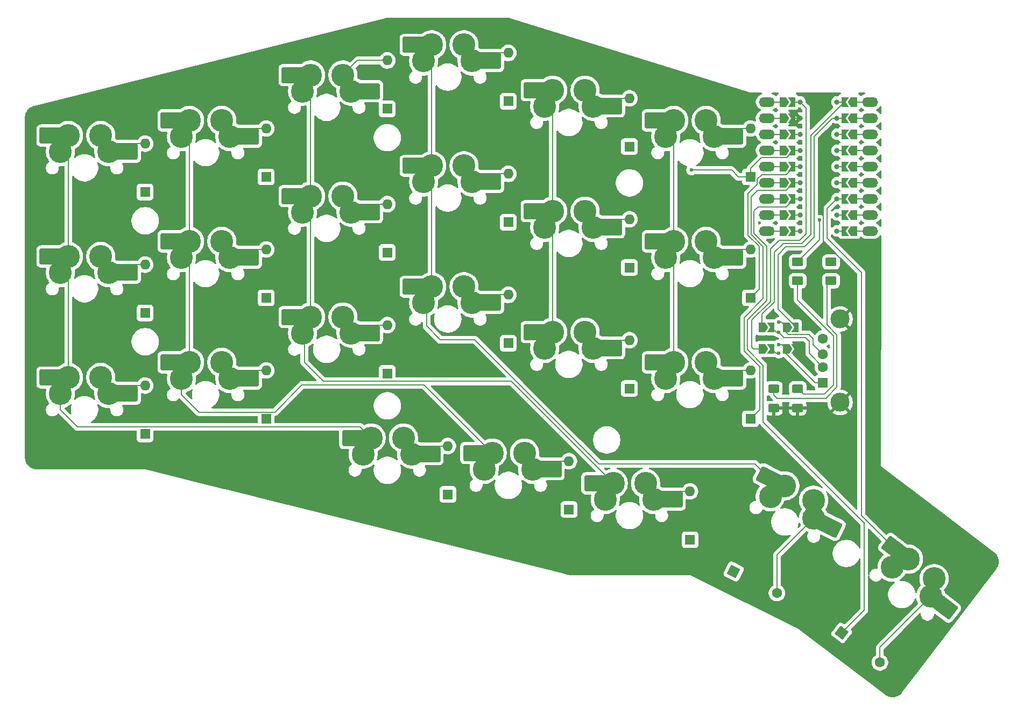
<source format=gbr>
%TF.GenerationSoftware,KiCad,Pcbnew,9.0.2*%
%TF.CreationDate,2025-07-01T22:27:43-10:00*%
%TF.ProjectId,jug,6a75672e-6b69-4636-9164-5f7063625858,rev?*%
%TF.SameCoordinates,Original*%
%TF.FileFunction,Copper,L1,Top*%
%TF.FilePolarity,Positive*%
%FSLAX46Y46*%
G04 Gerber Fmt 4.6, Leading zero omitted, Abs format (unit mm)*
G04 Created by KiCad (PCBNEW 9.0.2) date 2025-07-01 22:27:43*
%MOMM*%
%LPD*%
G01*
G04 APERTURE LIST*
G04 Aperture macros list*
%AMRoundRect*
0 Rectangle with rounded corners*
0 $1 Rounding radius*
0 $2 $3 $4 $5 $6 $7 $8 $9 X,Y pos of 4 corners*
0 Add a 4 corners polygon primitive as box body*
4,1,4,$2,$3,$4,$5,$6,$7,$8,$9,$2,$3,0*
0 Add four circle primitives for the rounded corners*
1,1,$1+$1,$2,$3*
1,1,$1+$1,$4,$5*
1,1,$1+$1,$6,$7*
1,1,$1+$1,$8,$9*
0 Add four rect primitives between the rounded corners*
20,1,$1+$1,$2,$3,$4,$5,0*
20,1,$1+$1,$4,$5,$6,$7,0*
20,1,$1+$1,$6,$7,$8,$9,0*
20,1,$1+$1,$8,$9,$2,$3,0*%
%AMHorizOval*
0 Thick line with rounded ends*
0 $1 width*
0 $2 $3 position (X,Y) of the first rounded end (center of the circle)*
0 $4 $5 position (X,Y) of the second rounded end (center of the circle)*
0 Add line between two ends*
20,1,$1,$2,$3,$4,$5,0*
0 Add two circle primitives to create the rounded ends*
1,1,$1,$2,$3*
1,1,$1,$4,$5*%
%AMRotRect*
0 Rectangle, with rotation*
0 The origin of the aperture is its center*
0 $1 length*
0 $2 width*
0 $3 Rotation angle, in degrees counterclockwise*
0 Add horizontal line*
21,1,$1,$2,0,0,$3*%
%AMFreePoly0*
4,1,6,1.000000,0.000000,0.500000,-0.750000,-0.500000,-0.750000,-0.500000,0.750000,0.500000,0.750000,1.000000,0.000000,1.000000,0.000000,$1*%
%AMFreePoly1*
4,1,6,0.500000,-0.750000,-0.650000,-0.750000,-0.150000,0.000000,-0.650000,0.750000,0.500000,0.750000,0.500000,-0.750000,0.500000,-0.750000,$1*%
G04 Aperture macros list end*
%TA.AperFunction,SMDPad,CuDef*%
%ADD10RoundRect,0.250000X-1.525000X-1.000000X1.525000X-1.000000X1.525000X1.000000X-1.525000X1.000000X0*%
%TD*%
%TA.AperFunction,ComponentPad*%
%ADD11C,3.600000*%
%TD*%
%TA.AperFunction,ComponentPad*%
%ADD12RotRect,1.600000X1.600000X142.250000*%
%TD*%
%TA.AperFunction,ComponentPad*%
%ADD13RotRect,1.600000X1.600000X322.250000*%
%TD*%
%TA.AperFunction,ComponentPad*%
%ADD14HorizOval,1.600000X0.000000X0.000000X0.000000X0.000000X0*%
%TD*%
%TA.AperFunction,ComponentPad*%
%ADD15HorizOval,1.600000X0.000000X0.000000X0.000000X0.000000X0*%
%TD*%
%TA.AperFunction,ComponentPad*%
%ADD16R,1.600000X1.600000*%
%TD*%
%TA.AperFunction,ComponentPad*%
%ADD17O,1.600000X1.600000*%
%TD*%
%TA.AperFunction,SMDPad,CuDef*%
%ADD18FreePoly0,0.000000*%
%TD*%
%TA.AperFunction,SMDPad,CuDef*%
%ADD19FreePoly1,0.000000*%
%TD*%
%TA.AperFunction,SMDPad,CuDef*%
%ADD20RoundRect,0.250000X-0.625000X0.400000X-0.625000X-0.400000X0.625000X-0.400000X0.625000X0.400000X0*%
%TD*%
%TA.AperFunction,ComponentPad*%
%ADD21R,1.500000X1.600000*%
%TD*%
%TA.AperFunction,ComponentPad*%
%ADD22C,1.600000*%
%TD*%
%TA.AperFunction,ComponentPad*%
%ADD23C,3.000000*%
%TD*%
%TA.AperFunction,ComponentPad*%
%ADD24RotRect,1.600000X1.600000X333.500000*%
%TD*%
%TA.AperFunction,ComponentPad*%
%ADD25RotRect,1.600000X1.600000X153.500000*%
%TD*%
%TA.AperFunction,ComponentPad*%
%ADD26HorizOval,1.600000X0.000000X0.000000X0.000000X0.000000X0*%
%TD*%
%TA.AperFunction,ComponentPad*%
%ADD27HorizOval,1.600000X0.000000X0.000000X0.000000X0.000000X0*%
%TD*%
%TA.AperFunction,SMDPad,CuDef*%
%ADD28RoundRect,0.250001X0.624999X-0.462499X0.624999X0.462499X-0.624999X0.462499X-0.624999X-0.462499X0*%
%TD*%
%TA.AperFunction,ComponentPad*%
%ADD29C,0.800000*%
%TD*%
%TA.AperFunction,SMDPad,CuDef*%
%ADD30RoundRect,0.030000X-0.470000X-0.070000X0.470000X-0.070000X0.470000X0.070000X-0.470000X0.070000X0*%
%TD*%
%TA.AperFunction,SMDPad,CuDef*%
%ADD31FreePoly1,180.000000*%
%TD*%
%TA.AperFunction,SMDPad,CuDef*%
%ADD32FreePoly0,180.000000*%
%TD*%
%TA.AperFunction,SMDPad,CuDef*%
%ADD33RoundRect,0.030000X-0.970000X-0.070000X0.970000X-0.070000X0.970000X0.070000X-0.970000X0.070000X0*%
%TD*%
%TA.AperFunction,ComponentPad*%
%ADD34O,2.500000X1.500000*%
%TD*%
%TA.AperFunction,SMDPad,CuDef*%
%ADD35RoundRect,0.250000X-1.810973X-0.214483X0.918577X-1.575386X1.810973X0.214483X-0.918577X1.575386X0*%
%TD*%
%TA.AperFunction,SMDPad,CuDef*%
%ADD36RoundRect,0.250000X-1.819197X0.127071X0.608609X-1.719075X1.819197X-0.127071X-0.608609X1.719075X0*%
%TD*%
%TA.AperFunction,ViaPad*%
%ADD37C,0.600000*%
%TD*%
%TA.AperFunction,Conductor*%
%ADD38C,0.200000*%
%TD*%
G04 APERTURE END LIST*
D10*
%TO.P,S21,1,1*%
%TO.N,COL2L*%
X154069590Y-129639598D03*
D11*
X155579591Y-132179598D03*
X156849590Y-129639598D03*
%TO.P,S21,2,2*%
%TO.N,Net-(D21-A)*%
X161929591Y-129639598D03*
X163199591Y-132179598D03*
D10*
X165974591Y-132179598D03*
%TD*%
%TO.P,S10,1,1*%
%TO.N,COL3L*%
X125493990Y-79632299D03*
D11*
X127003991Y-82172299D03*
X128273990Y-79632299D03*
%TO.P,S10,2,2*%
%TO.N,Net-(D10-A)*%
X133353991Y-79632299D03*
X134623991Y-82172299D03*
D10*
X137398991Y-82172299D03*
%TD*%
%TO.P,S11,1,1*%
%TO.N,COL4L*%
X144544391Y-86776198D03*
D11*
X146054392Y-89316198D03*
X147324391Y-86776198D03*
%TO.P,S11,2,2*%
%TO.N,Net-(D11-A)*%
X152404392Y-86776198D03*
X153674392Y-89316198D03*
D10*
X156449392Y-89316198D03*
%TD*%
D12*
%TO.P,D23,1,K*%
%TO.N,ROW3L*%
X192773864Y-153185051D03*
D13*
X192773864Y-153185051D03*
D14*
%TO.P,D23,2,A*%
%TO.N,Net-(D23-A)*%
X198798919Y-157850147D03*
D15*
X198798919Y-157850147D03*
%TD*%
D10*
%TO.P,S17,1,1*%
%TO.N,COL4L*%
X144544391Y-105826598D03*
D11*
X146054392Y-108366598D03*
X147324391Y-105826598D03*
%TO.P,S17,2,2*%
%TO.N,Net-(D17-A)*%
X152404392Y-105826598D03*
X153674392Y-108366598D03*
D10*
X156449392Y-108366598D03*
%TD*%
D16*
%TO.P,D4,1,K*%
%TO.N,ROW0L*%
X140339191Y-69471899D03*
X140339191Y-69471899D03*
D17*
%TO.P,D4,2,A*%
%TO.N,Net-(D4-A)*%
X140339191Y-61851899D03*
X140339191Y-61851899D03*
%TD*%
D16*
%TO.P,D19,1,K*%
%TO.N,ROW3L*%
X130813992Y-131385698D03*
X130813992Y-131385698D03*
D17*
%TO.P,D19,2,A*%
%TO.N,Net-(D19-A)*%
X130813992Y-123765698D03*
X130813992Y-123765698D03*
%TD*%
D16*
%TO.P,D8,1,K*%
%TO.N,ROW1L*%
X102238392Y-100428797D03*
X102238392Y-100428797D03*
D17*
%TO.P,D8,2,A*%
%TO.N,Net-(D8-A)*%
X102238392Y-92808797D03*
X102238392Y-92808797D03*
%TD*%
D10*
%TO.P,S19,1,1*%
%TO.N,COL0L*%
X115968790Y-122495698D03*
D11*
X117478791Y-125035698D03*
X118748790Y-122495698D03*
%TO.P,S19,2,2*%
%TO.N,Net-(D19-A)*%
X123828791Y-122495698D03*
X125098791Y-125035698D03*
D10*
X127873791Y-125035698D03*
%TD*%
%TO.P,S3,1,1*%
%TO.N,COL2L*%
X106443590Y-65344498D03*
D11*
X107953591Y-67884498D03*
X109223590Y-65344498D03*
%TO.P,S3,2,2*%
%TO.N,Net-(D3-A)*%
X114303591Y-65344498D03*
X115573591Y-67884498D03*
D10*
X118348591Y-67884498D03*
%TD*%
%TO.P,S1,1,1*%
%TO.N,COL0L*%
X68342791Y-74869696D03*
D11*
X69852792Y-77409696D03*
X71122791Y-74869696D03*
%TO.P,S1,2,2*%
%TO.N,Net-(D1-A)*%
X76202792Y-74869696D03*
X77472792Y-77409696D03*
D10*
X80247792Y-77409696D03*
%TD*%
D18*
%TO.P,JP1,1,A*%
%TO.N,INTERCONNECT_A*%
X180261392Y-105067598D03*
D19*
%TO.P,JP1,2,B*%
%TO.N,Net-(J1-D-)*%
X181711392Y-105067598D03*
%TD*%
D18*
%TO.P,JP5,1,A*%
%TO.N,+5V*%
X180261392Y-108467597D03*
D19*
%TO.P,JP5,2,B*%
%TO.N,Net-(J1-GND)*%
X181711392Y-108467597D03*
%TD*%
D20*
%TO.P,R2,1*%
%TO.N,Net-(D25-K)*%
X185864393Y-114694797D03*
%TO.P,R2,2*%
%TO.N,GND*%
X185864393Y-117794799D03*
%TD*%
D16*
%TO.P,D14,1,K*%
%TO.N,ROW2L*%
X102238391Y-119479198D03*
X102238391Y-119479198D03*
D17*
%TO.P,D14,2,A*%
%TO.N,Net-(D14-A)*%
X102238391Y-111859198D03*
X102238391Y-111859198D03*
%TD*%
D16*
%TO.P,D5,1,K*%
%TO.N,ROW0L*%
X159389591Y-76615798D03*
X159389591Y-76615798D03*
D17*
%TO.P,D5,2,A*%
%TO.N,Net-(D5-A)*%
X159389591Y-68995798D03*
X159389591Y-68995798D03*
%TD*%
D16*
%TO.P,D11,1,K*%
%TO.N,ROW1L*%
X159389591Y-95666198D03*
X159389591Y-95666198D03*
D17*
%TO.P,D11,2,A*%
%TO.N,Net-(D11-A)*%
X159389591Y-88046198D03*
X159389591Y-88046198D03*
%TD*%
D16*
%TO.P,D13,1,K*%
%TO.N,ROW2L*%
X83187992Y-121860498D03*
X83187992Y-121860498D03*
D17*
%TO.P,D13,2,A*%
%TO.N,Net-(D13-A)*%
X83187992Y-114240498D03*
X83187992Y-114240498D03*
%TD*%
D16*
%TO.P,D20,1,K*%
%TO.N,ROW3L*%
X149864392Y-133766998D03*
X149864392Y-133766998D03*
D17*
%TO.P,D20,2,A*%
%TO.N,Net-(D20-A)*%
X149864392Y-126146998D03*
X149864392Y-126146998D03*
%TD*%
D16*
%TO.P,D2,1,K*%
%TO.N,ROW0L*%
X102238392Y-81378399D03*
X102238392Y-81378399D03*
D17*
%TO.P,D2,2,A*%
%TO.N,Net-(D2-A)*%
X102238392Y-73758399D03*
X102238392Y-73758399D03*
%TD*%
D10*
%TO.P,S8,1,1*%
%TO.N,COL1L*%
X87393191Y-91538799D03*
D11*
X88903192Y-94078799D03*
X90173191Y-91538799D03*
%TO.P,S8,2,2*%
%TO.N,Net-(D8-A)*%
X95253192Y-91538799D03*
X96523192Y-94078799D03*
D10*
X99298192Y-94078799D03*
%TD*%
D16*
%TO.P,D9,1,K*%
%TO.N,ROW1L*%
X121288791Y-93284899D03*
X121288791Y-93284899D03*
D17*
%TO.P,D9,2,A*%
%TO.N,Net-(D9-A)*%
X121288791Y-85664899D03*
X121288791Y-85664899D03*
%TD*%
D16*
%TO.P,D3,1,K*%
%TO.N,ROW0L*%
X121288792Y-70661398D03*
X121288792Y-70661398D03*
D17*
%TO.P,D3,2,A*%
%TO.N,Net-(D3-A)*%
X121288792Y-63041398D03*
X121288792Y-63041398D03*
%TD*%
D21*
%TO.P,J1,1,VBUS*%
%TO.N,Net-(J1-VBUS)*%
X189826392Y-113817598D03*
D22*
%TO.P,J1,2,D-*%
%TO.N,Net-(J1-D-)*%
X189826391Y-111317598D03*
%TO.P,J1,3,D+*%
%TO.N,Net-(J1-D+)*%
X189826392Y-109317597D03*
%TO.P,J1,4,GND*%
%TO.N,Net-(J1-GND)*%
X189826392Y-106817599D03*
D23*
%TO.P,J1,5,Shield*%
%TO.N,GND*%
X192536392Y-116887598D03*
X192536392Y-103747598D03*
%TD*%
D10*
%TO.P,S5,1,1*%
%TO.N,COL4L*%
X144544392Y-67725798D03*
D11*
X146054393Y-70265798D03*
X147324392Y-67725798D03*
%TO.P,S5,2,2*%
%TO.N,Net-(D5-A)*%
X152404393Y-67725798D03*
X153674393Y-70265798D03*
D10*
X156449393Y-70265798D03*
%TD*%
%TO.P,S6,1,1*%
%TO.N,COL5L*%
X163594791Y-72488398D03*
D11*
X165104792Y-75028398D03*
X166374791Y-72488398D03*
%TO.P,S6,2,2*%
%TO.N,Net-(D6-A)*%
X171454792Y-72488398D03*
X172724792Y-75028398D03*
D10*
X175499792Y-75028398D03*
%TD*%
%TO.P,S18,1,1*%
%TO.N,COL5L*%
X163594791Y-110589198D03*
D11*
X165104792Y-113129198D03*
X166374791Y-110589198D03*
%TO.P,S18,2,2*%
%TO.N,Net-(D18-A)*%
X171454792Y-110589198D03*
X172724792Y-113129198D03*
D10*
X175499792Y-113129198D03*
%TD*%
%TO.P,S20,1,1*%
%TO.N,COL1L*%
X135019191Y-124876998D03*
D11*
X136529192Y-127416998D03*
X137799191Y-124876998D03*
%TO.P,S20,2,2*%
%TO.N,Net-(D20-A)*%
X142879192Y-124876998D03*
X144149192Y-127416998D03*
D10*
X146924192Y-127416998D03*
%TD*%
%TO.P,S13,1,1*%
%TO.N,COL0L*%
X68342791Y-112970498D03*
D11*
X69852792Y-115510498D03*
X71122791Y-112970498D03*
%TO.P,S13,2,2*%
%TO.N,Net-(D13-A)*%
X76202792Y-112970498D03*
X77472792Y-115510498D03*
D10*
X80247792Y-115510498D03*
%TD*%
D24*
%TO.P,D22,1,K*%
%TO.N,ROW3L*%
X175776692Y-143517584D03*
D25*
X175776692Y-143517584D03*
D26*
%TO.P,D22,2,A*%
%TO.N,Net-(D22-A)*%
X182596092Y-146917611D03*
D27*
X182596092Y-146917611D03*
%TD*%
D28*
%TO.P,D25,1,K*%
%TO.N,Net-(D25-K)*%
X185864393Y-97732298D03*
%TO.P,D25,2,A*%
%TO.N,LED0*%
X185864393Y-94757298D03*
%TD*%
D10*
%TO.P,S9,1,1*%
%TO.N,COL2L*%
X106443591Y-84394898D03*
D11*
X107953592Y-86934898D03*
X109223591Y-84394898D03*
%TO.P,S9,2,2*%
%TO.N,Net-(D9-A)*%
X114303592Y-84394898D03*
X115573592Y-86934898D03*
D10*
X118348592Y-86934898D03*
%TD*%
D16*
%TO.P,D12,1,K*%
%TO.N,ROW1L*%
X178439993Y-100428798D03*
X178439993Y-100428798D03*
D17*
%TO.P,D12,2,A*%
%TO.N,Net-(D12-A)*%
X178439993Y-92808798D03*
X178439993Y-92808798D03*
%TD*%
D29*
%TO.P,U1,1,0*%
%TO.N,INTERCONNECT_A*%
X192034393Y-69574798D03*
D30*
X192434393Y-69574798D03*
D31*
X193304393Y-69574798D03*
D32*
%TO.P,U1,1a*%
%TO.N,N/C*%
X194754393Y-69574798D03*
D33*
X195504393Y-69574798D03*
D34*
X197254393Y-69574798D03*
D29*
%TO.P,U1,2,1*%
%TO.N,INTERCONNECT_B*%
X192034393Y-72114798D03*
D30*
X192434393Y-72114798D03*
D31*
X193304393Y-72114798D03*
D32*
%TO.P,U1,2a*%
%TO.N,N/C*%
X194754393Y-72114798D03*
D33*
X195504393Y-72114798D03*
D34*
X197254393Y-72114798D03*
D29*
%TO.P,U1,3,2*%
%TO.N,COL0L*%
X192034393Y-74654798D03*
D30*
X192434393Y-74654798D03*
D31*
X193304393Y-74654798D03*
D32*
%TO.P,U1,3a*%
%TO.N,N/C*%
X194754393Y-74654798D03*
D33*
X195504393Y-74654798D03*
D34*
X197254393Y-74654798D03*
D29*
%TO.P,U1,4,3*%
%TO.N,COL1L*%
X192034393Y-77194798D03*
D30*
X192434393Y-77194798D03*
D31*
X193304393Y-77194798D03*
D32*
%TO.P,U1,4a*%
%TO.N,N/C*%
X194754393Y-77194798D03*
D33*
X195504393Y-77194798D03*
D34*
X197254393Y-77194798D03*
D29*
%TO.P,U1,5,4*%
%TO.N,COL2L*%
X192034393Y-79734798D03*
D30*
X192434393Y-79734798D03*
D31*
X193304393Y-79734798D03*
D32*
%TO.P,U1,5a*%
%TO.N,N/C*%
X194754393Y-79734798D03*
D33*
X195504393Y-79734798D03*
D34*
X197254393Y-79734798D03*
D29*
%TO.P,U1,6,5*%
%TO.N,COL3L*%
X192034393Y-82274798D03*
D30*
X192434393Y-82274798D03*
D31*
X193304393Y-82274798D03*
D32*
%TO.P,U1,6a*%
%TO.N,N/C*%
X194754393Y-82274798D03*
D33*
X195504393Y-82274798D03*
D34*
X197254393Y-82274798D03*
D29*
%TO.P,U1,7,6*%
%TO.N,COL4L*%
X192034393Y-84814798D03*
D30*
X192434393Y-84814798D03*
D31*
X193304393Y-84814798D03*
D32*
%TO.P,U1,7a*%
%TO.N,N/C*%
X194754393Y-84814798D03*
D33*
X195504393Y-84814798D03*
D34*
X197254393Y-84814798D03*
D29*
%TO.P,U1,8,7*%
%TO.N,COL5L*%
X192034393Y-87354798D03*
D30*
X192434393Y-87354798D03*
D31*
X193304393Y-87354798D03*
D32*
%TO.P,U1,8a*%
%TO.N,N/C*%
X194754393Y-87354798D03*
D33*
X195504393Y-87354798D03*
D34*
X197254393Y-87354798D03*
D29*
%TO.P,U1,9,8*%
%TO.N,unconnected-(U1-8-Pad9)_1*%
X192034393Y-89894798D03*
D30*
%TO.N,unconnected-(U1-8-Pad9)_2*%
X192434393Y-89894798D03*
D31*
%TO.N,unconnected-(U1-8-Pad9)_6*%
X193304393Y-89894798D03*
D32*
%TO.P,U1,9a*%
%TO.N,N/C*%
X194754393Y-89894798D03*
D33*
X195504393Y-89894798D03*
D34*
X197254393Y-89894798D03*
D19*
%TO.P,U1,15,14*%
%TO.N,LED1*%
X184964393Y-89894798D03*
D30*
X185834393Y-89894798D03*
D29*
X186234393Y-89894798D03*
D34*
%TO.P,U1,15a*%
%TO.N,N/C*%
X181014393Y-89894798D03*
D33*
X182784393Y-89894798D03*
D18*
X183514393Y-89894798D03*
D19*
%TO.P,U1,16,15*%
%TO.N,LED0*%
X184964393Y-87354798D03*
D30*
X185834393Y-87354798D03*
D29*
X186234393Y-87354798D03*
D34*
%TO.P,U1,16a*%
%TO.N,N/C*%
X181014393Y-87354798D03*
D33*
X182784393Y-87354798D03*
D18*
X183514393Y-87354798D03*
D19*
%TO.P,U1,17,26*%
%TO.N,ROW3L*%
X184964393Y-84814798D03*
D30*
X185834393Y-84814798D03*
D29*
X186234393Y-84814798D03*
D34*
%TO.P,U1,17a*%
%TO.N,N/C*%
X181014393Y-84814798D03*
D33*
X182784393Y-84814798D03*
D18*
X183514393Y-84814798D03*
D19*
%TO.P,U1,18,27*%
%TO.N,ROW2L*%
X184964393Y-82274798D03*
D30*
X185834393Y-82274798D03*
D29*
X186234393Y-82274798D03*
D34*
%TO.P,U1,18a*%
%TO.N,N/C*%
X181014393Y-82274798D03*
D33*
X182784393Y-82274798D03*
D18*
X183514393Y-82274798D03*
D19*
%TO.P,U1,19,28*%
%TO.N,ROW1L*%
X184964393Y-79734798D03*
D30*
X185834393Y-79734798D03*
D29*
X186234393Y-79734798D03*
D34*
%TO.P,U1,19a*%
%TO.N,N/C*%
X181014393Y-79734798D03*
D33*
X182784393Y-79734798D03*
D18*
X183514393Y-79734798D03*
D19*
%TO.P,U1,20,29*%
%TO.N,ROW0L*%
X184964393Y-77194798D03*
D30*
X185834393Y-77194798D03*
D29*
X186234393Y-77194798D03*
D34*
%TO.P,U1,20a*%
%TO.N,N/C*%
X181014393Y-77194798D03*
D33*
X182784393Y-77194798D03*
D18*
X183514393Y-77194798D03*
D19*
%TO.P,U1,21,3V3*%
%TO.N,unconnected-(U1-3V3-Pad21)_5*%
X184964393Y-74654798D03*
D30*
%TO.N,unconnected-(U1-3V3-Pad21)*%
X185834393Y-74654798D03*
D29*
%TO.N,unconnected-(U1-3V3-Pad21)_6*%
X186234393Y-74654798D03*
D34*
%TO.P,U1,21a*%
%TO.N,N/C*%
X181014393Y-74654798D03*
D33*
X182784393Y-74654798D03*
D18*
X183514393Y-74654798D03*
D19*
%TO.P,U1,22,GND*%
%TO.N,GND*%
X184964393Y-72114798D03*
D30*
X185834393Y-72114798D03*
D29*
X186234393Y-72114798D03*
D34*
%TO.P,U1,22a*%
%TO.N,N/C*%
X181014393Y-72114798D03*
D33*
X182764393Y-72114798D03*
D18*
X183514393Y-72114798D03*
D19*
%TO.P,U1,23,5V*%
%TO.N,+5V*%
X184964393Y-69574798D03*
D30*
X185834393Y-69574798D03*
D29*
X186234393Y-69574798D03*
D34*
%TO.P,U1,23a*%
%TO.N,N/C*%
X181014393Y-69574798D03*
D33*
X182764393Y-69574798D03*
D18*
X183514393Y-69574798D03*
%TD*%
D16*
%TO.P,D15,1,K*%
%TO.N,ROW2L*%
X121288794Y-112335297D03*
X121288794Y-112335297D03*
D17*
%TO.P,D15,2,A*%
%TO.N,Net-(D15-A)*%
X121288794Y-104715297D03*
X121288794Y-104715297D03*
%TD*%
D18*
%TO.P,JP2,1,A*%
%TO.N,Net-(J1-D+)*%
X184061391Y-105067598D03*
D19*
%TO.P,JP2,2,B*%
%TO.N,INTERCONNECT_B*%
X185511391Y-105067598D03*
%TD*%
D35*
%TO.P,S22,1,1*%
%TO.N,COL3L*%
X181342026Y-128797559D03*
D11*
X181560035Y-131744451D03*
X183829943Y-130037989D03*
%TO.P,S22,2,2*%
%TO.N,Net-(D22-A)*%
X188376210Y-132304674D03*
X188379434Y-135144477D03*
D35*
X190862877Y-136382677D03*
%TD*%
D10*
%TO.P,S2,1,1*%
%TO.N,COL1L*%
X87393190Y-72488397D03*
D11*
X88903191Y-75028397D03*
X90173190Y-72488397D03*
%TO.P,S2,2,2*%
%TO.N,Net-(D2-A)*%
X95253191Y-72488397D03*
X96523191Y-75028397D03*
D10*
X99298191Y-75028397D03*
%TD*%
D28*
%TO.P,D27,1,K*%
%TO.N,Net-(D27-K)*%
X191114393Y-97732298D03*
%TO.P,D27,2,A*%
%TO.N,LED1*%
X191114393Y-94757298D03*
%TD*%
D10*
%TO.P,S4,1,1*%
%TO.N,COL3L*%
X125493992Y-60581899D03*
D11*
X127003993Y-63121899D03*
X128273992Y-60581899D03*
%TO.P,S4,2,2*%
%TO.N,Net-(D4-A)*%
X133353993Y-60581899D03*
X134623993Y-63121899D03*
D10*
X137398993Y-63121899D03*
%TD*%
D16*
%TO.P,D10,1,K*%
%TO.N,ROW1L*%
X140339192Y-88522298D03*
X140339192Y-88522298D03*
D17*
%TO.P,D10,2,A*%
%TO.N,Net-(D10-A)*%
X140339192Y-80902298D03*
X140339192Y-80902298D03*
%TD*%
D10*
%TO.P,S14,1,1*%
%TO.N,COL1L*%
X87393192Y-110589199D03*
D11*
X88903193Y-113129199D03*
X90173192Y-110589199D03*
%TO.P,S14,2,2*%
%TO.N,Net-(D14-A)*%
X95253193Y-110589199D03*
X96523193Y-113129199D03*
D10*
X99298193Y-113129199D03*
%TD*%
%TO.P,S7,1,1*%
%TO.N,COL0L*%
X68342790Y-93920098D03*
D11*
X69852791Y-96460098D03*
X71122790Y-93920098D03*
%TO.P,S7,2,2*%
%TO.N,Net-(D7-A)*%
X76202791Y-93920098D03*
X77472791Y-96460098D03*
D10*
X80247791Y-96460098D03*
%TD*%
D18*
%TO.P,JP6,1,A*%
%TO.N,Net-(J1-VBUS)*%
X184061392Y-108467597D03*
D19*
%TO.P,JP6,2,B*%
%TO.N,GND*%
X185511392Y-108467597D03*
%TD*%
D16*
%TO.P,D1,1,K*%
%TO.N,ROW0L*%
X83187992Y-83759699D03*
X83187992Y-83759699D03*
D17*
%TO.P,D1,2,A*%
%TO.N,Net-(D1-A)*%
X83187992Y-76139699D03*
X83187992Y-76139699D03*
%TD*%
D10*
%TO.P,S15,1,1*%
%TO.N,COL2L*%
X106443590Y-103445297D03*
D11*
X107953591Y-105985297D03*
X109223590Y-103445297D03*
%TO.P,S15,2,2*%
%TO.N,Net-(D15-A)*%
X114303591Y-103445297D03*
X115573591Y-105985297D03*
D10*
X118348591Y-105985297D03*
%TD*%
D16*
%TO.P,D18,1,K*%
%TO.N,ROW2L*%
X178439991Y-119479198D03*
X178439991Y-119479198D03*
D17*
%TO.P,D18,2,A*%
%TO.N,Net-(D18-A)*%
X178439991Y-111859198D03*
X178439991Y-111859198D03*
%TD*%
D36*
%TO.P,S23,1,1*%
%TO.N,COL4L*%
X201076553Y-139903742D03*
D11*
X200741071Y-142839581D03*
X203289440Y-141586459D03*
%TO.P,S23,2,2*%
%TO.N,Net-(D23-A)*%
X207333131Y-144661352D03*
X206806607Y-147451922D03*
D36*
X209015512Y-149131612D03*
%TD*%
D10*
%TO.P,S12,1,1*%
%TO.N,COL5L*%
X163594791Y-91538798D03*
D11*
X165104792Y-94078798D03*
X166374791Y-91538798D03*
%TO.P,S12,2,2*%
%TO.N,Net-(D12-A)*%
X171454792Y-91538798D03*
X172724792Y-94078798D03*
D10*
X175499792Y-94078798D03*
%TD*%
D16*
%TO.P,D6,1,K*%
%TO.N,ROW0L*%
X178439993Y-81378398D03*
X178439993Y-81378398D03*
D17*
%TO.P,D6,2,A*%
%TO.N,Net-(D6-A)*%
X178439993Y-73758398D03*
X178439993Y-73758398D03*
%TD*%
D16*
%TO.P,D21,1,K*%
%TO.N,ROW3L*%
X168914791Y-138529597D03*
X168914791Y-138529597D03*
D17*
%TO.P,D21,2,A*%
%TO.N,Net-(D21-A)*%
X168914791Y-130909597D03*
X168914791Y-130909597D03*
%TD*%
D16*
%TO.P,D17,1,K*%
%TO.N,ROW2L*%
X159389592Y-114716598D03*
X159389592Y-114716598D03*
D17*
%TO.P,D17,2,A*%
%TO.N,Net-(D17-A)*%
X159389592Y-107096598D03*
X159389592Y-107096598D03*
%TD*%
D16*
%TO.P,D7,1,K*%
%TO.N,ROW1L*%
X83187993Y-102810097D03*
X83187993Y-102810097D03*
D17*
%TO.P,D7,2,A*%
%TO.N,Net-(D7-A)*%
X83187993Y-95190097D03*
X83187993Y-95190097D03*
%TD*%
D10*
%TO.P,S16,1,1*%
%TO.N,COL3L*%
X125493991Y-98682699D03*
D11*
X127003992Y-101222699D03*
X128273991Y-98682699D03*
%TO.P,S16,2,2*%
%TO.N,Net-(D16-A)*%
X133353992Y-98682699D03*
X134623992Y-101222699D03*
D10*
X137398992Y-101222699D03*
%TD*%
D16*
%TO.P,D16,1,K*%
%TO.N,ROW2L*%
X140339192Y-107572698D03*
X140339192Y-107572698D03*
D17*
%TO.P,D16,2,A*%
%TO.N,Net-(D16-A)*%
X140339192Y-99952698D03*
X140339192Y-99952698D03*
%TD*%
D20*
%TO.P,R4,1*%
%TO.N,Net-(D27-K)*%
X182114393Y-114694797D03*
%TO.P,R4,2*%
%TO.N,GND*%
X182114393Y-117794799D03*
%TD*%
D37*
%TO.N,GND*%
X191494393Y-73134798D03*
%TO.N,ROW0L*%
X169134393Y-80314798D03*
%TO.N,INTERCONNECT_A*%
X180261391Y-105067598D03*
%TO.N,+5V*%
X180261393Y-108467598D03*
%TO.N,GND*%
X185611393Y-108467598D03*
%TO.N,INTERCONNECT_B*%
X185611391Y-105067598D03*
%TO.N,Net-(J1-D+)*%
X182886391Y-104267597D03*
%TO.N,Net-(J1-VBUS)*%
X182886391Y-107767596D03*
%TO.N,Net-(J1-GND)*%
X182886392Y-109167598D03*
%TO.N,Net-(J1-D-)*%
X182886392Y-105867598D03*
%TO.N,LED0*%
X189314393Y-88174798D03*
X185864393Y-94757298D03*
%TO.N,LED1*%
X191114393Y-94757298D03*
%TD*%
D38*
%TO.N,ROW0L*%
X178439993Y-81378398D02*
X178439993Y-80049198D01*
X178439993Y-80049198D02*
X180134393Y-78354798D01*
X180134393Y-78354798D02*
X184155393Y-78354798D01*
X184155393Y-78354798D02*
X184964393Y-77545798D01*
%TO.N,ROW1L*%
X178439993Y-100428798D02*
X179786392Y-99082398D01*
X179786392Y-99082398D02*
X179786392Y-92306797D01*
X179786392Y-92306797D02*
X178044393Y-90564798D01*
X178044393Y-90564798D02*
X178044393Y-83994798D01*
X178044393Y-83994798D02*
X179494393Y-82544798D01*
X179494393Y-82544798D02*
X179494393Y-81714798D01*
X179494393Y-81714798D02*
X180204393Y-81004798D01*
X180204393Y-81004798D02*
X184045393Y-81004798D01*
X184045393Y-81004798D02*
X184964393Y-80085798D01*
%TO.N,LED0*%
X189314393Y-88174798D02*
X189314393Y-91307298D01*
X189314393Y-91307298D02*
X185864393Y-94757298D01*
%TO.N,GND*%
X191494393Y-73134798D02*
X189864393Y-74764798D01*
X189864393Y-74764798D02*
X189864393Y-91514798D01*
X189864393Y-91514798D02*
X193904393Y-95554798D01*
X193904393Y-95554798D02*
X193904393Y-102379597D01*
X193904393Y-102379597D02*
X192536392Y-103747598D01*
%TO.N,Net-(D27-K)*%
X182114393Y-114694797D02*
X182114393Y-115744798D01*
X190314393Y-116244798D02*
X192044393Y-114514798D01*
X182114393Y-115744798D02*
X182614393Y-116244798D01*
X190464393Y-98382298D02*
X191114393Y-97732298D01*
X182614393Y-116244798D02*
X190314393Y-116244798D01*
X190464393Y-104644798D02*
X190464393Y-98382298D01*
X192044393Y-114514798D02*
X192044393Y-106224798D01*
X192044393Y-106224798D02*
X190464393Y-104644798D01*
%TO.N,+5V*%
X180261393Y-108467598D02*
X178886392Y-108467599D01*
X182974393Y-91324798D02*
X186184393Y-91324798D01*
X178886392Y-108467599D02*
X178664393Y-108245600D01*
X186184393Y-91324798D02*
X187174393Y-90334798D01*
X178664393Y-108245600D02*
X178664393Y-103914798D01*
X178664393Y-103914798D02*
X181574393Y-101004798D01*
X181574393Y-101004798D02*
X181574393Y-92724798D01*
X181574393Y-92724798D02*
X182974393Y-91324798D01*
X187174393Y-90334798D02*
X187174393Y-70514798D01*
X187174393Y-70514798D02*
X186482587Y-69822992D01*
%TO.N,ROW0L*%
X169134393Y-80314798D02*
X175474393Y-80314798D01*
X176537993Y-81378398D02*
X178439993Y-81378398D01*
X175474393Y-80314798D02*
X176537993Y-81378398D01*
X121288792Y-70661398D02*
X121282992Y-70655599D01*
%TO.N,Net-(D1-A)*%
X78742791Y-76139697D02*
X77472791Y-77409697D01*
X83187992Y-76139699D02*
X78742791Y-76139697D01*
%TO.N,Net-(D2-A)*%
X102238393Y-73758398D02*
X97793193Y-73758397D01*
X97793193Y-73758397D02*
X96523191Y-75028396D01*
%TO.N,Net-(D3-A)*%
X121288793Y-63041397D02*
X116606693Y-63041398D01*
X116606693Y-63041398D02*
X114303592Y-65344498D01*
X116843592Y-66614498D02*
X115573592Y-67884498D01*
%TO.N,Net-(D4-A)*%
X135893993Y-61851898D02*
X134623992Y-63121897D01*
X140339194Y-61851898D02*
X135893993Y-61851898D01*
%TO.N,Net-(D5-A)*%
X159389592Y-68995798D02*
X154944392Y-68995796D01*
X154944392Y-68995796D02*
X153674392Y-70265799D01*
%TO.N,Net-(D6-A)*%
X178439991Y-73758397D02*
X173994792Y-73758398D01*
X173994792Y-73758398D02*
X172724792Y-75028398D01*
%TO.N,Net-(D7-A)*%
X78742792Y-95190098D02*
X77472791Y-96460098D01*
X83187992Y-95190099D02*
X78742792Y-95190098D01*
%TO.N,Net-(D8-A)*%
X102238393Y-92808798D02*
X97793192Y-92808798D01*
X97793192Y-92808798D02*
X96523191Y-94078799D01*
%TO.N,Net-(D9-A)*%
X116843592Y-85664898D02*
X115573592Y-86934898D01*
X121288792Y-85664899D02*
X116843592Y-85664898D01*
%TO.N,Net-(D10-A)*%
X135893991Y-80902298D02*
X134623992Y-82172299D01*
X140339191Y-80902298D02*
X135893991Y-80902298D01*
%TO.N,Net-(D11-A)*%
X154944392Y-88046199D02*
X153674391Y-89316199D01*
X159389591Y-88046198D02*
X154944392Y-88046199D01*
%TO.N,Net-(D12-A)*%
X173994791Y-92808797D02*
X172724791Y-94078797D01*
X178439991Y-92808799D02*
X173994791Y-92808797D01*
%TO.N,Net-(D13-A)*%
X78742791Y-114240498D02*
X77472791Y-115510498D01*
X83187991Y-114240499D02*
X78742791Y-114240498D01*
%TO.N,ROW2L*%
X177436391Y-108816796D02*
X177436391Y-103517598D01*
X184085393Y-83504798D02*
X184964393Y-82625798D01*
X178439991Y-119479198D02*
X179864393Y-118054796D01*
X180420073Y-100533916D02*
X180420073Y-92350478D01*
X179864393Y-111244798D02*
X177436391Y-108816796D01*
X179524393Y-83504798D02*
X184085393Y-83504798D01*
X180420073Y-92350478D02*
X178544393Y-90474798D01*
X177436391Y-103517598D02*
X180420073Y-100533916D01*
X178544393Y-90474798D02*
X178544393Y-84484798D01*
X178544393Y-84484798D02*
X179524393Y-83504798D01*
X179864393Y-118054796D02*
X179864393Y-111244798D01*
%TO.N,Net-(D14-A)*%
X97793192Y-111859198D02*
X96523192Y-113129198D01*
X102238391Y-111859198D02*
X97793192Y-111859198D01*
%TO.N,Net-(D15-A)*%
X116843592Y-104715297D02*
X115573592Y-105985298D01*
X121288793Y-104715298D02*
X116843592Y-104715297D01*
%TO.N,Net-(D16-A)*%
X135893992Y-99952698D02*
X134623992Y-101222699D01*
X140339192Y-99952697D02*
X135893992Y-99952698D01*
%TO.N,Net-(D17-A)*%
X159389591Y-107096598D02*
X154944392Y-107096597D01*
X154944392Y-107096597D02*
X153674393Y-108366597D01*
%TO.N,Net-(D18-A)*%
X178439991Y-111859198D02*
X173994791Y-111859198D01*
X173994791Y-111859198D02*
X172724792Y-113129198D01*
%TO.N,Net-(D19-A)*%
X126368791Y-123765698D02*
X125098792Y-125035697D01*
X130813991Y-123765697D02*
X126368791Y-123765698D01*
%TO.N,ROW3L*%
X179004393Y-90302021D02*
X179004393Y-86694798D01*
X181024393Y-92322021D02*
X179004393Y-90302021D01*
X177936393Y-103912798D02*
X181024393Y-100824798D01*
X192773864Y-153185051D02*
X196323992Y-149634924D01*
X196323991Y-135863599D02*
X180431852Y-119971460D01*
X179624393Y-86074798D02*
X184055393Y-86074798D01*
X179004393Y-86694798D02*
X179624393Y-86074798D01*
X177936393Y-108559775D02*
X177936393Y-103912798D01*
X196323992Y-149634924D02*
X196323991Y-135863599D01*
X180431852Y-111055234D02*
X177936393Y-108559775D01*
X180431852Y-119971460D02*
X180431852Y-111055234D01*
X184055393Y-86074798D02*
X184964393Y-85165798D01*
X181024393Y-100824798D02*
X181024393Y-92322021D01*
%TO.N,Net-(D20-A)*%
X149864392Y-126146998D02*
X145419191Y-126146996D01*
X145419191Y-126146996D02*
X144149192Y-127416998D01*
%TO.N,Net-(D21-A)*%
X168914791Y-130909598D02*
X164469591Y-130909599D01*
X164469591Y-130909599D02*
X163199592Y-132179598D01*
%TO.N,Net-(D22-A)*%
X188379434Y-135144478D02*
X182596094Y-140927819D01*
X182596094Y-140927819D02*
X182596093Y-146917611D01*
%TO.N,Net-(D23-A)*%
X206806607Y-147451923D02*
X198798920Y-155459610D01*
X198798920Y-155459610D02*
X198798919Y-157850147D01*
%TO.N,INTERCONNECT_A*%
X187904393Y-90434798D02*
X187904393Y-74844798D01*
X182185865Y-93253326D02*
X183594393Y-91844798D01*
X187904393Y-74844798D02*
X192823393Y-69925798D01*
X183594393Y-91844798D02*
X186494393Y-91844798D01*
X180261392Y-102997799D02*
X182185865Y-101073326D01*
X182185865Y-101073326D02*
X182185865Y-93253326D01*
X186494393Y-91844798D02*
X187904393Y-90434798D01*
X192823393Y-69925798D02*
X193304393Y-69925798D01*
X180261392Y-105067598D02*
X180261392Y-102997799D01*
%TO.N,INTERCONNECT_B*%
X191304393Y-72114798D02*
X191683393Y-72114798D01*
X188424393Y-90897938D02*
X188424393Y-74994798D01*
X185317294Y-104773501D02*
X185317294Y-104711460D01*
X188424393Y-74994798D02*
X191304393Y-72114798D01*
X186931110Y-92391221D02*
X188424393Y-90897938D01*
X184000674Y-92391221D02*
X186931110Y-92391221D01*
X185611391Y-105067598D02*
X185317294Y-104773501D01*
X184605391Y-104061598D02*
X182754393Y-102210600D01*
X185317294Y-104711460D02*
X184667432Y-104061598D01*
X184667432Y-104061598D02*
X184605391Y-104061598D01*
X182754393Y-102210600D02*
X182754393Y-93637502D01*
X182754393Y-93637502D02*
X184000674Y-92391221D01*
%TO.N,COL0L*%
X117012591Y-120759498D02*
X118748791Y-122495698D01*
X72556208Y-120759499D02*
X117012591Y-120759498D01*
X71122792Y-112970499D02*
X71961529Y-112970498D01*
X71122791Y-74869699D02*
X71122792Y-112970499D01*
X69852791Y-115510498D02*
X69852792Y-118056082D01*
X69852792Y-118056082D02*
X72556208Y-120759499D01*
%TO.N,COL1L*%
X127048191Y-114125999D02*
X137799191Y-124876998D01*
X88903192Y-115674782D02*
X91656608Y-118428199D01*
X91656608Y-118428199D02*
X103576993Y-118428197D01*
X107879191Y-114125999D02*
X127048191Y-114125999D01*
X103576993Y-118428197D02*
X107879191Y-114125999D01*
X88903193Y-113129197D02*
X88903192Y-115674782D01*
X90173191Y-110589197D02*
X90947992Y-110589197D01*
X90173192Y-72488399D02*
X90173191Y-110589197D01*
%TO.N,COL2L*%
X108236392Y-106268097D02*
X108236391Y-110558397D01*
X111263991Y-113585996D02*
X140795992Y-113585997D01*
X107953592Y-105985299D02*
X108236392Y-106268097D01*
X108236391Y-110558397D02*
X111263991Y-113585996D01*
X140795992Y-113585997D02*
X156849591Y-129639597D01*
X109223592Y-65344498D02*
X109223592Y-103445299D01*
X109223592Y-103445299D02*
X110014092Y-103445298D01*
%TO.N,COL3L*%
X135064792Y-107025998D02*
X154606392Y-126567598D01*
X129623993Y-107025998D02*
X135064792Y-107025998D01*
X127463992Y-101682698D02*
X127463991Y-104865998D01*
X154606392Y-126567598D02*
X179112064Y-126567597D01*
X128273992Y-60581899D02*
X128273992Y-98682698D01*
X179112064Y-126567597D02*
X181342025Y-128797559D01*
X128273992Y-98682698D02*
X128917387Y-98682698D01*
X127003992Y-101222697D02*
X127463992Y-101682698D01*
X127463991Y-104865998D02*
X129623993Y-107025998D01*
%TO.N,COL4L*%
X195864393Y-134691581D02*
X195864393Y-96414798D01*
X147324391Y-67725798D02*
X147324392Y-105826597D01*
X190514393Y-91064798D02*
X190514393Y-86334798D01*
X201076556Y-139903744D02*
X195864393Y-134691581D01*
X190514393Y-86334798D02*
X191786199Y-85062992D01*
X195864393Y-96414798D02*
X190514393Y-91064798D01*
%TO.N,COL5L*%
X166374791Y-72488398D02*
X166374792Y-110589199D01*
%TO.N,Net-(J1-D+)*%
X189826393Y-109317597D02*
X189486393Y-108977597D01*
X184061392Y-105067598D02*
X184061391Y-105822598D01*
X184061391Y-105822598D02*
X184406391Y-106167597D01*
X188286393Y-106867599D02*
X188286392Y-107777597D01*
X189486393Y-108977597D02*
X189486392Y-109317598D01*
X184061392Y-105067598D02*
X183261391Y-104267599D01*
X188286392Y-107777597D02*
X189826393Y-109317597D01*
X184406391Y-106167597D02*
X187586392Y-106167598D01*
X187586392Y-106167598D02*
X188286393Y-106867599D01*
X189826393Y-109317597D02*
X189826393Y-109307598D01*
X189486392Y-109317598D02*
X189826393Y-109317597D01*
X183261391Y-104267599D02*
X182886391Y-104267597D01*
%TO.N,Net-(J1-VBUS)*%
X183286393Y-107767598D02*
X182886391Y-107767596D01*
X188656391Y-113817598D02*
X189826392Y-113817598D01*
X184061392Y-108467597D02*
X183361391Y-107767598D01*
X184061392Y-108467597D02*
X184061391Y-109222599D01*
X183361391Y-107767598D02*
X183286393Y-107767598D01*
X184061391Y-109222599D02*
X188656391Y-113817598D01*
%TO.N,Net-(J1-GND)*%
X182411393Y-109167599D02*
X182486392Y-109167599D01*
X181711391Y-108467598D02*
X182411393Y-109167599D01*
X182486392Y-109167599D02*
X182886392Y-109167598D01*
%TO.N,Net-(J1-D-)*%
X187686392Y-107267598D02*
X187686392Y-109177598D01*
X181711392Y-105067598D02*
X182511392Y-105867599D01*
X182586391Y-105867598D02*
X182886392Y-105867598D01*
X187686392Y-109177598D02*
X189826392Y-111317598D01*
X182886392Y-105867598D02*
X183686393Y-106667598D01*
X182511392Y-105867599D02*
X182586391Y-105867598D01*
X183686393Y-106667598D02*
X187086392Y-106667598D01*
X187086392Y-106667598D02*
X187686392Y-107267598D01*
%TO.N,Net-(D25-K)*%
X191513393Y-106393798D02*
X185864393Y-100744798D01*
X185864393Y-114694797D02*
X186764394Y-115594798D01*
X186764394Y-115594798D02*
X190101192Y-115594798D01*
X190101192Y-115594798D02*
X191513393Y-114182597D01*
X191513393Y-114182597D02*
X191513393Y-106393798D01*
X185864393Y-100744798D02*
X185864393Y-97732298D01*
%TD*%
%TA.AperFunction,Conductor*%
%TO.N,GND*%
G36*
X190043058Y-91455267D02*
G01*
X190081938Y-91481579D01*
X190152742Y-91552383D01*
X190152748Y-91552388D01*
X191938617Y-93338257D01*
X191972102Y-93399580D01*
X191967118Y-93469272D01*
X191925246Y-93525205D01*
X191859782Y-93549622D01*
X191838336Y-93549296D01*
X191789415Y-93544299D01*
X191789406Y-93544298D01*
X191789401Y-93544298D01*
X190439385Y-93544298D01*
X190439377Y-93544298D01*
X190336597Y-93554798D01*
X190336596Y-93554799D01*
X190170057Y-93609984D01*
X190170055Y-93609985D01*
X190020741Y-93702084D01*
X190020737Y-93702087D01*
X189896682Y-93826142D01*
X189896679Y-93826146D01*
X189804580Y-93975460D01*
X189804579Y-93975462D01*
X189749394Y-94142001D01*
X189749393Y-94142002D01*
X189738893Y-94244782D01*
X189738893Y-95269813D01*
X189749393Y-95372593D01*
X189749394Y-95372595D01*
X189776986Y-95455863D01*
X189804579Y-95539133D01*
X189804580Y-95539135D01*
X189896679Y-95688449D01*
X189896682Y-95688453D01*
X190020737Y-95812508D01*
X190020741Y-95812511D01*
X190170055Y-95904610D01*
X190170057Y-95904611D01*
X190170059Y-95904612D01*
X190336596Y-95959797D01*
X190439385Y-95970298D01*
X190439390Y-95970298D01*
X191789396Y-95970298D01*
X191789401Y-95970298D01*
X191892190Y-95959797D01*
X192058727Y-95904612D01*
X192208048Y-95812509D01*
X192332104Y-95688453D01*
X192424207Y-95539132D01*
X192479392Y-95372595D01*
X192489893Y-95269806D01*
X192489893Y-94244790D01*
X192484894Y-94195857D01*
X192497663Y-94127164D01*
X192545544Y-94076279D01*
X192613333Y-94059358D01*
X192679510Y-94081773D01*
X192695933Y-94095573D01*
X195227574Y-96627214D01*
X195261059Y-96688537D01*
X195263893Y-96714895D01*
X195263893Y-133654903D01*
X195244208Y-133721942D01*
X195191404Y-133767697D01*
X195122246Y-133777641D01*
X195058690Y-133748616D01*
X195052212Y-133742584D01*
X181068671Y-119759043D01*
X181035186Y-119697720D01*
X181032352Y-119671362D01*
X181032352Y-119005174D01*
X181052037Y-118938135D01*
X181104841Y-118892380D01*
X181173999Y-118882436D01*
X181195357Y-118887468D01*
X181336698Y-118934304D01*
X181336702Y-118934305D01*
X181439412Y-118944798D01*
X181864392Y-118944798D01*
X182364393Y-118944798D01*
X182789365Y-118944798D01*
X182789379Y-118944797D01*
X182892090Y-118934304D01*
X183058512Y-118879157D01*
X183058517Y-118879155D01*
X183207738Y-118787114D01*
X183331708Y-118663144D01*
X183423749Y-118513923D01*
X183423751Y-118513918D01*
X183478898Y-118347496D01*
X183478899Y-118347489D01*
X183489392Y-118244785D01*
X184489394Y-118244785D01*
X184499887Y-118347496D01*
X184555034Y-118513918D01*
X184555036Y-118513923D01*
X184647077Y-118663144D01*
X184771047Y-118787114D01*
X184920268Y-118879155D01*
X184920273Y-118879157D01*
X185086695Y-118934304D01*
X185086702Y-118934305D01*
X185189412Y-118944798D01*
X185614392Y-118944798D01*
X186114393Y-118944798D01*
X186539365Y-118944798D01*
X186539379Y-118944797D01*
X186642090Y-118934304D01*
X186808512Y-118879157D01*
X186808517Y-118879155D01*
X186957738Y-118787114D01*
X187081708Y-118663144D01*
X187173749Y-118513923D01*
X187173751Y-118513918D01*
X187217942Y-118380559D01*
X187217942Y-118380558D01*
X187228898Y-118347493D01*
X187228899Y-118347489D01*
X187239392Y-118244785D01*
X187239393Y-118244772D01*
X187239393Y-118044799D01*
X186114393Y-118044799D01*
X186114393Y-118944798D01*
X185614392Y-118944798D01*
X185614393Y-118944797D01*
X185614393Y-118044799D01*
X184489394Y-118044799D01*
X184489394Y-118244785D01*
X183489392Y-118244785D01*
X183489393Y-118244772D01*
X183489393Y-118044799D01*
X182364393Y-118044799D01*
X182364393Y-118944798D01*
X181864392Y-118944798D01*
X181864393Y-118944797D01*
X181864393Y-117918799D01*
X181884078Y-117851760D01*
X181936882Y-117806005D01*
X181988393Y-117794799D01*
X182114393Y-117794799D01*
X182114393Y-117668799D01*
X182134078Y-117601760D01*
X182186882Y-117556005D01*
X182238393Y-117544799D01*
X183489392Y-117544799D01*
X183489392Y-117344827D01*
X183489391Y-117344812D01*
X183478898Y-117242101D01*
X183423751Y-117075679D01*
X183423747Y-117075670D01*
X183398288Y-117034394D01*
X183379848Y-116967002D01*
X183400771Y-116900338D01*
X183454413Y-116855569D01*
X183503827Y-116845298D01*
X184474959Y-116845298D01*
X184541998Y-116864983D01*
X184587753Y-116917787D01*
X184597697Y-116986945D01*
X184580498Y-117034394D01*
X184555038Y-117075670D01*
X184555034Y-117075679D01*
X184499887Y-117242101D01*
X184499886Y-117242108D01*
X184489393Y-117344812D01*
X184489393Y-117544799D01*
X187239392Y-117544799D01*
X187239392Y-117344827D01*
X187239391Y-117344812D01*
X187228898Y-117242101D01*
X187173751Y-117075679D01*
X187173747Y-117075670D01*
X187148288Y-117034394D01*
X187129848Y-116967002D01*
X187150771Y-116900338D01*
X187204413Y-116855569D01*
X187253827Y-116845298D01*
X190235332Y-116845298D01*
X190235336Y-116845299D01*
X190393450Y-116845299D01*
X190398373Y-116843979D01*
X190411437Y-116843879D01*
X190437971Y-116851448D01*
X190465239Y-116855700D01*
X190471095Y-116860897D01*
X190478626Y-116863046D01*
X190496858Y-116883762D01*
X190517496Y-116902079D01*
X190519684Y-116909699D01*
X190524786Y-116915496D01*
X190528631Y-116940851D01*
X190536392Y-116967875D01*
X190536392Y-117018692D01*
X190570612Y-117278607D01*
X190570614Y-117278618D01*
X190638467Y-117531853D01*
X190738796Y-117774069D01*
X190738801Y-117774080D01*
X190869880Y-118001114D01*
X190869886Y-118001122D01*
X190956472Y-118113963D01*
X191564304Y-117506130D01*
X191659221Y-117636773D01*
X191787217Y-117764769D01*
X191917857Y-117859684D01*
X191310025Y-118467515D01*
X191310025Y-118467516D01*
X191422867Y-118554103D01*
X191422875Y-118554109D01*
X191649909Y-118685188D01*
X191649920Y-118685193D01*
X191892136Y-118785522D01*
X192145371Y-118853375D01*
X192145382Y-118853377D01*
X192405297Y-118887597D01*
X192405312Y-118887598D01*
X192667472Y-118887598D01*
X192667486Y-118887597D01*
X192927401Y-118853377D01*
X192927412Y-118853375D01*
X193180647Y-118785522D01*
X193422863Y-118685193D01*
X193422874Y-118685188D01*
X193649908Y-118554109D01*
X193649926Y-118554097D01*
X193762757Y-118467517D01*
X193762757Y-118467515D01*
X193154926Y-117859684D01*
X193285567Y-117764769D01*
X193413563Y-117636773D01*
X193508478Y-117506132D01*
X194116309Y-118113963D01*
X194116311Y-118113963D01*
X194202891Y-118001132D01*
X194202903Y-118001114D01*
X194333982Y-117774080D01*
X194333987Y-117774069D01*
X194434316Y-117531853D01*
X194502169Y-117278618D01*
X194502171Y-117278607D01*
X194536391Y-117018692D01*
X194536392Y-117018678D01*
X194536392Y-116756517D01*
X194536391Y-116756503D01*
X194502171Y-116496588D01*
X194502169Y-116496577D01*
X194434316Y-116243342D01*
X194333987Y-116001126D01*
X194333982Y-116001115D01*
X194202903Y-115774081D01*
X194202897Y-115774073D01*
X194116310Y-115661231D01*
X194116309Y-115661231D01*
X193508477Y-116269063D01*
X193413563Y-116138423D01*
X193285567Y-116010427D01*
X193154924Y-115915510D01*
X193762757Y-115307678D01*
X193649916Y-115221092D01*
X193649908Y-115221086D01*
X193422874Y-115090007D01*
X193422863Y-115090002D01*
X193180647Y-114989673D01*
X192927412Y-114921820D01*
X192927401Y-114921818D01*
X192709820Y-114893172D01*
X192694176Y-114886251D01*
X192677194Y-114884221D01*
X192662889Y-114872410D01*
X192645924Y-114864905D01*
X192636505Y-114850626D01*
X192623316Y-114839736D01*
X192617667Y-114822066D01*
X192607453Y-114806581D01*
X192607141Y-114789139D01*
X192602041Y-114773184D01*
X192606229Y-114738147D01*
X192643821Y-114597855D01*
X192643822Y-114597849D01*
X192643827Y-114597841D01*
X192643827Y-114597830D01*
X192644893Y-114593856D01*
X192644893Y-114435741D01*
X192644893Y-106145741D01*
X192644893Y-106145739D01*
X192643741Y-106141441D01*
X192643739Y-106141437D01*
X192642304Y-106136080D01*
X192629566Y-106088539D01*
X192603970Y-105993014D01*
X192564099Y-105923956D01*
X192560413Y-105913888D01*
X192558801Y-105889295D01*
X192552992Y-105865348D01*
X192556557Y-105855046D01*
X192555845Y-105844168D01*
X192567784Y-105822609D01*
X192575845Y-105799322D01*
X192584414Y-105792583D01*
X192589696Y-105783046D01*
X192611393Y-105771366D01*
X192630766Y-105756131D01*
X192646193Y-105752632D01*
X192651218Y-105749928D01*
X192656362Y-105750326D01*
X192663529Y-105748701D01*
X192663454Y-105748128D01*
X192927401Y-105713377D01*
X192927412Y-105713375D01*
X193180647Y-105645522D01*
X193422863Y-105545193D01*
X193422874Y-105545188D01*
X193649908Y-105414109D01*
X193649926Y-105414097D01*
X193762757Y-105327517D01*
X193762757Y-105327515D01*
X193154926Y-104719684D01*
X193285567Y-104624769D01*
X193413563Y-104496773D01*
X193508478Y-104366132D01*
X194116309Y-104973963D01*
X194116311Y-104973963D01*
X194202891Y-104861132D01*
X194202903Y-104861114D01*
X194333982Y-104634080D01*
X194333987Y-104634069D01*
X194434316Y-104391853D01*
X194502169Y-104138618D01*
X194502171Y-104138607D01*
X194536391Y-103878692D01*
X194536392Y-103878678D01*
X194536392Y-103616517D01*
X194536391Y-103616503D01*
X194502171Y-103356588D01*
X194502169Y-103356577D01*
X194434316Y-103103342D01*
X194333987Y-102861126D01*
X194333982Y-102861115D01*
X194202903Y-102634081D01*
X194202897Y-102634073D01*
X194116310Y-102521231D01*
X194116309Y-102521231D01*
X193508477Y-103129063D01*
X193413563Y-102998423D01*
X193285567Y-102870427D01*
X193154924Y-102775510D01*
X193762757Y-102167678D01*
X193649916Y-102081092D01*
X193649908Y-102081086D01*
X193422874Y-101950007D01*
X193422863Y-101950002D01*
X193180647Y-101849673D01*
X192927412Y-101781820D01*
X192927401Y-101781818D01*
X192667486Y-101747598D01*
X192405297Y-101747598D01*
X192145382Y-101781818D01*
X192145371Y-101781820D01*
X191892136Y-101849673D01*
X191649920Y-101950002D01*
X191649909Y-101950007D01*
X191422863Y-102081094D01*
X191264379Y-102202702D01*
X191199209Y-102227896D01*
X191130765Y-102213857D01*
X191080775Y-102165043D01*
X191064893Y-102104326D01*
X191064893Y-99069298D01*
X191084578Y-99002259D01*
X191137382Y-98956504D01*
X191188893Y-98945298D01*
X191789396Y-98945298D01*
X191789401Y-98945298D01*
X191892190Y-98934797D01*
X192058727Y-98879612D01*
X192208048Y-98787509D01*
X192332104Y-98663453D01*
X192424207Y-98514132D01*
X192479392Y-98347595D01*
X192489893Y-98244806D01*
X192489893Y-97219790D01*
X192479392Y-97117001D01*
X192424207Y-96950464D01*
X192423538Y-96949380D01*
X192332106Y-96801146D01*
X192332103Y-96801142D01*
X192208048Y-96677087D01*
X192208044Y-96677084D01*
X192058730Y-96584985D01*
X192058728Y-96584984D01*
X191975458Y-96557391D01*
X191892190Y-96529799D01*
X191892188Y-96529798D01*
X191789408Y-96519298D01*
X191789401Y-96519298D01*
X190439385Y-96519298D01*
X190439377Y-96519298D01*
X190336597Y-96529798D01*
X190336596Y-96529799D01*
X190170057Y-96584984D01*
X190170055Y-96584985D01*
X190020741Y-96677084D01*
X190020737Y-96677087D01*
X189896682Y-96801142D01*
X189896679Y-96801146D01*
X189804580Y-96950460D01*
X189804579Y-96950462D01*
X189749394Y-97117001D01*
X189749393Y-97117002D01*
X189738893Y-97219782D01*
X189738893Y-98244813D01*
X189749393Y-98347593D01*
X189749394Y-98347594D01*
X189804578Y-98514130D01*
X189804581Y-98514136D01*
X189815548Y-98531916D01*
X189844996Y-98579658D01*
X189845431Y-98580362D01*
X189863893Y-98645460D01*
X189863893Y-103595701D01*
X189844208Y-103662740D01*
X189791404Y-103708495D01*
X189722246Y-103718439D01*
X189658690Y-103689414D01*
X189652212Y-103683382D01*
X186501212Y-100532382D01*
X186467727Y-100471059D01*
X186464893Y-100444701D01*
X186464893Y-99064887D01*
X186484578Y-98997848D01*
X186537382Y-98952093D01*
X186576289Y-98941529D01*
X186642190Y-98934797D01*
X186808727Y-98879612D01*
X186958048Y-98787509D01*
X187082104Y-98663453D01*
X187174207Y-98514132D01*
X187229392Y-98347595D01*
X187239893Y-98244806D01*
X187239893Y-97219790D01*
X187229392Y-97117001D01*
X187174207Y-96950464D01*
X187173538Y-96949380D01*
X187082106Y-96801146D01*
X187082103Y-96801142D01*
X186958048Y-96677087D01*
X186958044Y-96677084D01*
X186808730Y-96584985D01*
X186808728Y-96584984D01*
X186725458Y-96557391D01*
X186642190Y-96529799D01*
X186642188Y-96529798D01*
X186539408Y-96519298D01*
X186539401Y-96519298D01*
X185189385Y-96519298D01*
X185189377Y-96519298D01*
X185086597Y-96529798D01*
X185086596Y-96529799D01*
X184920057Y-96584984D01*
X184920055Y-96584985D01*
X184770741Y-96677084D01*
X184770737Y-96677087D01*
X184646682Y-96801142D01*
X184646679Y-96801146D01*
X184554580Y-96950460D01*
X184554579Y-96950462D01*
X184499394Y-97117001D01*
X184499393Y-97117002D01*
X184488893Y-97219782D01*
X184488893Y-98244813D01*
X184499393Y-98347593D01*
X184499394Y-98347594D01*
X184554579Y-98514133D01*
X184554580Y-98514135D01*
X184646679Y-98663449D01*
X184646682Y-98663453D01*
X184770737Y-98787508D01*
X184770741Y-98787511D01*
X184920055Y-98879610D01*
X184920057Y-98879611D01*
X184920059Y-98879612D01*
X185086596Y-98934797D01*
X185152495Y-98941529D01*
X185217187Y-98967925D01*
X185257338Y-99025105D01*
X185263893Y-99064887D01*
X185263893Y-100658128D01*
X185263892Y-100658146D01*
X185263892Y-100823852D01*
X185263891Y-100823852D01*
X185263892Y-100823855D01*
X185296263Y-100944664D01*
X185304817Y-100976585D01*
X185319970Y-101002830D01*
X185319971Y-101002832D01*
X185383870Y-101113510D01*
X185383874Y-101113515D01*
X185502742Y-101232383D01*
X185502748Y-101232388D01*
X189606704Y-105336344D01*
X189640189Y-105397667D01*
X189635205Y-105467359D01*
X189593333Y-105523292D01*
X189538424Y-105546498D01*
X189521854Y-105549122D01*
X189327168Y-105612380D01*
X189144778Y-105705314D01*
X188979178Y-105825627D01*
X188979174Y-105825631D01*
X188834427Y-105970379D01*
X188834420Y-105970385D01*
X188714105Y-106135987D01*
X188686920Y-106189341D01*
X188638946Y-106240136D01*
X188571125Y-106256931D01*
X188504990Y-106234393D01*
X188488755Y-106220726D01*
X188073982Y-105805953D01*
X188073980Y-105805950D01*
X187955109Y-105687079D01*
X187955108Y-105687078D01*
X187846369Y-105624298D01*
X187846368Y-105624297D01*
X187818175Y-105608020D01*
X187762273Y-105593041D01*
X187665449Y-105567097D01*
X187665446Y-105567097D01*
X186640891Y-105567097D01*
X186573852Y-105547412D01*
X186528097Y-105494608D01*
X186516891Y-105443097D01*
X186516891Y-104317598D01*
X186512175Y-104251660D01*
X186511746Y-104245657D01*
X186495123Y-104189045D01*
X186471210Y-104107606D01*
X186423705Y-104033687D01*
X186393423Y-103986567D01*
X186393419Y-103986563D01*
X186284690Y-103892348D01*
X186284688Y-103892346D01*
X186284685Y-103892344D01*
X186282995Y-103891572D01*
X186153810Y-103832574D01*
X186153805Y-103832573D01*
X186011391Y-103812098D01*
X185318529Y-103812098D01*
X185289088Y-103803453D01*
X185259102Y-103796930D01*
X185254086Y-103793175D01*
X185251490Y-103792413D01*
X185230848Y-103775779D01*
X185155022Y-103699953D01*
X185155020Y-103699950D01*
X185036149Y-103581079D01*
X185036148Y-103581078D01*
X184940919Y-103526098D01*
X184913170Y-103510077D01*
X184903490Y-103504488D01*
X184877810Y-103484782D01*
X183391212Y-101998184D01*
X183357727Y-101936861D01*
X183354893Y-101910503D01*
X183354893Y-93937599D01*
X183374578Y-93870560D01*
X183391212Y-93849918D01*
X184213090Y-93028040D01*
X184274413Y-92994555D01*
X184300771Y-92991721D01*
X186481373Y-92991721D01*
X186548412Y-93011406D01*
X186594167Y-93064210D01*
X186604111Y-93133368D01*
X186575086Y-93196924D01*
X186569054Y-93203402D01*
X186264477Y-93507979D01*
X186203154Y-93541464D01*
X186176796Y-93544298D01*
X185189377Y-93544298D01*
X185086597Y-93554798D01*
X185086596Y-93554799D01*
X184920057Y-93609984D01*
X184920055Y-93609985D01*
X184770741Y-93702084D01*
X184770737Y-93702087D01*
X184646682Y-93826142D01*
X184646679Y-93826146D01*
X184554580Y-93975460D01*
X184554579Y-93975462D01*
X184499394Y-94142001D01*
X184499393Y-94142002D01*
X184488893Y-94244782D01*
X184488893Y-95269813D01*
X184499393Y-95372593D01*
X184499394Y-95372595D01*
X184526986Y-95455863D01*
X184554579Y-95539133D01*
X184554580Y-95539135D01*
X184646679Y-95688449D01*
X184646682Y-95688453D01*
X184770737Y-95812508D01*
X184770741Y-95812511D01*
X184920055Y-95904610D01*
X184920057Y-95904611D01*
X184920059Y-95904612D01*
X185086596Y-95959797D01*
X185189385Y-95970298D01*
X185189390Y-95970298D01*
X186539396Y-95970298D01*
X186539401Y-95970298D01*
X186642190Y-95959797D01*
X186808727Y-95904612D01*
X186958048Y-95812509D01*
X187082104Y-95688453D01*
X187174207Y-95539132D01*
X187229392Y-95372595D01*
X187239893Y-95269806D01*
X187239893Y-94282394D01*
X187259578Y-94215355D01*
X187276212Y-94194713D01*
X187864444Y-93606481D01*
X189794913Y-91676014D01*
X189873970Y-91539083D01*
X189874481Y-91537175D01*
X189875351Y-91535746D01*
X189877078Y-91531579D01*
X189877727Y-91531848D01*
X189910838Y-91477514D01*
X189973682Y-91446979D01*
X190043058Y-91455267D01*
G37*
%TD.AperFunction*%
%TA.AperFunction,Conductor*%
G36*
X186815735Y-107276742D02*
G01*
X186845722Y-107283266D01*
X186850737Y-107287020D01*
X186853334Y-107287783D01*
X186873976Y-107304417D01*
X187049573Y-107480014D01*
X187083058Y-107541337D01*
X187085892Y-107567695D01*
X187085892Y-109090928D01*
X187085891Y-109090946D01*
X187085891Y-109256652D01*
X187085890Y-109256652D01*
X187126815Y-109409383D01*
X187147669Y-109445503D01*
X187152795Y-109454380D01*
X187152796Y-109454384D01*
X187152797Y-109454384D01*
X187201758Y-109539189D01*
X187205871Y-109546312D01*
X187205873Y-109546315D01*
X187324741Y-109665183D01*
X187324747Y-109665188D01*
X188532313Y-110872754D01*
X188565798Y-110934077D01*
X188562564Y-110998750D01*
X188557914Y-111013062D01*
X188531830Y-111177749D01*
X188525891Y-111215246D01*
X188525891Y-111419950D01*
X188527137Y-111427814D01*
X188557913Y-111622132D01*
X188621172Y-111816821D01*
X188714106Y-111999211D01*
X188834419Y-112164811D01*
X188979175Y-112309567D01*
X188983387Y-112312627D01*
X189026054Y-112367957D01*
X189032034Y-112437570D01*
X188999428Y-112499365D01*
X188953836Y-112529128D01*
X188834063Y-112573800D01*
X188834056Y-112573804D01*
X188718847Y-112660050D01*
X188645874Y-112757529D01*
X188589940Y-112799399D01*
X188520248Y-112804383D01*
X188458927Y-112770898D01*
X185971526Y-110283498D01*
X185135485Y-109447458D01*
X185102001Y-109386136D01*
X185106985Y-109316444D01*
X185119990Y-109291000D01*
X185481993Y-108747998D01*
X185491178Y-108733707D01*
X185548740Y-108601843D01*
X185558915Y-108521515D01*
X185566821Y-108459106D01*
X185561218Y-108424298D01*
X185543954Y-108317051D01*
X185481993Y-108187196D01*
X184997783Y-107460881D01*
X184976975Y-107394182D01*
X184995530Y-107326821D01*
X185047557Y-107280185D01*
X185100957Y-107268098D01*
X186786295Y-107268098D01*
X186815735Y-107276742D01*
G37*
%TD.AperFunction*%
%TA.AperFunction,Conductor*%
G36*
X191477680Y-72852518D02*
G01*
X191509421Y-72853086D01*
X191513605Y-72855088D01*
X191515701Y-72855238D01*
X191541254Y-72868315D01*
X191607846Y-72912811D01*
X191607848Y-72912812D01*
X191607852Y-72912814D01*
X191692378Y-72947825D01*
X191771727Y-72980692D01*
X191771729Y-72980692D01*
X191771734Y-72980694D01*
X191945697Y-73015297D01*
X191945700Y-73015298D01*
X191945702Y-73015298D01*
X192123086Y-73015298D01*
X192204994Y-72999005D01*
X192274586Y-73005232D01*
X192329763Y-73048095D01*
X192341981Y-73069111D01*
X192344575Y-73074793D01*
X192422360Y-73195828D01*
X192422361Y-73195829D01*
X192422362Y-73195830D01*
X192531099Y-73290052D01*
X192531101Y-73290052D01*
X192535527Y-73293888D01*
X192573301Y-73352667D01*
X192573301Y-73422536D01*
X192535526Y-73481314D01*
X192521365Y-73491916D01*
X192473360Y-73522767D01*
X192473358Y-73522769D01*
X192379143Y-73631498D01*
X192379137Y-73631507D01*
X192347165Y-73701517D01*
X192301410Y-73754320D01*
X192234371Y-73774005D01*
X192210180Y-73771622D01*
X192123087Y-73754298D01*
X192123084Y-73754298D01*
X191945702Y-73754298D01*
X191945699Y-73754298D01*
X191771734Y-73788901D01*
X191771725Y-73788904D01*
X191607852Y-73856781D01*
X191607839Y-73856788D01*
X191460358Y-73955333D01*
X191460354Y-73955336D01*
X191334931Y-74080759D01*
X191334928Y-74080763D01*
X191236383Y-74228244D01*
X191236376Y-74228257D01*
X191168499Y-74392130D01*
X191168496Y-74392139D01*
X191133893Y-74566102D01*
X191133893Y-74743493D01*
X191168496Y-74917456D01*
X191168499Y-74917465D01*
X191236376Y-75081338D01*
X191236383Y-75081351D01*
X191334928Y-75228832D01*
X191334931Y-75228836D01*
X191460354Y-75354259D01*
X191460358Y-75354262D01*
X191607839Y-75452807D01*
X191607852Y-75452814D01*
X191694891Y-75488866D01*
X191771727Y-75520692D01*
X191771729Y-75520692D01*
X191771734Y-75520694D01*
X191945697Y-75555297D01*
X191945700Y-75555298D01*
X191945702Y-75555298D01*
X192123086Y-75555298D01*
X192204994Y-75539005D01*
X192274586Y-75545232D01*
X192329763Y-75588095D01*
X192341981Y-75609111D01*
X192344575Y-75614793D01*
X192422360Y-75735828D01*
X192422361Y-75735829D01*
X192422362Y-75735830D01*
X192531099Y-75830052D01*
X192531101Y-75830052D01*
X192535527Y-75833888D01*
X192573301Y-75892667D01*
X192573301Y-75962536D01*
X192535526Y-76021314D01*
X192521365Y-76031916D01*
X192473360Y-76062767D01*
X192473358Y-76062769D01*
X192379143Y-76171498D01*
X192379137Y-76171507D01*
X192347165Y-76241517D01*
X192301410Y-76294320D01*
X192234371Y-76314005D01*
X192210180Y-76311622D01*
X192123087Y-76294298D01*
X192123084Y-76294298D01*
X191945702Y-76294298D01*
X191945699Y-76294298D01*
X191771734Y-76328901D01*
X191771725Y-76328904D01*
X191607852Y-76396781D01*
X191607839Y-76396788D01*
X191460358Y-76495333D01*
X191460354Y-76495336D01*
X191334931Y-76620759D01*
X191334928Y-76620763D01*
X191236383Y-76768244D01*
X191236376Y-76768257D01*
X191168499Y-76932130D01*
X191168496Y-76932139D01*
X191133893Y-77106102D01*
X191133893Y-77283493D01*
X191168496Y-77457456D01*
X191168499Y-77457465D01*
X191236376Y-77621338D01*
X191236383Y-77621351D01*
X191334928Y-77768832D01*
X191334931Y-77768836D01*
X191460354Y-77894259D01*
X191460358Y-77894262D01*
X191607839Y-77992807D01*
X191607852Y-77992814D01*
X191720774Y-78039587D01*
X191771727Y-78060692D01*
X191771729Y-78060692D01*
X191771734Y-78060694D01*
X191945697Y-78095297D01*
X191945700Y-78095298D01*
X191945702Y-78095298D01*
X192123086Y-78095298D01*
X192204994Y-78079005D01*
X192274586Y-78085232D01*
X192329763Y-78128095D01*
X192341981Y-78149111D01*
X192344575Y-78154793D01*
X192422360Y-78275828D01*
X192422361Y-78275829D01*
X192422362Y-78275830D01*
X192531099Y-78370052D01*
X192531101Y-78370052D01*
X192535527Y-78373888D01*
X192573301Y-78432667D01*
X192573301Y-78502536D01*
X192535526Y-78561314D01*
X192521365Y-78571916D01*
X192473360Y-78602767D01*
X192473358Y-78602769D01*
X192379143Y-78711498D01*
X192379137Y-78711507D01*
X192347165Y-78781517D01*
X192301410Y-78834320D01*
X192234371Y-78854005D01*
X192210180Y-78851622D01*
X192123087Y-78834298D01*
X192123084Y-78834298D01*
X191945702Y-78834298D01*
X191945699Y-78834298D01*
X191771734Y-78868901D01*
X191771725Y-78868904D01*
X191607852Y-78936781D01*
X191607839Y-78936788D01*
X191460358Y-79035333D01*
X191460354Y-79035336D01*
X191334931Y-79160759D01*
X191334928Y-79160763D01*
X191236383Y-79308244D01*
X191236376Y-79308257D01*
X191168499Y-79472130D01*
X191168496Y-79472139D01*
X191133893Y-79646102D01*
X191133893Y-79823493D01*
X191168496Y-79997456D01*
X191168499Y-79997465D01*
X191236376Y-80161338D01*
X191236383Y-80161351D01*
X191334928Y-80308832D01*
X191334931Y-80308836D01*
X191460354Y-80434259D01*
X191460358Y-80434262D01*
X191607839Y-80532807D01*
X191607852Y-80532814D01*
X191694891Y-80568866D01*
X191771727Y-80600692D01*
X191771729Y-80600692D01*
X191771734Y-80600694D01*
X191945697Y-80635297D01*
X191945700Y-80635298D01*
X191945702Y-80635298D01*
X192123086Y-80635298D01*
X192204994Y-80619005D01*
X192274586Y-80625232D01*
X192329763Y-80668095D01*
X192341981Y-80689111D01*
X192344575Y-80694793D01*
X192422360Y-80815828D01*
X192422361Y-80815829D01*
X192422362Y-80815830D01*
X192531099Y-80910052D01*
X192531101Y-80910052D01*
X192535527Y-80913888D01*
X192573301Y-80972667D01*
X192573301Y-81042536D01*
X192535526Y-81101314D01*
X192521365Y-81111916D01*
X192473360Y-81142767D01*
X192473358Y-81142769D01*
X192379143Y-81251498D01*
X192379137Y-81251507D01*
X192347165Y-81321517D01*
X192301410Y-81374320D01*
X192234371Y-81394005D01*
X192210180Y-81391622D01*
X192123087Y-81374298D01*
X192123084Y-81374298D01*
X191945702Y-81374298D01*
X191945699Y-81374298D01*
X191771734Y-81408901D01*
X191771725Y-81408904D01*
X191607852Y-81476781D01*
X191607839Y-81476788D01*
X191460358Y-81575333D01*
X191460354Y-81575336D01*
X191334931Y-81700759D01*
X191334928Y-81700763D01*
X191236383Y-81848244D01*
X191236376Y-81848257D01*
X191168499Y-82012130D01*
X191168496Y-82012139D01*
X191133893Y-82186102D01*
X191133893Y-82363493D01*
X191168496Y-82537456D01*
X191168499Y-82537465D01*
X191236376Y-82701338D01*
X191236383Y-82701351D01*
X191334928Y-82848832D01*
X191334931Y-82848836D01*
X191460354Y-82974259D01*
X191460358Y-82974262D01*
X191607839Y-83072807D01*
X191607852Y-83072814D01*
X191694891Y-83108866D01*
X191771727Y-83140692D01*
X191771729Y-83140692D01*
X191771734Y-83140694D01*
X191945697Y-83175297D01*
X191945700Y-83175298D01*
X191945702Y-83175298D01*
X192123086Y-83175298D01*
X192204994Y-83159005D01*
X192274586Y-83165232D01*
X192329763Y-83208095D01*
X192341981Y-83229111D01*
X192344575Y-83234793D01*
X192422360Y-83355828D01*
X192422361Y-83355829D01*
X192422362Y-83355830D01*
X192531099Y-83450052D01*
X192531101Y-83450052D01*
X192535527Y-83453888D01*
X192573301Y-83512667D01*
X192573301Y-83582536D01*
X192535526Y-83641314D01*
X192521365Y-83651916D01*
X192473360Y-83682767D01*
X192473358Y-83682769D01*
X192379143Y-83791498D01*
X192379137Y-83791507D01*
X192347165Y-83861517D01*
X192301410Y-83914320D01*
X192234371Y-83934005D01*
X192210180Y-83931622D01*
X192123087Y-83914298D01*
X192123084Y-83914298D01*
X191945702Y-83914298D01*
X191945699Y-83914298D01*
X191771734Y-83948901D01*
X191771725Y-83948904D01*
X191607852Y-84016781D01*
X191607839Y-84016788D01*
X191460358Y-84115333D01*
X191460354Y-84115336D01*
X191334931Y-84240759D01*
X191334928Y-84240763D01*
X191236383Y-84388244D01*
X191236376Y-84388257D01*
X191168499Y-84552130D01*
X191168496Y-84552139D01*
X191133893Y-84726102D01*
X191133893Y-84814700D01*
X191114208Y-84881739D01*
X191097574Y-84902381D01*
X190148249Y-85851705D01*
X190148240Y-85851714D01*
X190145679Y-85854276D01*
X190145677Y-85854278D01*
X190033873Y-85966082D01*
X190016750Y-85995741D01*
X190010429Y-86006688D01*
X190010428Y-86006690D01*
X189976591Y-86065298D01*
X189954816Y-86103013D01*
X189913892Y-86255741D01*
X189913892Y-86255743D01*
X189913892Y-86423844D01*
X189913893Y-86423857D01*
X189913893Y-87380629D01*
X189894208Y-87447668D01*
X189841404Y-87493423D01*
X189772246Y-87503367D01*
X189721003Y-87483732D01*
X189693576Y-87465406D01*
X189693565Y-87465400D01*
X189547894Y-87405062D01*
X189547882Y-87405059D01*
X189393238Y-87374298D01*
X189393235Y-87374298D01*
X189235551Y-87374298D01*
X189173083Y-87386723D01*
X189103491Y-87380494D01*
X189048315Y-87337631D01*
X189025071Y-87271741D01*
X189024893Y-87265105D01*
X189024893Y-75294895D01*
X189044578Y-75227856D01*
X189061212Y-75207214D01*
X190215101Y-74053325D01*
X191384688Y-72883737D01*
X191412551Y-72868523D01*
X191439563Y-72851838D01*
X191442995Y-72851899D01*
X191446009Y-72850254D01*
X191477680Y-72852518D01*
G37*
%TD.AperFunction*%
%TA.AperFunction,Conductor*%
G36*
X186042382Y-70456375D02*
G01*
X186046581Y-70456188D01*
X186052627Y-70456784D01*
X186145702Y-70475298D01*
X186240398Y-70475298D01*
X186246463Y-70475896D01*
X186273435Y-70486790D01*
X186301335Y-70494983D01*
X186305436Y-70499716D01*
X186311248Y-70502064D01*
X186321977Y-70511617D01*
X186537574Y-70727214D01*
X186571059Y-70788537D01*
X186573893Y-70814895D01*
X186573893Y-71113601D01*
X186554208Y-71180640D01*
X186501404Y-71226395D01*
X186432246Y-71236339D01*
X186425703Y-71235219D01*
X186323034Y-71214798D01*
X186145746Y-71214798D01*
X185971880Y-71249382D01*
X185971872Y-71249384D01*
X185808084Y-71317227D01*
X185797469Y-71324319D01*
X185797469Y-71324320D01*
X186323489Y-71850340D01*
X186356974Y-71911663D01*
X186354112Y-71951674D01*
X186347684Y-71945246D01*
X186274175Y-71914798D01*
X186194611Y-71914798D01*
X186121102Y-71945246D01*
X186064841Y-72001507D01*
X186034393Y-72075016D01*
X186034393Y-72154580D01*
X186064841Y-72228089D01*
X186121102Y-72284350D01*
X186194611Y-72314798D01*
X186274175Y-72314798D01*
X186347684Y-72284350D01*
X186356214Y-72275819D01*
X186351989Y-72334908D01*
X186323488Y-72379255D01*
X185797468Y-72905274D01*
X185797468Y-72905275D01*
X185808077Y-72912365D01*
X185808082Y-72912367D01*
X185971872Y-72980211D01*
X185971880Y-72980213D01*
X186145746Y-73014797D01*
X186145750Y-73014798D01*
X186323036Y-73014798D01*
X186323039Y-73014797D01*
X186425702Y-72994377D01*
X186495294Y-73000604D01*
X186550471Y-73043467D01*
X186573715Y-73109357D01*
X186573893Y-73115994D01*
X186573893Y-73653092D01*
X186554208Y-73720131D01*
X186501404Y-73765886D01*
X186432246Y-73775830D01*
X186425702Y-73774709D01*
X186323088Y-73754298D01*
X186323084Y-73754298D01*
X186145702Y-73754298D01*
X186063789Y-73770591D01*
X185994198Y-73764362D01*
X185939021Y-73721499D01*
X185926803Y-73700480D01*
X185924212Y-73694809D01*
X185924212Y-73694806D01*
X185853820Y-73585274D01*
X185846425Y-73573767D01*
X185846421Y-73573763D01*
X185737692Y-73479548D01*
X185737690Y-73479546D01*
X185737687Y-73479544D01*
X185737683Y-73479542D01*
X185606812Y-73419774D01*
X185606807Y-73419773D01*
X185464393Y-73399298D01*
X184484902Y-73399298D01*
X184417863Y-73379613D01*
X184372108Y-73326809D01*
X184362164Y-73257651D01*
X184391189Y-73194095D01*
X184392566Y-73192533D01*
X184423613Y-73157896D01*
X184434994Y-73145199D01*
X184440876Y-73136377D01*
X184530584Y-73001814D01*
X184804718Y-72590611D01*
X184858280Y-72545754D01*
X184927596Y-72536974D01*
X184982815Y-72560595D01*
X185102189Y-72651120D01*
X185237729Y-72704570D01*
X185322905Y-72714798D01*
X185377753Y-72714798D01*
X185385433Y-72696254D01*
X185383492Y-72692698D01*
X185388476Y-72623006D01*
X185416977Y-72578659D01*
X185880838Y-72114797D01*
X185416977Y-71650936D01*
X185383492Y-71589613D01*
X185387209Y-71537628D01*
X185377753Y-71514798D01*
X185322905Y-71514798D01*
X185237729Y-71525025D01*
X185102189Y-71578475D01*
X184982814Y-71669000D01*
X184917502Y-71693823D01*
X184849138Y-71679395D01*
X184804715Y-71638979D01*
X184793272Y-71621815D01*
X184529659Y-71226395D01*
X184434995Y-71084398D01*
X184393129Y-71029440D01*
X184368163Y-70964183D01*
X184382440Y-70895787D01*
X184431429Y-70845969D01*
X184491768Y-70830298D01*
X185464393Y-70830298D01*
X185536333Y-70825153D01*
X185674385Y-70784617D01*
X185795425Y-70706829D01*
X185889647Y-70598092D01*
X185921622Y-70528076D01*
X185937177Y-70510123D01*
X185949121Y-70489584D01*
X185959637Y-70484203D01*
X185967373Y-70475276D01*
X185990168Y-70468582D01*
X186011322Y-70457759D01*
X186029834Y-70456934D01*
X186034412Y-70455590D01*
X186042382Y-70456375D01*
G37*
%TD.AperFunction*%
%TD*%
%TA.AperFunction,NonConductor*%
G36*
X196475086Y-68137782D02*
G01*
X196520841Y-68190586D01*
X196530785Y-68259744D01*
X196501760Y-68323300D01*
X196446366Y-68360028D01*
X196274363Y-68415915D01*
X196098987Y-68505274D01*
X195939747Y-68620970D01*
X195913135Y-68647582D01*
X195851811Y-68681066D01*
X195782120Y-68676080D01*
X195726187Y-68634208D01*
X195719076Y-68622222D01*
X195719007Y-68622267D01*
X195636425Y-68493767D01*
X195636421Y-68493763D01*
X195527692Y-68399548D01*
X195527690Y-68399546D01*
X195527687Y-68399544D01*
X195527683Y-68399542D01*
X195429911Y-68354891D01*
X195377107Y-68309136D01*
X195357423Y-68242097D01*
X195377108Y-68175057D01*
X195429912Y-68129303D01*
X195481423Y-68118097D01*
X196408047Y-68118097D01*
X196475086Y-68137782D01*
G37*
%TD.AperFunction*%
%TA.AperFunction,NonConductor*%
G36*
X182849805Y-68137782D02*
G01*
X182895560Y-68190586D01*
X182905504Y-68259744D01*
X182876479Y-68323300D01*
X182817703Y-68361072D01*
X182804401Y-68364979D01*
X182804399Y-68364980D01*
X182804398Y-68364980D01*
X182683362Y-68442765D01*
X182683358Y-68442769D01*
X182589143Y-68551498D01*
X182589134Y-68551511D01*
X182560005Y-68615294D01*
X182514250Y-68668098D01*
X182447210Y-68687781D01*
X182380171Y-68668095D01*
X182359531Y-68651462D01*
X182329041Y-68620972D01*
X182329039Y-68620970D01*
X182169798Y-68505274D01*
X182147212Y-68493766D01*
X181994422Y-68415915D01*
X181822420Y-68360028D01*
X181764745Y-68320590D01*
X181737547Y-68256231D01*
X181749462Y-68187385D01*
X181796706Y-68135909D01*
X181860739Y-68118097D01*
X182782766Y-68118097D01*
X182849805Y-68137782D01*
G37*
%TD.AperFunction*%
%TA.AperFunction,NonConductor*%
G36*
X195888612Y-70481499D02*
G01*
X195909254Y-70498133D01*
X195939747Y-70528626D01*
X196098988Y-70644322D01*
X196221660Y-70706826D01*
X196275606Y-70734313D01*
X196326402Y-70782287D01*
X196343197Y-70850108D01*
X196320660Y-70916243D01*
X196275606Y-70955283D01*
X196098987Y-71045274D01*
X195939747Y-71160970D01*
X195913135Y-71187582D01*
X195851811Y-71221066D01*
X195782120Y-71216080D01*
X195726187Y-71174208D01*
X195719076Y-71162222D01*
X195719007Y-71162267D01*
X195636425Y-71033767D01*
X195634217Y-71031854D01*
X195527687Y-70939544D01*
X195527685Y-70939543D01*
X195523258Y-70935707D01*
X195485484Y-70876928D01*
X195485484Y-70807059D01*
X195523259Y-70748281D01*
X195537414Y-70737683D01*
X195585425Y-70706829D01*
X195679647Y-70598092D01*
X195691793Y-70571496D01*
X195708779Y-70534303D01*
X195754534Y-70481499D01*
X195821573Y-70461814D01*
X195888612Y-70481499D01*
G37*
%TD.AperFunction*%
%TA.AperFunction,NonConductor*%
G36*
X182486662Y-70473514D02*
G01*
X182542596Y-70515384D01*
X182549709Y-70527373D01*
X182549779Y-70527329D01*
X182632360Y-70655828D01*
X182632361Y-70655829D01*
X182632362Y-70655830D01*
X182741099Y-70750052D01*
X182741101Y-70750052D01*
X182745527Y-70753888D01*
X182783301Y-70812667D01*
X182783301Y-70882536D01*
X182745526Y-70941314D01*
X182731365Y-70951916D01*
X182683360Y-70982767D01*
X182683358Y-70982769D01*
X182589143Y-71091498D01*
X182589134Y-71091511D01*
X182560005Y-71155294D01*
X182514250Y-71208098D01*
X182447210Y-71227781D01*
X182380171Y-71208095D01*
X182359531Y-71191462D01*
X182329041Y-71160972D01*
X182329039Y-71160970D01*
X182249418Y-71103122D01*
X182169796Y-71045272D01*
X181993180Y-70955283D01*
X181942383Y-70907309D01*
X181925588Y-70839488D01*
X181948125Y-70773353D01*
X181993180Y-70734313D01*
X182169796Y-70644323D01*
X182169795Y-70644323D01*
X182169798Y-70644322D01*
X182329039Y-70528626D01*
X182355651Y-70502013D01*
X182416970Y-70468530D01*
X182486662Y-70473514D01*
G37*
%TD.AperFunction*%
%TA.AperFunction,NonConductor*%
G36*
X198988054Y-70245273D02*
G01*
X199022411Y-70306112D01*
X199025633Y-70334284D01*
X199024915Y-71354498D01*
X199005183Y-71421524D01*
X198952347Y-71467242D01*
X198883182Y-71477136D01*
X198819646Y-71448067D01*
X198800600Y-71427300D01*
X198708221Y-71300152D01*
X198569039Y-71160970D01*
X198489418Y-71103122D01*
X198409796Y-71045272D01*
X198233180Y-70955283D01*
X198182383Y-70907309D01*
X198165588Y-70839488D01*
X198188125Y-70773353D01*
X198233180Y-70734313D01*
X198409796Y-70644323D01*
X198409795Y-70644323D01*
X198409798Y-70644322D01*
X198569039Y-70528626D01*
X198708221Y-70389444D01*
X198801316Y-70261309D01*
X198856645Y-70218646D01*
X198926259Y-70212667D01*
X198988054Y-70245273D01*
G37*
%TD.AperFunction*%
%TA.AperFunction,NonConductor*%
G36*
X195888612Y-73021499D02*
G01*
X195909254Y-73038133D01*
X195939747Y-73068626D01*
X196098988Y-73184322D01*
X196187567Y-73229455D01*
X196275606Y-73274313D01*
X196326402Y-73322287D01*
X196343197Y-73390108D01*
X196320660Y-73456243D01*
X196275606Y-73495283D01*
X196098987Y-73585274D01*
X195939747Y-73700970D01*
X195913135Y-73727582D01*
X195851811Y-73761066D01*
X195782120Y-73756080D01*
X195726187Y-73714208D01*
X195719076Y-73702222D01*
X195719007Y-73702267D01*
X195636425Y-73573767D01*
X195636424Y-73573766D01*
X195527687Y-73479544D01*
X195527685Y-73479543D01*
X195523258Y-73475707D01*
X195485484Y-73416928D01*
X195485484Y-73347059D01*
X195523259Y-73288281D01*
X195537414Y-73277683D01*
X195585425Y-73246829D01*
X195679647Y-73138092D01*
X195699979Y-73093572D01*
X195708779Y-73074303D01*
X195754534Y-73021499D01*
X195821573Y-73001814D01*
X195888612Y-73021499D01*
G37*
%TD.AperFunction*%
%TA.AperFunction,NonConductor*%
G36*
X182486662Y-73013514D02*
G01*
X182542596Y-73055384D01*
X182549709Y-73067373D01*
X182549779Y-73067329D01*
X182632360Y-73195828D01*
X182632361Y-73195829D01*
X182632362Y-73195830D01*
X182741099Y-73290052D01*
X182741101Y-73290052D01*
X182745527Y-73293888D01*
X182783301Y-73352667D01*
X182783301Y-73422536D01*
X182745526Y-73481314D01*
X182731365Y-73491916D01*
X182683360Y-73522767D01*
X182683358Y-73522769D01*
X182589143Y-73631498D01*
X182589134Y-73631511D01*
X182560005Y-73695294D01*
X182514250Y-73748098D01*
X182447210Y-73767781D01*
X182380171Y-73748095D01*
X182359531Y-73731462D01*
X182329041Y-73700972D01*
X182329039Y-73700970D01*
X182246763Y-73641193D01*
X182169796Y-73585272D01*
X181993180Y-73495283D01*
X181942383Y-73447309D01*
X181925588Y-73379488D01*
X181948125Y-73313353D01*
X181993180Y-73274313D01*
X182169796Y-73184323D01*
X182169795Y-73184323D01*
X182169798Y-73184322D01*
X182329039Y-73068626D01*
X182355651Y-73042013D01*
X182416970Y-73008530D01*
X182486662Y-73013514D01*
G37*
%TD.AperFunction*%
%TA.AperFunction,NonConductor*%
G36*
X192639805Y-68137782D02*
G01*
X192685560Y-68190586D01*
X192695504Y-68259744D01*
X192666479Y-68323300D01*
X192607703Y-68361072D01*
X192594401Y-68364979D01*
X192594399Y-68364980D01*
X192594398Y-68364980D01*
X192473362Y-68442765D01*
X192473358Y-68442769D01*
X192379143Y-68551498D01*
X192379137Y-68551507D01*
X192347165Y-68621517D01*
X192301410Y-68674320D01*
X192234371Y-68694005D01*
X192210180Y-68691622D01*
X192123087Y-68674298D01*
X192123084Y-68674298D01*
X191945702Y-68674298D01*
X191945699Y-68674298D01*
X191771734Y-68708901D01*
X191771725Y-68708904D01*
X191607852Y-68776781D01*
X191607839Y-68776788D01*
X191460358Y-68875333D01*
X191460354Y-68875336D01*
X191334931Y-69000759D01*
X191334928Y-69000763D01*
X191236383Y-69148244D01*
X191236376Y-69148257D01*
X191168499Y-69312130D01*
X191168496Y-69312139D01*
X191133893Y-69486102D01*
X191133893Y-69663493D01*
X191168496Y-69837456D01*
X191168499Y-69837465D01*
X191236376Y-70001338D01*
X191236383Y-70001351D01*
X191334928Y-70148832D01*
X191334931Y-70148836D01*
X191455343Y-70269248D01*
X191488828Y-70330571D01*
X191483844Y-70400263D01*
X191455343Y-70444610D01*
X187986574Y-73913380D01*
X187925251Y-73946865D01*
X187855559Y-73941881D01*
X187799626Y-73900009D01*
X187775209Y-73834545D01*
X187774893Y-73825699D01*
X187774893Y-70435742D01*
X187774893Y-70435741D01*
X187764976Y-70398732D01*
X187758031Y-70372811D01*
X187733970Y-70283014D01*
X187719232Y-70257487D01*
X187654917Y-70146088D01*
X187654914Y-70146084D01*
X187654913Y-70146082D01*
X187543109Y-70034278D01*
X187543108Y-70034277D01*
X187538778Y-70029947D01*
X187538767Y-70029937D01*
X187171212Y-69662382D01*
X187137727Y-69601059D01*
X187134893Y-69574701D01*
X187134893Y-69486104D01*
X187134892Y-69486102D01*
X187100289Y-69312139D01*
X187100286Y-69312130D01*
X187032409Y-69148257D01*
X187032402Y-69148244D01*
X186933857Y-69000763D01*
X186933854Y-69000759D01*
X186808431Y-68875336D01*
X186808427Y-68875333D01*
X186660946Y-68776788D01*
X186660933Y-68776781D01*
X186497060Y-68708904D01*
X186497051Y-68708901D01*
X186323087Y-68674298D01*
X186323084Y-68674298D01*
X186145702Y-68674298D01*
X186063789Y-68690591D01*
X185994198Y-68684362D01*
X185939021Y-68641499D01*
X185926803Y-68620480D01*
X185924212Y-68614809D01*
X185924212Y-68614806D01*
X185846424Y-68493766D01*
X185843968Y-68491638D01*
X185737692Y-68399548D01*
X185737690Y-68399546D01*
X185737687Y-68399544D01*
X185737683Y-68399542D01*
X185639911Y-68354891D01*
X185587107Y-68309136D01*
X185567423Y-68242097D01*
X185587108Y-68175057D01*
X185639912Y-68129303D01*
X185691423Y-68118097D01*
X192572766Y-68118097D01*
X192639805Y-68137782D01*
G37*
%TD.AperFunction*%
%TA.AperFunction,NonConductor*%
G36*
X198986265Y-72787733D02*
G01*
X199020622Y-72848571D01*
X199023845Y-72876744D01*
X199023132Y-73892043D01*
X199003400Y-73959069D01*
X198950564Y-74004787D01*
X198881399Y-74014681D01*
X198817863Y-73985612D01*
X198798814Y-73964842D01*
X198793155Y-73957053D01*
X198708221Y-73840152D01*
X198569039Y-73700970D01*
X198486763Y-73641193D01*
X198409796Y-73585272D01*
X198233180Y-73495283D01*
X198182383Y-73447309D01*
X198165588Y-73379488D01*
X198188125Y-73313353D01*
X198233180Y-73274313D01*
X198409796Y-73184323D01*
X198409795Y-73184323D01*
X198409798Y-73184322D01*
X198569039Y-73068626D01*
X198708221Y-72929444D01*
X198799528Y-72803771D01*
X198854857Y-72761106D01*
X198924470Y-72755127D01*
X198986265Y-72787733D01*
G37*
%TD.AperFunction*%
%TA.AperFunction,NonConductor*%
G36*
X195888612Y-75561499D02*
G01*
X195909254Y-75578133D01*
X195939747Y-75608626D01*
X196098988Y-75724322D01*
X196201364Y-75776485D01*
X196275606Y-75814313D01*
X196326402Y-75862287D01*
X196343197Y-75930108D01*
X196320660Y-75996243D01*
X196275606Y-76035283D01*
X196098987Y-76125274D01*
X195939747Y-76240970D01*
X195913135Y-76267582D01*
X195851811Y-76301066D01*
X195782120Y-76296080D01*
X195726187Y-76254208D01*
X195719076Y-76242222D01*
X195719007Y-76242267D01*
X195636425Y-76113767D01*
X195595626Y-76078414D01*
X195527687Y-76019544D01*
X195527685Y-76019543D01*
X195523258Y-76015707D01*
X195485484Y-75956928D01*
X195485484Y-75887059D01*
X195523259Y-75828281D01*
X195537414Y-75817683D01*
X195585425Y-75786829D01*
X195679647Y-75678092D01*
X195699081Y-75635538D01*
X195708779Y-75614303D01*
X195754534Y-75561499D01*
X195821573Y-75541814D01*
X195888612Y-75561499D01*
G37*
%TD.AperFunction*%
%TA.AperFunction,NonConductor*%
G36*
X182486662Y-75553514D02*
G01*
X182542596Y-75595384D01*
X182549709Y-75607373D01*
X182549779Y-75607329D01*
X182632360Y-75735828D01*
X182632361Y-75735829D01*
X182632362Y-75735830D01*
X182741099Y-75830052D01*
X182741101Y-75830052D01*
X182745527Y-75833888D01*
X182783301Y-75892667D01*
X182783301Y-75962536D01*
X182745526Y-76021314D01*
X182731365Y-76031916D01*
X182683360Y-76062767D01*
X182683358Y-76062769D01*
X182589143Y-76171498D01*
X182589134Y-76171511D01*
X182560005Y-76235294D01*
X182514250Y-76288098D01*
X182447210Y-76307781D01*
X182380171Y-76288095D01*
X182359531Y-76271462D01*
X182329041Y-76240972D01*
X182329039Y-76240970D01*
X182246762Y-76181192D01*
X182169796Y-76125272D01*
X181993180Y-76035283D01*
X181942383Y-75987309D01*
X181925588Y-75919488D01*
X181948125Y-75853353D01*
X181993180Y-75814313D01*
X182169796Y-75724323D01*
X182169795Y-75724323D01*
X182169798Y-75724322D01*
X182329039Y-75608626D01*
X182355651Y-75582013D01*
X182416970Y-75548530D01*
X182486662Y-75553514D01*
G37*
%TD.AperFunction*%
%TA.AperFunction,NonConductor*%
G36*
X186495293Y-75541113D02*
G01*
X186550470Y-75583976D01*
X186573715Y-75649865D01*
X186573893Y-75656503D01*
X186573893Y-76193092D01*
X186554208Y-76260131D01*
X186501404Y-76305886D01*
X186432246Y-76315830D01*
X186425702Y-76314709D01*
X186323088Y-76294298D01*
X186323084Y-76294298D01*
X186145702Y-76294298D01*
X186063789Y-76310591D01*
X185994198Y-76304362D01*
X185939021Y-76261499D01*
X185926803Y-76240480D01*
X185924212Y-76234809D01*
X185924212Y-76234806D01*
X185862501Y-76138782D01*
X185846425Y-76113767D01*
X185805626Y-76078414D01*
X185737687Y-76019544D01*
X185737685Y-76019543D01*
X185733258Y-76015707D01*
X185695484Y-75956928D01*
X185695484Y-75887059D01*
X185733259Y-75828281D01*
X185747414Y-75817683D01*
X185795425Y-75786829D01*
X185889647Y-75678092D01*
X185921622Y-75608076D01*
X185967373Y-75555276D01*
X186034412Y-75535590D01*
X186058601Y-75537972D01*
X186101065Y-75546419D01*
X186145700Y-75555298D01*
X186145702Y-75555298D01*
X186323086Y-75555298D01*
X186425701Y-75534886D01*
X186495293Y-75541113D01*
G37*
%TD.AperFunction*%
%TA.AperFunction,NonConductor*%
G36*
X198984478Y-75330193D02*
G01*
X199018836Y-75391032D01*
X199022058Y-75419204D01*
X199021348Y-76429588D01*
X199001616Y-76496614D01*
X198948780Y-76542332D01*
X198879615Y-76552226D01*
X198816079Y-76523157D01*
X198797030Y-76502387D01*
X198793156Y-76497055D01*
X198708221Y-76380152D01*
X198569039Y-76240970D01*
X198486762Y-76181192D01*
X198409796Y-76125272D01*
X198233180Y-76035283D01*
X198182383Y-75987309D01*
X198165588Y-75919488D01*
X198188125Y-75853353D01*
X198233180Y-75814313D01*
X198409796Y-75724323D01*
X198409795Y-75724323D01*
X198409798Y-75724322D01*
X198569039Y-75608626D01*
X198708221Y-75469444D01*
X198797740Y-75346231D01*
X198853070Y-75303566D01*
X198922683Y-75297587D01*
X198984478Y-75330193D01*
G37*
%TD.AperFunction*%
%TA.AperFunction,NonConductor*%
G36*
X195851013Y-78090458D02*
G01*
X195881000Y-78096982D01*
X195886015Y-78100736D01*
X195888612Y-78101499D01*
X195909254Y-78118133D01*
X195939747Y-78148626D01*
X196098988Y-78264322D01*
X196170622Y-78300821D01*
X196275606Y-78354313D01*
X196326402Y-78402287D01*
X196343197Y-78470108D01*
X196320660Y-78536243D01*
X196275606Y-78575283D01*
X196098987Y-78665274D01*
X195939747Y-78780970D01*
X195913135Y-78807582D01*
X195851811Y-78841066D01*
X195782120Y-78836080D01*
X195726187Y-78794208D01*
X195719076Y-78782222D01*
X195719007Y-78782267D01*
X195636425Y-78653767D01*
X195588947Y-78612627D01*
X195527687Y-78559544D01*
X195527685Y-78559543D01*
X195523258Y-78555707D01*
X195485484Y-78496928D01*
X195485484Y-78427059D01*
X195523259Y-78368281D01*
X195537414Y-78357683D01*
X195585425Y-78326829D01*
X195679647Y-78218092D01*
X195704514Y-78163641D01*
X195708779Y-78154303D01*
X195728868Y-78131118D01*
X195747263Y-78106547D01*
X195751543Y-78104950D01*
X195754534Y-78101499D01*
X195783974Y-78092854D01*
X195812727Y-78082130D01*
X195817190Y-78083100D01*
X195821573Y-78081814D01*
X195851013Y-78090458D01*
G37*
%TD.AperFunction*%
%TA.AperFunction,NonConductor*%
G36*
X186495293Y-78081113D02*
G01*
X186550470Y-78123976D01*
X186573715Y-78189865D01*
X186573893Y-78196503D01*
X186573893Y-78733092D01*
X186554208Y-78800131D01*
X186501404Y-78845886D01*
X186432246Y-78855830D01*
X186425702Y-78854709D01*
X186323088Y-78834298D01*
X186323084Y-78834298D01*
X186145702Y-78834298D01*
X186063789Y-78850591D01*
X185994198Y-78844362D01*
X185939021Y-78801499D01*
X185926803Y-78780480D01*
X185924212Y-78774809D01*
X185924212Y-78774806D01*
X185853820Y-78665274D01*
X185846425Y-78653767D01*
X185798947Y-78612627D01*
X185737687Y-78559544D01*
X185737685Y-78559543D01*
X185733258Y-78555707D01*
X185695484Y-78496928D01*
X185695484Y-78427059D01*
X185733259Y-78368281D01*
X185747414Y-78357683D01*
X185795425Y-78326829D01*
X185889647Y-78218092D01*
X185921622Y-78148076D01*
X185967373Y-78095276D01*
X186034412Y-78075590D01*
X186058601Y-78077972D01*
X186103223Y-78086848D01*
X186145700Y-78095298D01*
X186145702Y-78095298D01*
X186323086Y-78095298D01*
X186425701Y-78074886D01*
X186495293Y-78081113D01*
G37*
%TD.AperFunction*%
%TA.AperFunction,NonConductor*%
G36*
X198982691Y-77872653D02*
G01*
X199017049Y-77933492D01*
X199020271Y-77961664D01*
X199019564Y-78967132D01*
X198999832Y-79034158D01*
X198946996Y-79079876D01*
X198877831Y-79089770D01*
X198814295Y-79060701D01*
X198795246Y-79039931D01*
X198708221Y-78920152D01*
X198569039Y-78780970D01*
X198444556Y-78690527D01*
X198409796Y-78665272D01*
X198233180Y-78575283D01*
X198182383Y-78527309D01*
X198165588Y-78459488D01*
X198188125Y-78393353D01*
X198233180Y-78354313D01*
X198409796Y-78264323D01*
X198409795Y-78264323D01*
X198409798Y-78264322D01*
X198569039Y-78148626D01*
X198708221Y-78009444D01*
X198795954Y-77888689D01*
X198851283Y-77846026D01*
X198920897Y-77840047D01*
X198982691Y-77872653D01*
G37*
%TD.AperFunction*%
%TA.AperFunction,NonConductor*%
G36*
X179252699Y-74885243D02*
G01*
X179292957Y-74942349D01*
X179293516Y-74944029D01*
X179294683Y-74947623D01*
X179294684Y-74947624D01*
X179355509Y-75134823D01*
X179444869Y-75310203D01*
X179560565Y-75469444D01*
X179699747Y-75608626D01*
X179858988Y-75724322D01*
X179961364Y-75776485D01*
X180035606Y-75814313D01*
X180086402Y-75862287D01*
X180103197Y-75930108D01*
X180080660Y-75996243D01*
X180035606Y-76035283D01*
X179858987Y-76125274D01*
X179782021Y-76181194D01*
X179699747Y-76240970D01*
X179699745Y-76240972D01*
X179699744Y-76240972D01*
X179560567Y-76380149D01*
X179560567Y-76380150D01*
X179560565Y-76380152D01*
X179519329Y-76436908D01*
X179444869Y-76539392D01*
X179355510Y-76714768D01*
X179294683Y-76901971D01*
X179263893Y-77096375D01*
X179263893Y-77293220D01*
X179294683Y-77487624D01*
X179355510Y-77674827D01*
X179405708Y-77773345D01*
X179439694Y-77840047D01*
X179444871Y-77850206D01*
X179527748Y-77964277D01*
X179551228Y-78030083D01*
X179535403Y-78098137D01*
X179515111Y-78124843D01*
X178074229Y-79565725D01*
X178074222Y-79565732D01*
X178071279Y-79568676D01*
X178071277Y-79568678D01*
X177959473Y-79680482D01*
X177937294Y-79718898D01*
X177931248Y-79729369D01*
X177931247Y-79729371D01*
X177885417Y-79808751D01*
X177880416Y-79817413D01*
X177839492Y-79970141D01*
X177839492Y-79970143D01*
X177837389Y-79977992D01*
X177836150Y-79977660D01*
X177811225Y-80033989D01*
X177752897Y-80072454D01*
X177716561Y-80077898D01*
X177592123Y-80077898D01*
X177592116Y-80077899D01*
X177532509Y-80084306D01*
X177397664Y-80134600D01*
X177397657Y-80134604D01*
X177282448Y-80220850D01*
X177282445Y-80220853D01*
X177196199Y-80336062D01*
X177196195Y-80336069D01*
X177145901Y-80470915D01*
X177139494Y-80530514D01*
X177139494Y-80530522D01*
X177139493Y-80530533D01*
X177139493Y-80653898D01*
X177136942Y-80662583D01*
X177138231Y-80671545D01*
X177127252Y-80695585D01*
X177119808Y-80720937D01*
X177112967Y-80726864D01*
X177109206Y-80735101D01*
X177086971Y-80749390D01*
X177067004Y-80766692D01*
X177056489Y-80768979D01*
X177050428Y-80772875D01*
X177015493Y-80777898D01*
X176838091Y-80777898D01*
X176771052Y-80758213D01*
X176750410Y-80741579D01*
X175961983Y-79953153D01*
X175961981Y-79953150D01*
X175843110Y-79834279D01*
X175843102Y-79834273D01*
X175723215Y-79765057D01*
X175723215Y-79765056D01*
X175723210Y-79765055D01*
X175713177Y-79759262D01*
X175706179Y-79755221D01*
X175667996Y-79744990D01*
X175553450Y-79714297D01*
X175395336Y-79714297D01*
X175387740Y-79714297D01*
X175387724Y-79714298D01*
X169961759Y-79714298D01*
X169894720Y-79694613D01*
X169848965Y-79641809D01*
X169839021Y-79572651D01*
X169868046Y-79509095D01*
X169899759Y-79482911D01*
X169997022Y-79426755D01*
X170112109Y-79360310D01*
X170335757Y-79188698D01*
X170535092Y-78989363D01*
X170706704Y-78765715D01*
X170847655Y-78521581D01*
X170955534Y-78261137D01*
X171028496Y-77988840D01*
X171065292Y-77709349D01*
X171065292Y-77427447D01*
X171061653Y-77399810D01*
X171052318Y-77328898D01*
X171028496Y-77147956D01*
X170955534Y-76875659D01*
X170937330Y-76831712D01*
X170929862Y-76762244D01*
X170961137Y-76699765D01*
X171021225Y-76664112D01*
X171091051Y-76666605D01*
X171139573Y-76696579D01*
X171204706Y-76761712D01*
X171204713Y-76761718D01*
X171443960Y-76945298D01*
X171705120Y-77096079D01*
X171705121Y-77096079D01*
X171705124Y-77096081D01*
X171890864Y-77173017D01*
X171983731Y-77211484D01*
X171983732Y-77211484D01*
X171983734Y-77211485D01*
X172275024Y-77289536D01*
X172574009Y-77328898D01*
X172574016Y-77328898D01*
X172846120Y-77328898D01*
X172913159Y-77348583D01*
X172958914Y-77401387D01*
X172968898Y-77461303D01*
X172969292Y-77461303D01*
X172969292Y-77463668D01*
X172969523Y-77465055D01*
X172969293Y-77467389D01*
X172969293Y-77467393D01*
X172969292Y-77467399D01*
X172969292Y-77669405D01*
X173008699Y-77867517D01*
X173008701Y-77867525D01*
X173086004Y-78054150D01*
X173086009Y-78054160D01*
X173198233Y-78222116D01*
X173341073Y-78364956D01*
X173509029Y-78477180D01*
X173509033Y-78477182D01*
X173509036Y-78477184D01*
X173695665Y-78554489D01*
X173893779Y-78593896D01*
X173893784Y-78593897D01*
X173893788Y-78593898D01*
X173893789Y-78593898D01*
X174095796Y-78593898D01*
X174095797Y-78593897D01*
X174293919Y-78554489D01*
X174480548Y-78477184D01*
X174648510Y-78364956D01*
X174791350Y-78222116D01*
X174903578Y-78054154D01*
X174980883Y-77867525D01*
X175020292Y-77669401D01*
X175020292Y-77467395D01*
X174980883Y-77269271D01*
X174903578Y-77082642D01*
X174903575Y-77082637D01*
X174903571Y-77082630D01*
X174829509Y-76971787D01*
X174808631Y-76905110D01*
X174827116Y-76837730D01*
X174879095Y-76791040D01*
X174932611Y-76778897D01*
X177074794Y-76778897D01*
X177074800Y-76778897D01*
X177177589Y-76768397D01*
X177344126Y-76713212D01*
X177493448Y-76621110D01*
X177617504Y-76497054D01*
X177709606Y-76347732D01*
X177764791Y-76181195D01*
X177775292Y-76078407D01*
X177775291Y-75080519D01*
X177794975Y-75013481D01*
X177847779Y-74967726D01*
X177916938Y-74957782D01*
X177937610Y-74962589D01*
X177940768Y-74963615D01*
X177940774Y-74963618D01*
X178085190Y-75010541D01*
X178135458Y-75026875D01*
X178236550Y-75042886D01*
X178337641Y-75058898D01*
X178337642Y-75058898D01*
X178542344Y-75058898D01*
X178542345Y-75058898D01*
X178744527Y-75026875D01*
X178939212Y-74963618D01*
X179119291Y-74871862D01*
X179187959Y-74858967D01*
X179252699Y-74885243D01*
G37*
%TD.AperFunction*%
%TA.AperFunction,NonConductor*%
G36*
X195851013Y-80630458D02*
G01*
X195881000Y-80636982D01*
X195886015Y-80640736D01*
X195888612Y-80641499D01*
X195909254Y-80658133D01*
X195939747Y-80688626D01*
X196098988Y-80804322D01*
X196139748Y-80825090D01*
X196275606Y-80894313D01*
X196326402Y-80942287D01*
X196343197Y-81010108D01*
X196320660Y-81076243D01*
X196275606Y-81115283D01*
X196098987Y-81205274D01*
X195939747Y-81320970D01*
X195913135Y-81347582D01*
X195851811Y-81381066D01*
X195782120Y-81376080D01*
X195726187Y-81334208D01*
X195719076Y-81322222D01*
X195719007Y-81322267D01*
X195636425Y-81193767D01*
X195588659Y-81152377D01*
X195527687Y-81099544D01*
X195527685Y-81099543D01*
X195523258Y-81095707D01*
X195485484Y-81036928D01*
X195485484Y-80967059D01*
X195523259Y-80908281D01*
X195537414Y-80897683D01*
X195585425Y-80866829D01*
X195679647Y-80758092D01*
X195692538Y-80729865D01*
X195708779Y-80694303D01*
X195728868Y-80671118D01*
X195747263Y-80646547D01*
X195751543Y-80644950D01*
X195754534Y-80641499D01*
X195783974Y-80632854D01*
X195812727Y-80622130D01*
X195817190Y-80623100D01*
X195821573Y-80621814D01*
X195851013Y-80630458D01*
G37*
%TD.AperFunction*%
%TA.AperFunction,NonConductor*%
G36*
X186495293Y-80621113D02*
G01*
X186550470Y-80663976D01*
X186573715Y-80729865D01*
X186573893Y-80736503D01*
X186573893Y-81273092D01*
X186554208Y-81340131D01*
X186501404Y-81385886D01*
X186432246Y-81395830D01*
X186425702Y-81394709D01*
X186323088Y-81374298D01*
X186323084Y-81374298D01*
X186145702Y-81374298D01*
X186063789Y-81390591D01*
X185994198Y-81384362D01*
X185939021Y-81341499D01*
X185926803Y-81320480D01*
X185924212Y-81314809D01*
X185924212Y-81314806D01*
X185853820Y-81205274D01*
X185846425Y-81193767D01*
X185798659Y-81152377D01*
X185737687Y-81099544D01*
X185737685Y-81099543D01*
X185733258Y-81095707D01*
X185695484Y-81036928D01*
X185695484Y-80967059D01*
X185733259Y-80908281D01*
X185747414Y-80897683D01*
X185795425Y-80866829D01*
X185889647Y-80758092D01*
X185921622Y-80688076D01*
X185967373Y-80635276D01*
X186034412Y-80615590D01*
X186058601Y-80617972D01*
X186103223Y-80626848D01*
X186145700Y-80635298D01*
X186145702Y-80635298D01*
X186323086Y-80635298D01*
X186425701Y-80614886D01*
X186495293Y-80621113D01*
G37*
%TD.AperFunction*%
%TA.AperFunction,NonConductor*%
G36*
X198980903Y-80415113D02*
G01*
X199015260Y-80475951D01*
X199018483Y-80504124D01*
X199017780Y-81504677D01*
X198998048Y-81571703D01*
X198945212Y-81617421D01*
X198876047Y-81627315D01*
X198812511Y-81598246D01*
X198793462Y-81577476D01*
X198708221Y-81460152D01*
X198569039Y-81320970D01*
X198438669Y-81226250D01*
X198409796Y-81205272D01*
X198233180Y-81115283D01*
X198182383Y-81067309D01*
X198165588Y-80999488D01*
X198188125Y-80933353D01*
X198233180Y-80894313D01*
X198409796Y-80804323D01*
X198409795Y-80804323D01*
X198409798Y-80804322D01*
X198569039Y-80688626D01*
X198708221Y-80549444D01*
X198794166Y-80431150D01*
X198849495Y-80388486D01*
X198919108Y-80382507D01*
X198980903Y-80415113D01*
G37*
%TD.AperFunction*%
%TA.AperFunction,NonConductor*%
G36*
X195851013Y-83170458D02*
G01*
X195881000Y-83176982D01*
X195886015Y-83180736D01*
X195888612Y-83181499D01*
X195909254Y-83198133D01*
X195939747Y-83228626D01*
X196098988Y-83344322D01*
X196127258Y-83358726D01*
X196275606Y-83434313D01*
X196326402Y-83482287D01*
X196343197Y-83550108D01*
X196320660Y-83616243D01*
X196275606Y-83655283D01*
X196098987Y-83745274D01*
X195939747Y-83860970D01*
X195913135Y-83887582D01*
X195851811Y-83921066D01*
X195782120Y-83916080D01*
X195726187Y-83874208D01*
X195719076Y-83862222D01*
X195719007Y-83862267D01*
X195636425Y-83733767D01*
X195622529Y-83721726D01*
X195527687Y-83639544D01*
X195527685Y-83639543D01*
X195523258Y-83635707D01*
X195485484Y-83576928D01*
X195485484Y-83507059D01*
X195523259Y-83448281D01*
X195537414Y-83437683D01*
X195585425Y-83406829D01*
X195679647Y-83298092D01*
X195705217Y-83242102D01*
X195708779Y-83234303D01*
X195728868Y-83211118D01*
X195747263Y-83186547D01*
X195751543Y-83184950D01*
X195754534Y-83181499D01*
X195783974Y-83172854D01*
X195812727Y-83162130D01*
X195817190Y-83163100D01*
X195821573Y-83161814D01*
X195851013Y-83170458D01*
G37*
%TD.AperFunction*%
%TA.AperFunction,NonConductor*%
G36*
X186495293Y-83161113D02*
G01*
X186550470Y-83203976D01*
X186573715Y-83269865D01*
X186573893Y-83276503D01*
X186573893Y-83813092D01*
X186554208Y-83880131D01*
X186501404Y-83925886D01*
X186432246Y-83935830D01*
X186425702Y-83934709D01*
X186323088Y-83914298D01*
X186323084Y-83914298D01*
X186145702Y-83914298D01*
X186063789Y-83930591D01*
X185994198Y-83924362D01*
X185939021Y-83881499D01*
X185926803Y-83860480D01*
X185924212Y-83854809D01*
X185924212Y-83854806D01*
X185858248Y-83752164D01*
X185846425Y-83733767D01*
X185832529Y-83721726D01*
X185737687Y-83639544D01*
X185737685Y-83639543D01*
X185733258Y-83635707D01*
X185695484Y-83576928D01*
X185695484Y-83507059D01*
X185733259Y-83448281D01*
X185747414Y-83437683D01*
X185795425Y-83406829D01*
X185889647Y-83298092D01*
X185921622Y-83228076D01*
X185967373Y-83175276D01*
X186034412Y-83155590D01*
X186058601Y-83157972D01*
X186103223Y-83166848D01*
X186145700Y-83175298D01*
X186145702Y-83175298D01*
X186323086Y-83175298D01*
X186425701Y-83154886D01*
X186495293Y-83161113D01*
G37*
%TD.AperFunction*%
%TA.AperFunction,NonConductor*%
G36*
X198979116Y-82957573D02*
G01*
X199013473Y-83018411D01*
X199016696Y-83046584D01*
X199015996Y-84042222D01*
X198996264Y-84109248D01*
X198943428Y-84154966D01*
X198874263Y-84164860D01*
X198810727Y-84135791D01*
X198791681Y-84115024D01*
X198708221Y-84000152D01*
X198569039Y-83860970D01*
X198463807Y-83784514D01*
X198409796Y-83745272D01*
X198233180Y-83655283D01*
X198182383Y-83607309D01*
X198165588Y-83539488D01*
X198188125Y-83473353D01*
X198233180Y-83434313D01*
X198409796Y-83344323D01*
X198409795Y-83344323D01*
X198409798Y-83344322D01*
X198569039Y-83228626D01*
X198708221Y-83089444D01*
X198792378Y-82973611D01*
X198847708Y-82930946D01*
X198917321Y-82924967D01*
X198979116Y-82957573D01*
G37*
%TD.AperFunction*%
%TA.AperFunction,NonConductor*%
G36*
X195851013Y-85710458D02*
G01*
X195881000Y-85716982D01*
X195886015Y-85720736D01*
X195888612Y-85721499D01*
X195909254Y-85738133D01*
X195939747Y-85768626D01*
X196098988Y-85884322D01*
X196159164Y-85914983D01*
X196275606Y-85974313D01*
X196326402Y-86022287D01*
X196343197Y-86090108D01*
X196320660Y-86156243D01*
X196275606Y-86195283D01*
X196098987Y-86285274D01*
X195939747Y-86400970D01*
X195913135Y-86427582D01*
X195851811Y-86461066D01*
X195782120Y-86456080D01*
X195726187Y-86414208D01*
X195719076Y-86402222D01*
X195719007Y-86402267D01*
X195636425Y-86273767D01*
X195636424Y-86273766D01*
X195527687Y-86179544D01*
X195527685Y-86179543D01*
X195523258Y-86175707D01*
X195485484Y-86116928D01*
X195485484Y-86047059D01*
X195523259Y-85988281D01*
X195537414Y-85977683D01*
X195585425Y-85946829D01*
X195679647Y-85838092D01*
X195708555Y-85774793D01*
X195708779Y-85774303D01*
X195728868Y-85751118D01*
X195747263Y-85726547D01*
X195751543Y-85724950D01*
X195754534Y-85721499D01*
X195783974Y-85712854D01*
X195812727Y-85702130D01*
X195817190Y-85703100D01*
X195821573Y-85701814D01*
X195851013Y-85710458D01*
G37*
%TD.AperFunction*%
%TA.AperFunction,NonConductor*%
G36*
X186495293Y-85701113D02*
G01*
X186550470Y-85743976D01*
X186573715Y-85809865D01*
X186573893Y-85816503D01*
X186573893Y-86353092D01*
X186554208Y-86420131D01*
X186501404Y-86465886D01*
X186432246Y-86475830D01*
X186425702Y-86474709D01*
X186323088Y-86454298D01*
X186323084Y-86454298D01*
X186145702Y-86454298D01*
X186063789Y-86470591D01*
X185994198Y-86464362D01*
X185939021Y-86421499D01*
X185926803Y-86400480D01*
X185924212Y-86394809D01*
X185924212Y-86394806D01*
X185864241Y-86301490D01*
X185846425Y-86273767D01*
X185846424Y-86273766D01*
X185737687Y-86179544D01*
X185737685Y-86179543D01*
X185733258Y-86175707D01*
X185695484Y-86116928D01*
X185695484Y-86047059D01*
X185733259Y-85988281D01*
X185747414Y-85977683D01*
X185795425Y-85946829D01*
X185889647Y-85838092D01*
X185921622Y-85768076D01*
X185967373Y-85715276D01*
X186034412Y-85695590D01*
X186058601Y-85697972D01*
X186103223Y-85706848D01*
X186145700Y-85715298D01*
X186145702Y-85715298D01*
X186323086Y-85715298D01*
X186410182Y-85697973D01*
X186425701Y-85694886D01*
X186495293Y-85701113D01*
G37*
%TD.AperFunction*%
%TA.AperFunction,NonConductor*%
G36*
X198977329Y-85500033D02*
G01*
X199011687Y-85560872D01*
X199014909Y-85589044D01*
X199014212Y-86579767D01*
X198994480Y-86646793D01*
X198941644Y-86692511D01*
X198872479Y-86702405D01*
X198808943Y-86673336D01*
X198789894Y-86652565D01*
X198785700Y-86646793D01*
X198708221Y-86540152D01*
X198569039Y-86400970D01*
X198473420Y-86331498D01*
X198409796Y-86285272D01*
X198233180Y-86195283D01*
X198182383Y-86147309D01*
X198165588Y-86079488D01*
X198188125Y-86013353D01*
X198233180Y-85974313D01*
X198409796Y-85884323D01*
X198409795Y-85884323D01*
X198409798Y-85884322D01*
X198569039Y-85768626D01*
X198708221Y-85629444D01*
X198790592Y-85516069D01*
X198845921Y-85473406D01*
X198915534Y-85467427D01*
X198977329Y-85500033D01*
G37*
%TD.AperFunction*%
%TA.AperFunction,NonConductor*%
G36*
X192245761Y-85702652D02*
G01*
X192274586Y-85705232D01*
X192279655Y-85709169D01*
X192285959Y-85710382D01*
X192306911Y-85730343D01*
X192329763Y-85748095D01*
X192335000Y-85757103D01*
X192336546Y-85758576D01*
X192337041Y-85760614D01*
X192341981Y-85769111D01*
X192344575Y-85774793D01*
X192422360Y-85895828D01*
X192422361Y-85895829D01*
X192422362Y-85895830D01*
X192531099Y-85990052D01*
X192531101Y-85990052D01*
X192535527Y-85993888D01*
X192573301Y-86052667D01*
X192573301Y-86122536D01*
X192535526Y-86181314D01*
X192521365Y-86191916D01*
X192473360Y-86222767D01*
X192473358Y-86222769D01*
X192379143Y-86331498D01*
X192379137Y-86331507D01*
X192347165Y-86401517D01*
X192301410Y-86454320D01*
X192234371Y-86474005D01*
X192210180Y-86471622D01*
X192123087Y-86454298D01*
X192123084Y-86454298D01*
X191945702Y-86454298D01*
X191945699Y-86454298D01*
X191771734Y-86488901D01*
X191771725Y-86488904D01*
X191607852Y-86556781D01*
X191607839Y-86556788D01*
X191460358Y-86655333D01*
X191460354Y-86655336D01*
X191334927Y-86780763D01*
X191334744Y-86780987D01*
X191334618Y-86781072D01*
X191330621Y-86785070D01*
X191329862Y-86784311D01*
X191276997Y-86820320D01*
X191207153Y-86822189D01*
X191147385Y-86786000D01*
X191116671Y-86723243D01*
X191114893Y-86702320D01*
X191114893Y-86634895D01*
X191134578Y-86567856D01*
X191151212Y-86547214D01*
X191946809Y-85751617D01*
X191968727Y-85739648D01*
X191988354Y-85724200D01*
X192001754Y-85721614D01*
X192008132Y-85718132D01*
X192022650Y-85715865D01*
X192028561Y-85715298D01*
X192123084Y-85715298D01*
X192211122Y-85697786D01*
X192217346Y-85697189D01*
X192245761Y-85702652D01*
G37*
%TD.AperFunction*%
%TA.AperFunction,NonConductor*%
G36*
X179801777Y-88382756D02*
G01*
X179830405Y-88403555D01*
X179858986Y-88424321D01*
X180035606Y-88514313D01*
X180086402Y-88562287D01*
X180103197Y-88630108D01*
X180080660Y-88696243D01*
X180035606Y-88735283D01*
X179858987Y-88825274D01*
X179801779Y-88866839D01*
X179735972Y-88890319D01*
X179667918Y-88874494D01*
X179619223Y-88824388D01*
X179604893Y-88766521D01*
X179604893Y-88483074D01*
X179624578Y-88416035D01*
X179677382Y-88370280D01*
X179746540Y-88360336D01*
X179801777Y-88382756D01*
G37*
%TD.AperFunction*%
%TA.AperFunction,NonConductor*%
G36*
X195888612Y-88261499D02*
G01*
X195909254Y-88278133D01*
X195939747Y-88308626D01*
X196098988Y-88424322D01*
X196170993Y-88461010D01*
X196275606Y-88514313D01*
X196326402Y-88562287D01*
X196343197Y-88630108D01*
X196320660Y-88696243D01*
X196275606Y-88735283D01*
X196098987Y-88825274D01*
X195939747Y-88940970D01*
X195913135Y-88967582D01*
X195851811Y-89001066D01*
X195782120Y-88996080D01*
X195726187Y-88954208D01*
X195719076Y-88942222D01*
X195719007Y-88942267D01*
X195636425Y-88813767D01*
X195599942Y-88782154D01*
X195527687Y-88719544D01*
X195527685Y-88719543D01*
X195523258Y-88715707D01*
X195485484Y-88656928D01*
X195485484Y-88587059D01*
X195523259Y-88528281D01*
X195537414Y-88517683D01*
X195585425Y-88486829D01*
X195679647Y-88378092D01*
X195708555Y-88314793D01*
X195708779Y-88314303D01*
X195754534Y-88261499D01*
X195821573Y-88241814D01*
X195888612Y-88261499D01*
G37*
%TD.AperFunction*%
%TA.AperFunction,NonConductor*%
G36*
X182486662Y-88253514D02*
G01*
X182542596Y-88295384D01*
X182549709Y-88307373D01*
X182549779Y-88307329D01*
X182632360Y-88435828D01*
X182632361Y-88435829D01*
X182632362Y-88435830D01*
X182741099Y-88530052D01*
X182741101Y-88530052D01*
X182745527Y-88533888D01*
X182783301Y-88592667D01*
X182783301Y-88662536D01*
X182745526Y-88721314D01*
X182731365Y-88731916D01*
X182683360Y-88762767D01*
X182683358Y-88762769D01*
X182589143Y-88871498D01*
X182589134Y-88871511D01*
X182560005Y-88935294D01*
X182514250Y-88988098D01*
X182447210Y-89007781D01*
X182380171Y-88988095D01*
X182359531Y-88971462D01*
X182329041Y-88940972D01*
X182329039Y-88940970D01*
X182242764Y-88878287D01*
X182169796Y-88825272D01*
X181993180Y-88735283D01*
X181942383Y-88687309D01*
X181925588Y-88619488D01*
X181948125Y-88553353D01*
X181993180Y-88514313D01*
X182169796Y-88424323D01*
X182169795Y-88424323D01*
X182169798Y-88424322D01*
X182329039Y-88308626D01*
X182355651Y-88282013D01*
X182416970Y-88248530D01*
X182486662Y-88253514D01*
G37*
%TD.AperFunction*%
%TA.AperFunction,NonConductor*%
G36*
X186495293Y-88241113D02*
G01*
X186550470Y-88283976D01*
X186573715Y-88349865D01*
X186573893Y-88356503D01*
X186573893Y-88893092D01*
X186554208Y-88960131D01*
X186501404Y-89005886D01*
X186432246Y-89015830D01*
X186425702Y-89014709D01*
X186323088Y-88994298D01*
X186323084Y-88994298D01*
X186145702Y-88994298D01*
X186063789Y-89010591D01*
X185994198Y-89004362D01*
X185939021Y-88961499D01*
X185926803Y-88940480D01*
X185924212Y-88934809D01*
X185924212Y-88934806D01*
X185853820Y-88825274D01*
X185846425Y-88813767D01*
X185809942Y-88782154D01*
X185737687Y-88719544D01*
X185737685Y-88719543D01*
X185733258Y-88715707D01*
X185695484Y-88656928D01*
X185695484Y-88587059D01*
X185733259Y-88528281D01*
X185747414Y-88517683D01*
X185795425Y-88486829D01*
X185889647Y-88378092D01*
X185921622Y-88308076D01*
X185967373Y-88255276D01*
X186034412Y-88235590D01*
X186058601Y-88237972D01*
X186103223Y-88246848D01*
X186145700Y-88255298D01*
X186145702Y-88255298D01*
X186323086Y-88255298D01*
X186425701Y-88234886D01*
X186495293Y-88241113D01*
G37*
%TD.AperFunction*%
%TA.AperFunction,NonConductor*%
G36*
X198975541Y-88042493D02*
G01*
X199009898Y-88103331D01*
X199013121Y-88131504D01*
X199012428Y-89117311D01*
X198992696Y-89184337D01*
X198939860Y-89230055D01*
X198870695Y-89239949D01*
X198807159Y-89210880D01*
X198788112Y-89190113D01*
X198708221Y-89080152D01*
X198569039Y-88940970D01*
X198482764Y-88878287D01*
X198409796Y-88825272D01*
X198233180Y-88735283D01*
X198182383Y-88687309D01*
X198165588Y-88619488D01*
X198188125Y-88553353D01*
X198233180Y-88514313D01*
X198409796Y-88424323D01*
X198409795Y-88424323D01*
X198409798Y-88424322D01*
X198569039Y-88308626D01*
X198708221Y-88169444D01*
X198788804Y-88058530D01*
X198844133Y-88015866D01*
X198913746Y-88009887D01*
X198975541Y-88042493D01*
G37*
%TD.AperFunction*%
%TA.AperFunction,NonConductor*%
G36*
X191249239Y-87885586D02*
G01*
X191256540Y-87884537D01*
X191282039Y-87896182D01*
X191308708Y-87904797D01*
X191316491Y-87911915D01*
X191320096Y-87913562D01*
X191334752Y-87928617D01*
X191334934Y-87928839D01*
X191460354Y-88054259D01*
X191460358Y-88054262D01*
X191607839Y-88152807D01*
X191607852Y-88152814D01*
X191694891Y-88188866D01*
X191771727Y-88220692D01*
X191771729Y-88220692D01*
X191771734Y-88220694D01*
X191945697Y-88255297D01*
X191945700Y-88255298D01*
X191945702Y-88255298D01*
X192123086Y-88255298D01*
X192204994Y-88239005D01*
X192274586Y-88245232D01*
X192329763Y-88288095D01*
X192341981Y-88309111D01*
X192344575Y-88314793D01*
X192422360Y-88435828D01*
X192422361Y-88435829D01*
X192422362Y-88435830D01*
X192531099Y-88530052D01*
X192531101Y-88530052D01*
X192535527Y-88533888D01*
X192573301Y-88592667D01*
X192573301Y-88662536D01*
X192535526Y-88721314D01*
X192521365Y-88731916D01*
X192473360Y-88762767D01*
X192473358Y-88762769D01*
X192379143Y-88871498D01*
X192379137Y-88871507D01*
X192347165Y-88941517D01*
X192301410Y-88994320D01*
X192234371Y-89014005D01*
X192210180Y-89011622D01*
X192123087Y-88994298D01*
X192123084Y-88994298D01*
X191945702Y-88994298D01*
X191945699Y-88994298D01*
X191771734Y-89028901D01*
X191771725Y-89028904D01*
X191607852Y-89096781D01*
X191607839Y-89096788D01*
X191460358Y-89195333D01*
X191460354Y-89195336D01*
X191334927Y-89320763D01*
X191334744Y-89320987D01*
X191334618Y-89321072D01*
X191330621Y-89325070D01*
X191329862Y-89324311D01*
X191276997Y-89360320D01*
X191207153Y-89362189D01*
X191147385Y-89326000D01*
X191116671Y-89263243D01*
X191114893Y-89242320D01*
X191114893Y-88007275D01*
X191122789Y-87980382D01*
X191127522Y-87952754D01*
X191132500Y-87947310D01*
X191134578Y-87940236D01*
X191155757Y-87921883D01*
X191174678Y-87901198D01*
X191181808Y-87899310D01*
X191187382Y-87894481D01*
X191215127Y-87890491D01*
X191242222Y-87883320D01*
X191249239Y-87885586D01*
G37*
%TD.AperFunction*%
%TA.AperFunction,NonConductor*%
G36*
X182249573Y-91005030D02*
G01*
X182289830Y-91062137D01*
X182292822Y-91131942D01*
X182260139Y-91189816D01*
X181588463Y-91861492D01*
X181580521Y-91865828D01*
X181575097Y-91873075D01*
X181550332Y-91882312D01*
X181527140Y-91894977D01*
X181518113Y-91894331D01*
X181509633Y-91897495D01*
X181483807Y-91891878D01*
X181457448Y-91889993D01*
X181448397Y-91884176D01*
X181441360Y-91882646D01*
X181413104Y-91861496D01*
X181413100Y-91861492D01*
X181393109Y-91841501D01*
X181393106Y-91841499D01*
X180908586Y-91356979D01*
X180875101Y-91295656D01*
X180880085Y-91225964D01*
X180921957Y-91170031D01*
X180987421Y-91145614D01*
X180996267Y-91145298D01*
X181612815Y-91145298D01*
X181807219Y-91114507D01*
X181837663Y-91104615D01*
X181994418Y-91053682D01*
X181996968Y-91052383D01*
X182047126Y-91026826D01*
X182116163Y-90991649D01*
X182184832Y-90978754D01*
X182249573Y-91005030D01*
G37*
%TD.AperFunction*%
%TA.AperFunction,NonConductor*%
G36*
X167180494Y-78844952D02*
G01*
X167197667Y-78863179D01*
X167294490Y-78989361D01*
X167294496Y-78989368D01*
X167493821Y-79188693D01*
X167493825Y-79188696D01*
X167493827Y-79188698D01*
X167717475Y-79360310D01*
X167717482Y-79360314D01*
X167961601Y-79501257D01*
X167961606Y-79501259D01*
X167961609Y-79501261D01*
X168029195Y-79529256D01*
X168222050Y-79609139D01*
X168222051Y-79609139D01*
X168222053Y-79609140D01*
X168412058Y-79660051D01*
X168471716Y-79696415D01*
X168502245Y-79759262D01*
X168493950Y-79828637D01*
X168483065Y-79848715D01*
X168425001Y-79935614D01*
X168424995Y-79935625D01*
X168364657Y-80081296D01*
X168364654Y-80081308D01*
X168333893Y-80235951D01*
X168333893Y-80393644D01*
X168364654Y-80548287D01*
X168364657Y-80548299D01*
X168424995Y-80693970D01*
X168425002Y-80693983D01*
X168512603Y-80825086D01*
X168512606Y-80825090D01*
X168624100Y-80936584D01*
X168624104Y-80936587D01*
X168755207Y-81024188D01*
X168755220Y-81024195D01*
X168853683Y-81064979D01*
X168900896Y-81084535D01*
X169037664Y-81111740D01*
X169055546Y-81115297D01*
X169055549Y-81115298D01*
X169055551Y-81115298D01*
X169213237Y-81115298D01*
X169213238Y-81115297D01*
X169367890Y-81084535D01*
X169513572Y-81024192D01*
X169513578Y-81024188D01*
X169645268Y-80936196D01*
X169711946Y-80915318D01*
X169714159Y-80915298D01*
X175174296Y-80915298D01*
X175241335Y-80934983D01*
X175261976Y-80951616D01*
X176169277Y-81858918D01*
X176169279Y-81858919D01*
X176169283Y-81858922D01*
X176306202Y-81937971D01*
X176306209Y-81937975D01*
X176458936Y-81978899D01*
X176458938Y-81978899D01*
X176624647Y-81978899D01*
X176624663Y-81978898D01*
X177015494Y-81978898D01*
X177082533Y-81998583D01*
X177128288Y-82051387D01*
X177139494Y-82102898D01*
X177139494Y-82226274D01*
X177145901Y-82285881D01*
X177196195Y-82420726D01*
X177196199Y-82420733D01*
X177282445Y-82535942D01*
X177282448Y-82535945D01*
X177397657Y-82622191D01*
X177397664Y-82622195D01*
X177532510Y-82672489D01*
X177532509Y-82672489D01*
X177539437Y-82673233D01*
X177592120Y-82678898D01*
X178211695Y-82678897D01*
X178278733Y-82698581D01*
X178324488Y-82751385D01*
X178334432Y-82820544D01*
X178305407Y-82884100D01*
X178299375Y-82890578D01*
X177675679Y-83514276D01*
X177563874Y-83626080D01*
X177563872Y-83626082D01*
X177538590Y-83669873D01*
X177527904Y-83688383D01*
X177484816Y-83763013D01*
X177443892Y-83915741D01*
X177443892Y-83915743D01*
X177443892Y-84083844D01*
X177443893Y-84083857D01*
X177443893Y-90478128D01*
X177443892Y-90478146D01*
X177443892Y-90643852D01*
X177443891Y-90643852D01*
X177447548Y-90657500D01*
X177484816Y-90796583D01*
X177497258Y-90818133D01*
X177504511Y-90830694D01*
X177504512Y-90830698D01*
X177563868Y-90933507D01*
X177563874Y-90933515D01*
X177682742Y-91052383D01*
X177682748Y-91052388D01*
X178018960Y-91388601D01*
X178052445Y-91449924D01*
X178047461Y-91519616D01*
X178005589Y-91575549D01*
X177969600Y-91594211D01*
X177956972Y-91598314D01*
X177940769Y-91603579D01*
X177758379Y-91696513D01*
X177592779Y-91816826D01*
X177448021Y-91961584D01*
X177327705Y-92127187D01*
X177320871Y-92140599D01*
X177272893Y-92191392D01*
X177210390Y-92208297D01*
X174108184Y-92208297D01*
X174041145Y-92188612D01*
X174032713Y-92182684D01*
X174005624Y-92161898D01*
X173994239Y-92155325D01*
X173786940Y-92035640D01*
X173738724Y-91985073D01*
X173725501Y-91916466D01*
X173726001Y-91912068D01*
X173729673Y-91884176D01*
X173755292Y-91689581D01*
X173755292Y-91388015D01*
X173715930Y-91089030D01*
X173637879Y-90797740D01*
X173636867Y-90795298D01*
X173585885Y-90672215D01*
X173522475Y-90519130D01*
X173493528Y-90468993D01*
X173371692Y-90257966D01*
X173188112Y-90018719D01*
X173188106Y-90018712D01*
X172974877Y-89805483D01*
X172974870Y-89805477D01*
X172735623Y-89621897D01*
X172474463Y-89471116D01*
X172474453Y-89471112D01*
X172195852Y-89355711D01*
X171904558Y-89277659D01*
X171605585Y-89238299D01*
X171605580Y-89238298D01*
X171605575Y-89238298D01*
X171304009Y-89238298D01*
X171304003Y-89238298D01*
X171303998Y-89238299D01*
X171005025Y-89277659D01*
X170713731Y-89355711D01*
X170435130Y-89471112D01*
X170435120Y-89471116D01*
X170173960Y-89621897D01*
X169934713Y-89805477D01*
X169934706Y-89805483D01*
X169721477Y-90018712D01*
X169721471Y-90018719D01*
X169537891Y-90257966D01*
X169387110Y-90519126D01*
X169387106Y-90519136D01*
X169271705Y-90797737D01*
X169193653Y-91089031D01*
X169154293Y-91388004D01*
X169154292Y-91388021D01*
X169154292Y-91689574D01*
X169154293Y-91689591D01*
X169193653Y-91988564D01*
X169271705Y-92279858D01*
X169387106Y-92558459D01*
X169387110Y-92558469D01*
X169537891Y-92819629D01*
X169721471Y-93058876D01*
X169721477Y-93058883D01*
X169934706Y-93272112D01*
X169934713Y-93272118D01*
X170051570Y-93361785D01*
X170173960Y-93455698D01*
X170345606Y-93554798D01*
X170392644Y-93581955D01*
X170440859Y-93632522D01*
X170454083Y-93701129D01*
X170453583Y-93705527D01*
X170424293Y-93928004D01*
X170424292Y-93928021D01*
X170424292Y-94229574D01*
X170424293Y-94229591D01*
X170463653Y-94528564D01*
X170541705Y-94819858D01*
X170575089Y-94900453D01*
X170582558Y-94969923D01*
X170551283Y-95032402D01*
X170491194Y-95068054D01*
X170421369Y-95065560D01*
X170372847Y-95035587D01*
X170335762Y-94998502D01*
X170298756Y-94970106D01*
X170112109Y-94826886D01*
X170112103Y-94826882D01*
X170112101Y-94826881D01*
X169867982Y-94685938D01*
X169867971Y-94685933D01*
X169607535Y-94578057D01*
X169335231Y-94505093D01*
X169055750Y-94468298D01*
X169055743Y-94468298D01*
X168773841Y-94468298D01*
X168773833Y-94468298D01*
X168494352Y-94505093D01*
X168222048Y-94578057D01*
X167961612Y-94685933D01*
X167961601Y-94685938D01*
X167717482Y-94826881D01*
X167717476Y-94826885D01*
X167717475Y-94826886D01*
X167655277Y-94874612D01*
X167493821Y-94998502D01*
X167456735Y-95035588D01*
X167395412Y-95069073D01*
X167325720Y-95064087D01*
X167269787Y-95022215D01*
X167245371Y-94956751D01*
X167254494Y-94900454D01*
X167287879Y-94819856D01*
X167365930Y-94528566D01*
X167405292Y-94229581D01*
X167405292Y-93928015D01*
X167376001Y-93705526D01*
X167386767Y-93636491D01*
X167433147Y-93584235D01*
X167436915Y-93581969D01*
X167655623Y-93455698D01*
X167894871Y-93272117D01*
X168108110Y-93058878D01*
X168291691Y-92819630D01*
X168442474Y-92558466D01*
X168557878Y-92279856D01*
X168635929Y-91988566D01*
X168675291Y-91689581D01*
X168675291Y-91388015D01*
X168635929Y-91089030D01*
X168557878Y-90797740D01*
X168556866Y-90795298D01*
X168505884Y-90672215D01*
X168442474Y-90519130D01*
X168413527Y-90468993D01*
X168291691Y-90257966D01*
X168108111Y-90018719D01*
X168108105Y-90018712D01*
X167894876Y-89805483D01*
X167894869Y-89805477D01*
X167655622Y-89621897D01*
X167394462Y-89471116D01*
X167394452Y-89471112D01*
X167115845Y-89355709D01*
X167067195Y-89342673D01*
X167007535Y-89306307D01*
X166977007Y-89243460D01*
X166975291Y-89222899D01*
X166975291Y-78938665D01*
X166994976Y-78871626D01*
X167047780Y-78825871D01*
X167116938Y-78815927D01*
X167180494Y-78844952D01*
G37*
%TD.AperFunction*%
%TA.AperFunction,NonConductor*%
G36*
X182059790Y-102136753D02*
G01*
X182073226Y-102137714D01*
X182090952Y-102150984D01*
X182111095Y-102160183D01*
X182118377Y-102171514D01*
X182129159Y-102179586D01*
X182136896Y-102200331D01*
X182148869Y-102218961D01*
X182152020Y-102240879D01*
X182153576Y-102245050D01*
X182153892Y-102253896D01*
X182153892Y-102289654D01*
X182153891Y-102289654D01*
X182194816Y-102442385D01*
X182223751Y-102492500D01*
X182223752Y-102492504D01*
X182223753Y-102492504D01*
X182273872Y-102579314D01*
X182273874Y-102579317D01*
X182392742Y-102698185D01*
X182392748Y-102698190D01*
X182949974Y-103255416D01*
X182983459Y-103316739D01*
X182978475Y-103386431D01*
X182936603Y-103442364D01*
X182871139Y-103466781D01*
X182862293Y-103467097D01*
X182807546Y-103467097D01*
X182652901Y-103497858D01*
X182652889Y-103497861D01*
X182507218Y-103558199D01*
X182507205Y-103558206D01*
X182376102Y-103645807D01*
X182376098Y-103645810D01*
X182264606Y-103757302D01*
X182260740Y-103762014D01*
X182259762Y-103761212D01*
X182211200Y-103801795D01*
X182161713Y-103812098D01*
X181061392Y-103812098D01*
X181061390Y-103812098D01*
X181061367Y-103812099D01*
X180995776Y-103817344D01*
X180927381Y-103803066D01*
X180877562Y-103754077D01*
X180861892Y-103693739D01*
X180861892Y-103297896D01*
X180881577Y-103230857D01*
X180898211Y-103210215D01*
X181942211Y-102166215D01*
X181961647Y-102155602D01*
X181978381Y-102141102D01*
X181991712Y-102139185D01*
X182003534Y-102132730D01*
X182025620Y-102134309D01*
X182047539Y-102131158D01*
X182059790Y-102136753D01*
G37*
%TD.AperFunction*%
%TA.AperFunction,NonConductor*%
G36*
X179470093Y-106227250D02*
G01*
X179488098Y-106242852D01*
X179512347Y-106253926D01*
X179618972Y-106302621D01*
X179618975Y-106302621D01*
X179618976Y-106302622D01*
X179761392Y-106323098D01*
X179761395Y-106323098D01*
X180761376Y-106323098D01*
X180761392Y-106323098D01*
X180824914Y-106319091D01*
X180824918Y-106319090D01*
X180824919Y-106319090D01*
X180845147Y-106313517D01*
X180871496Y-106306258D01*
X180922072Y-106303067D01*
X181061392Y-106323098D01*
X182067975Y-106323098D01*
X182083794Y-106327407D01*
X182098211Y-106326841D01*
X182119493Y-106337132D01*
X182130867Y-106340231D01*
X182140397Y-106345839D01*
X182142682Y-106348124D01*
X182226260Y-106396375D01*
X182276194Y-106425205D01*
X182278990Y-106426942D01*
X182279600Y-106427172D01*
X182279607Y-106427176D01*
X182279612Y-106427177D01*
X182279615Y-106427179D01*
X182279627Y-106427182D01*
X182280536Y-106427525D01*
X182283441Y-106428204D01*
X182294345Y-106431125D01*
X182349935Y-106463220D01*
X182376099Y-106489384D01*
X182376103Y-106489387D01*
X182507206Y-106576988D01*
X182507219Y-106576995D01*
X182652890Y-106637333D01*
X182652895Y-106637335D01*
X182717539Y-106650193D01*
X182808241Y-106668236D01*
X182824997Y-106677000D01*
X182843477Y-106681021D01*
X182868515Y-106699765D01*
X182870152Y-106700621D01*
X182871731Y-106702172D01*
X182924974Y-106755415D01*
X182958459Y-106816738D01*
X182953475Y-106886430D01*
X182911603Y-106942363D01*
X182846139Y-106966780D01*
X182837293Y-106967096D01*
X182807546Y-106967096D01*
X182652901Y-106997857D01*
X182652889Y-106997860D01*
X182507218Y-107058198D01*
X182507205Y-107058205D01*
X182376105Y-107145804D01*
X182376099Y-107145809D01*
X182341327Y-107180580D01*
X182280003Y-107214064D01*
X182236003Y-107215635D01*
X182211395Y-107212097D01*
X182211392Y-107212097D01*
X181061392Y-107212097D01*
X181061370Y-107212097D01*
X180981061Y-107218520D01*
X180981050Y-107218522D01*
X180952645Y-107227384D01*
X180898072Y-107231748D01*
X180761392Y-107212097D01*
X179761392Y-107212097D01*
X179761389Y-107212097D01*
X179689451Y-107217241D01*
X179584790Y-107247973D01*
X179551400Y-107257778D01*
X179551398Y-107257778D01*
X179551398Y-107257779D01*
X179455932Y-107319131D01*
X179388892Y-107338815D01*
X179321853Y-107319130D01*
X179276098Y-107266326D01*
X179264893Y-107214815D01*
X179264893Y-106320965D01*
X179284578Y-106253926D01*
X179337382Y-106208171D01*
X179406540Y-106198227D01*
X179470093Y-106227250D01*
G37*
%TD.AperFunction*%
%TA.AperFunction,NonConductor*%
G36*
X190832227Y-107753463D02*
G01*
X190888160Y-107795335D01*
X190912577Y-107860799D01*
X190912893Y-107869645D01*
X190912893Y-108265551D01*
X190893208Y-108332590D01*
X190840404Y-108378345D01*
X190771246Y-108388289D01*
X190707690Y-108359264D01*
X190701212Y-108353232D01*
X190673605Y-108325625D01*
X190508003Y-108205310D01*
X190454566Y-108178083D01*
X190403769Y-108130109D01*
X190386974Y-108062288D01*
X190409511Y-107996153D01*
X190454566Y-107957113D01*
X190508002Y-107929886D01*
X190587628Y-107872035D01*
X190673605Y-107809570D01*
X190673607Y-107809567D01*
X190673611Y-107809565D01*
X190701212Y-107781964D01*
X190762535Y-107748479D01*
X190832227Y-107753463D01*
G37*
%TD.AperFunction*%
%TA.AperFunction,NonConductor*%
G36*
X179139006Y-93993573D02*
G01*
X179179264Y-94050679D01*
X179185892Y-94090678D01*
X179185892Y-98782301D01*
X179166207Y-98849340D01*
X179149573Y-98869982D01*
X178927575Y-99091979D01*
X178866252Y-99125464D01*
X178839894Y-99128298D01*
X177592122Y-99128298D01*
X177592116Y-99128299D01*
X177532509Y-99134706D01*
X177397664Y-99185000D01*
X177397657Y-99185004D01*
X177282448Y-99271250D01*
X177282445Y-99271253D01*
X177196199Y-99386462D01*
X177196195Y-99386469D01*
X177145901Y-99521315D01*
X177139494Y-99580914D01*
X177139493Y-99580933D01*
X177139493Y-101276668D01*
X177139494Y-101276674D01*
X177145901Y-101336281D01*
X177196195Y-101471126D01*
X177196199Y-101471133D01*
X177282445Y-101586342D01*
X177282448Y-101586345D01*
X177397657Y-101672591D01*
X177397664Y-101672595D01*
X177532510Y-101722889D01*
X177532509Y-101722889D01*
X177539437Y-101723633D01*
X177592120Y-101729298D01*
X178076094Y-101729297D01*
X178143132Y-101748981D01*
X178188887Y-101801785D01*
X178198831Y-101870944D01*
X178169806Y-101934500D01*
X178163774Y-101940978D01*
X177067677Y-103037076D01*
X176955872Y-103148880D01*
X176955866Y-103148888D01*
X176918557Y-103213511D01*
X176918557Y-103213513D01*
X176876814Y-103285812D01*
X176874481Y-103294520D01*
X176835890Y-103438541D01*
X176835890Y-103438543D01*
X176835890Y-103606644D01*
X176835891Y-103606657D01*
X176835891Y-108730126D01*
X176835890Y-108730144D01*
X176835890Y-108895850D01*
X176835889Y-108895850D01*
X176876814Y-109048581D01*
X176898309Y-109085811D01*
X176898308Y-109085811D01*
X176898309Y-109085812D01*
X176955866Y-109185505D01*
X176955872Y-109185513D01*
X177074740Y-109304381D01*
X177074746Y-109304386D01*
X178162667Y-110392307D01*
X178196152Y-110453630D01*
X178191168Y-110523322D01*
X178149296Y-110579255D01*
X178113304Y-110597918D01*
X177950851Y-110650703D01*
X177940769Y-110653979D01*
X177758377Y-110746913D01*
X177592777Y-110867226D01*
X177448019Y-111011984D01*
X177327706Y-111177583D01*
X177320874Y-111190993D01*
X177272900Y-111241789D01*
X177210389Y-111258698D01*
X174108186Y-111258698D01*
X174041147Y-111239013D01*
X174032712Y-111233083D01*
X174005624Y-111212298D01*
X174005620Y-111212296D01*
X174005618Y-111212294D01*
X173786940Y-111086040D01*
X173738724Y-111035473D01*
X173725501Y-110966866D01*
X173726001Y-110962468D01*
X173729739Y-110934077D01*
X173755292Y-110739981D01*
X173755292Y-110438415D01*
X173715930Y-110139430D01*
X173637879Y-109848140D01*
X173632541Y-109835254D01*
X173590395Y-109733504D01*
X173522475Y-109569530D01*
X173509071Y-109546314D01*
X173371692Y-109308366D01*
X173188112Y-109069119D01*
X173188106Y-109069112D01*
X172974877Y-108855883D01*
X172974870Y-108855877D01*
X172735623Y-108672297D01*
X172474463Y-108521516D01*
X172474453Y-108521512D01*
X172195852Y-108406111D01*
X171904558Y-108328059D01*
X171605585Y-108288699D01*
X171605580Y-108288698D01*
X171605575Y-108288698D01*
X171304009Y-108288698D01*
X171304003Y-108288698D01*
X171303998Y-108288699D01*
X171005025Y-108328059D01*
X170713731Y-108406111D01*
X170435130Y-108521512D01*
X170435120Y-108521516D01*
X170173960Y-108672297D01*
X169934713Y-108855877D01*
X169934706Y-108855883D01*
X169721477Y-109069112D01*
X169721471Y-109069119D01*
X169537891Y-109308366D01*
X169387110Y-109569526D01*
X169387106Y-109569536D01*
X169271705Y-109848137D01*
X169193653Y-110139431D01*
X169154293Y-110438404D01*
X169154292Y-110438421D01*
X169154292Y-110739974D01*
X169154293Y-110739991D01*
X169193653Y-111038964D01*
X169271705Y-111330258D01*
X169387106Y-111608859D01*
X169387110Y-111608869D01*
X169537891Y-111870029D01*
X169721471Y-112109276D01*
X169721477Y-112109283D01*
X169934706Y-112322512D01*
X169934713Y-112322518D01*
X170020234Y-112388140D01*
X170173960Y-112506098D01*
X170291223Y-112573800D01*
X170392644Y-112632355D01*
X170440859Y-112682922D01*
X170454083Y-112751529D01*
X170453583Y-112755927D01*
X170424293Y-112978404D01*
X170424292Y-112978421D01*
X170424292Y-113279974D01*
X170424293Y-113279991D01*
X170463653Y-113578964D01*
X170541705Y-113870258D01*
X170575089Y-113950853D01*
X170582558Y-114020323D01*
X170551283Y-114082802D01*
X170491194Y-114118454D01*
X170421369Y-114115960D01*
X170372847Y-114085987D01*
X170335762Y-114048902D01*
X170298756Y-114020506D01*
X170112109Y-113877286D01*
X170112103Y-113877282D01*
X170112101Y-113877281D01*
X169867982Y-113736338D01*
X169867971Y-113736333D01*
X169607535Y-113628457D01*
X169335231Y-113555493D01*
X169055750Y-113518698D01*
X169055743Y-113518698D01*
X168773841Y-113518698D01*
X168773833Y-113518698D01*
X168494352Y-113555493D01*
X168222048Y-113628457D01*
X167961612Y-113736333D01*
X167961601Y-113736338D01*
X167717482Y-113877281D01*
X167717476Y-113877285D01*
X167717475Y-113877286D01*
X167655277Y-113925012D01*
X167493821Y-114048902D01*
X167456735Y-114085988D01*
X167395412Y-114119473D01*
X167325720Y-114114487D01*
X167269787Y-114072615D01*
X167245371Y-114007151D01*
X167254494Y-113950854D01*
X167287879Y-113870256D01*
X167365930Y-113578966D01*
X167405292Y-113279981D01*
X167405292Y-112978415D01*
X167376001Y-112755926D01*
X167386767Y-112686891D01*
X167433147Y-112634635D01*
X167436915Y-112632369D01*
X167655623Y-112506098D01*
X167894871Y-112322517D01*
X168108110Y-112109278D01*
X168291691Y-111870030D01*
X168442474Y-111608866D01*
X168557878Y-111330256D01*
X168635929Y-111038966D01*
X168675291Y-110739981D01*
X168675291Y-110438415D01*
X168635929Y-110139430D01*
X168557878Y-109848140D01*
X168552540Y-109835254D01*
X168510394Y-109733504D01*
X168442474Y-109569530D01*
X168429070Y-109546314D01*
X168291691Y-109308366D01*
X168108111Y-109069119D01*
X168108105Y-109069112D01*
X167894876Y-108855883D01*
X167894869Y-108855877D01*
X167655622Y-108672297D01*
X167394462Y-108521516D01*
X167394452Y-108521512D01*
X167115845Y-108406109D01*
X167067195Y-108393073D01*
X167007535Y-108356707D01*
X166977007Y-108293860D01*
X166975291Y-108273299D01*
X166975291Y-97989065D01*
X166994976Y-97922026D01*
X167047780Y-97876271D01*
X167116938Y-97866327D01*
X167180494Y-97895352D01*
X167197667Y-97913579D01*
X167294490Y-98039761D01*
X167294496Y-98039768D01*
X167493821Y-98239093D01*
X167493825Y-98239096D01*
X167493827Y-98239098D01*
X167717475Y-98410710D01*
X167717482Y-98410714D01*
X167961601Y-98551657D01*
X167961606Y-98551659D01*
X167961609Y-98551661D01*
X168222053Y-98659540D01*
X168494350Y-98732502D01*
X168773841Y-98769298D01*
X168773848Y-98769298D01*
X169055736Y-98769298D01*
X169055743Y-98769298D01*
X169335234Y-98732502D01*
X169607531Y-98659540D01*
X169867975Y-98551661D01*
X170112109Y-98410710D01*
X170335757Y-98239098D01*
X170535092Y-98039763D01*
X170706704Y-97816115D01*
X170847655Y-97571981D01*
X170955534Y-97311537D01*
X171028496Y-97039240D01*
X171065292Y-96759749D01*
X171065292Y-96477847D01*
X171028496Y-96198356D01*
X170955534Y-95926059D01*
X170937330Y-95882112D01*
X170929862Y-95812644D01*
X170961137Y-95750165D01*
X171021225Y-95714512D01*
X171091051Y-95717005D01*
X171139573Y-95746979D01*
X171204706Y-95812112D01*
X171204713Y-95812118D01*
X171443960Y-95995698D01*
X171705120Y-96146479D01*
X171705121Y-96146479D01*
X171705124Y-96146481D01*
X171830369Y-96198359D01*
X171983731Y-96261884D01*
X171983732Y-96261884D01*
X171983734Y-96261885D01*
X172275024Y-96339936D01*
X172574009Y-96379298D01*
X172574016Y-96379298D01*
X172846120Y-96379298D01*
X172913159Y-96398983D01*
X172958914Y-96451787D01*
X172968898Y-96511703D01*
X172969292Y-96511703D01*
X172969292Y-96514068D01*
X172969523Y-96515455D01*
X172969292Y-96517799D01*
X172969292Y-96719805D01*
X173008699Y-96917917D01*
X173008701Y-96917925D01*
X173086004Y-97104550D01*
X173086009Y-97104560D01*
X173198233Y-97272516D01*
X173341073Y-97415356D01*
X173509029Y-97527580D01*
X173509033Y-97527582D01*
X173509036Y-97527584D01*
X173695665Y-97604889D01*
X173893784Y-97644297D01*
X173893788Y-97644298D01*
X173893789Y-97644298D01*
X174095796Y-97644298D01*
X174095797Y-97644297D01*
X174293919Y-97604889D01*
X174480548Y-97527584D01*
X174648510Y-97415356D01*
X174791350Y-97272516D01*
X174903578Y-97104554D01*
X174980883Y-96917925D01*
X175020292Y-96719801D01*
X175020292Y-96517795D01*
X174980883Y-96319671D01*
X174903578Y-96133042D01*
X174903574Y-96133036D01*
X174903571Y-96133030D01*
X174829509Y-96022187D01*
X174808631Y-95955510D01*
X174827116Y-95888130D01*
X174879095Y-95841440D01*
X174932611Y-95829297D01*
X177074794Y-95829297D01*
X177074800Y-95829297D01*
X177177589Y-95818797D01*
X177344126Y-95763612D01*
X177493448Y-95671510D01*
X177617504Y-95547454D01*
X177709606Y-95398132D01*
X177764791Y-95231595D01*
X177775292Y-95128807D01*
X177775291Y-94130919D01*
X177794975Y-94063881D01*
X177847779Y-94018126D01*
X177916938Y-94008182D01*
X177937610Y-94012989D01*
X177940768Y-94014015D01*
X177940774Y-94014018D01*
X178080316Y-94059358D01*
X178135458Y-94077275D01*
X178220081Y-94090678D01*
X178337641Y-94109298D01*
X178337642Y-94109298D01*
X178542344Y-94109298D01*
X178542345Y-94109298D01*
X178744527Y-94077275D01*
X178939212Y-94014018D01*
X178941234Y-94012988D01*
X178957436Y-94004732D01*
X179005597Y-93980192D01*
X179074266Y-93967297D01*
X179139006Y-93993573D01*
G37*
%TD.AperFunction*%
%TA.AperFunction,NonConductor*%
G36*
X181061392Y-109723097D02*
G01*
X182148061Y-109723097D01*
X182180152Y-109727321D01*
X182332336Y-109768100D01*
X182332341Y-109768100D01*
X182332938Y-109768260D01*
X182370125Y-109787368D01*
X182371038Y-109786003D01*
X182507206Y-109876988D01*
X182507219Y-109876995D01*
X182587790Y-109910368D01*
X182652895Y-109937335D01*
X182807545Y-109968097D01*
X182807548Y-109968098D01*
X182807550Y-109968098D01*
X182965236Y-109968098D01*
X182965237Y-109968097D01*
X183119889Y-109937335D01*
X183265571Y-109876992D01*
X183270865Y-109873455D01*
X183396678Y-109789389D01*
X183396677Y-109789389D01*
X183396681Y-109789387D01*
X183431452Y-109754615D01*
X183460146Y-109738946D01*
X183488234Y-109722208D01*
X183491083Y-109722052D01*
X183492773Y-109721130D01*
X183523318Y-109718367D01*
X183530082Y-109718595D01*
X183561392Y-109723097D01*
X183663375Y-109723097D01*
X183665477Y-109723168D01*
X183696736Y-109733504D01*
X183728331Y-109742782D01*
X183730793Y-109744766D01*
X183731814Y-109745104D01*
X183732940Y-109746496D01*
X183748973Y-109759416D01*
X188287675Y-114298118D01*
X188287677Y-114298119D01*
X188287681Y-114298122D01*
X188424600Y-114377171D01*
X188424607Y-114377175D01*
X188483987Y-114393086D01*
X188543646Y-114429450D01*
X188574175Y-114492297D01*
X188575892Y-114512859D01*
X188575892Y-114665467D01*
X188575893Y-114665474D01*
X188582300Y-114725081D01*
X188620301Y-114826965D01*
X188625285Y-114896657D01*
X188591800Y-114957980D01*
X188530477Y-114991464D01*
X188504119Y-114994298D01*
X187363893Y-114994298D01*
X187296854Y-114974613D01*
X187251099Y-114921809D01*
X187239893Y-114870298D01*
X187239892Y-114244795D01*
X187239891Y-114244777D01*
X187229392Y-114142000D01*
X187229391Y-114141997D01*
X187221590Y-114118454D01*
X187174207Y-113975463D01*
X187082105Y-113826141D01*
X186958049Y-113702085D01*
X186808727Y-113609983D01*
X186642190Y-113554798D01*
X186642188Y-113554797D01*
X186539403Y-113544297D01*
X185189391Y-113544297D01*
X185189374Y-113544298D01*
X185086596Y-113554797D01*
X185086593Y-113554798D01*
X184920061Y-113609982D01*
X184920056Y-113609984D01*
X184770735Y-113702086D01*
X184646682Y-113826139D01*
X184554580Y-113975460D01*
X184554578Y-113975465D01*
X184539653Y-114020506D01*
X184499394Y-114142000D01*
X184499394Y-114142001D01*
X184499393Y-114142001D01*
X184488893Y-114244780D01*
X184488893Y-115144798D01*
X184488894Y-115144816D01*
X184499393Y-115247593D01*
X184499394Y-115247596D01*
X184554578Y-115414128D01*
X184554583Y-115414139D01*
X184579911Y-115455201D01*
X184598352Y-115522593D01*
X184577430Y-115589257D01*
X184523788Y-115634026D01*
X184474373Y-115644298D01*
X183504413Y-115644298D01*
X183437374Y-115624613D01*
X183391619Y-115571809D01*
X183381675Y-115502651D01*
X183398875Y-115455201D01*
X183424202Y-115414139D01*
X183424201Y-115414139D01*
X183424207Y-115414131D01*
X183479392Y-115247594D01*
X183489893Y-115144806D01*
X183489892Y-114244789D01*
X183487647Y-114222815D01*
X183479392Y-114142000D01*
X183479391Y-114141997D01*
X183471590Y-114118454D01*
X183424207Y-113975463D01*
X183332105Y-113826141D01*
X183208049Y-113702085D01*
X183058727Y-113609983D01*
X182892190Y-113554798D01*
X182892188Y-113554797D01*
X182789403Y-113544297D01*
X181439391Y-113544297D01*
X181439374Y-113544298D01*
X181336596Y-113554797D01*
X181336593Y-113554798D01*
X181195356Y-113601600D01*
X181125528Y-113604002D01*
X181065486Y-113568270D01*
X181034293Y-113505750D01*
X181032352Y-113483894D01*
X181032352Y-111144293D01*
X181032353Y-111144280D01*
X181032353Y-110976179D01*
X181032353Y-110976177D01*
X180991429Y-110823449D01*
X180970621Y-110787409D01*
X180957266Y-110764277D01*
X180957266Y-110764276D01*
X180912376Y-110686524D01*
X180912373Y-110686520D01*
X180912372Y-110686518D01*
X180800568Y-110574714D01*
X180800567Y-110574713D01*
X180796237Y-110570383D01*
X180796226Y-110570373D01*
X180160631Y-109934778D01*
X180127146Y-109873455D01*
X180132130Y-109803763D01*
X180174002Y-109747830D01*
X180239466Y-109723413D01*
X180248312Y-109723097D01*
X180761376Y-109723097D01*
X180761392Y-109723097D01*
X180824914Y-109719090D01*
X180824918Y-109719089D01*
X180824919Y-109719089D01*
X180845147Y-109713516D01*
X180871496Y-109706257D01*
X180881121Y-109705650D01*
X180886781Y-109703066D01*
X180922071Y-109703066D01*
X181061392Y-109723097D01*
G37*
%TD.AperFunction*%
%TA.AperFunction,NonConductor*%
G36*
X90619425Y-114768879D02*
G01*
X90675359Y-114810750D01*
X90699776Y-114876214D01*
X90690654Y-114932512D01*
X90672452Y-114976456D01*
X90599488Y-115248759D01*
X90562693Y-115528240D01*
X90562693Y-115810157D01*
X90589401Y-116013014D01*
X90599489Y-116089641D01*
X90618251Y-116159660D01*
X90637912Y-116233037D01*
X90636249Y-116302886D01*
X90597086Y-116360749D01*
X90532858Y-116388253D01*
X90463956Y-116376666D01*
X90430456Y-116352811D01*
X89595385Y-115517740D01*
X89561900Y-115456417D01*
X89566884Y-115386725D01*
X89608756Y-115330792D01*
X89640578Y-115314028D01*
X89640500Y-115313840D01*
X89642539Y-115312995D01*
X89643227Y-115312633D01*
X89644237Y-115312289D01*
X89644251Y-115312286D01*
X89922861Y-115196882D01*
X90184025Y-115046099D01*
X90423273Y-114862518D01*
X90488412Y-114797378D01*
X90549733Y-114763895D01*
X90619425Y-114768879D01*
G37*
%TD.AperFunction*%
%TA.AperFunction,NonConductor*%
G36*
X181195349Y-115787991D02*
G01*
X181336596Y-115834796D01*
X181437587Y-115845113D01*
X181438352Y-115845201D01*
X181469872Y-115858512D01*
X181501541Y-115871434D01*
X181501992Y-115872077D01*
X181502717Y-115872383D01*
X181522038Y-115900625D01*
X181541693Y-115928615D01*
X181542094Y-115929939D01*
X181542169Y-115930049D01*
X181542173Y-115930200D01*
X181544021Y-115936300D01*
X181554815Y-115976581D01*
X181554818Y-115976588D01*
X181575848Y-116013012D01*
X181575849Y-116013014D01*
X181633868Y-116113507D01*
X181633874Y-116113515D01*
X181953477Y-116433118D01*
X181986962Y-116494441D01*
X181981978Y-116564133D01*
X181940106Y-116620066D01*
X181874642Y-116644483D01*
X181865796Y-116644799D01*
X181439421Y-116644799D01*
X181439405Y-116644800D01*
X181336695Y-116655293D01*
X181195356Y-116702129D01*
X181125528Y-116704531D01*
X181065486Y-116668799D01*
X181034293Y-116606279D01*
X181032352Y-116584423D01*
X181032352Y-115905699D01*
X181052037Y-115838660D01*
X181104841Y-115792905D01*
X181173999Y-115782961D01*
X181195349Y-115787991D01*
G37*
%TD.AperFunction*%
%TA.AperFunction,NonConductor*%
G36*
X71569024Y-117150178D02*
G01*
X71624958Y-117192049D01*
X71649375Y-117257513D01*
X71640253Y-117313811D01*
X71622051Y-117357755D01*
X71549087Y-117630058D01*
X71512292Y-117909539D01*
X71512292Y-118191456D01*
X71532836Y-118347496D01*
X71549088Y-118470940D01*
X71567850Y-118540959D01*
X71587511Y-118614336D01*
X71585848Y-118684185D01*
X71546685Y-118742048D01*
X71482457Y-118769552D01*
X71413555Y-118757965D01*
X71380055Y-118734110D01*
X70544984Y-117899039D01*
X70511499Y-117837716D01*
X70516483Y-117768024D01*
X70558355Y-117712091D01*
X70590177Y-117695327D01*
X70590099Y-117695139D01*
X70592138Y-117694294D01*
X70592826Y-117693932D01*
X70593836Y-117693588D01*
X70593850Y-117693585D01*
X70872460Y-117578181D01*
X71133624Y-117427398D01*
X71372872Y-117243817D01*
X71438011Y-117178677D01*
X71499332Y-117145194D01*
X71569024Y-117150178D01*
G37*
%TD.AperFunction*%
%TA.AperFunction,NonConductor*%
G36*
X156310074Y-127187782D02*
G01*
X156355829Y-127240586D01*
X156365773Y-127309744D01*
X156336748Y-127373300D01*
X156277970Y-127411074D01*
X156275152Y-127411865D01*
X156246965Y-127419418D01*
X156108529Y-127456511D01*
X155829928Y-127571912D01*
X155829916Y-127571918D01*
X155786300Y-127597099D01*
X155718400Y-127613570D01*
X155652373Y-127590717D01*
X155636621Y-127577392D01*
X155439008Y-127379778D01*
X155405523Y-127318455D01*
X155410507Y-127248763D01*
X155452379Y-127192830D01*
X155517843Y-127168413D01*
X155526689Y-127168097D01*
X156243035Y-127168097D01*
X156310074Y-127187782D01*
G37*
%TD.AperFunction*%
%TA.AperFunction,NonConductor*%
G36*
X161341525Y-127173526D02*
G01*
X161360792Y-127173985D01*
X161374358Y-127183167D01*
X161390075Y-127187782D01*
X161402694Y-127202345D01*
X161418655Y-127213148D01*
X161425103Y-127228207D01*
X161435830Y-127240586D01*
X161438572Y-127259660D01*
X161446159Y-127277376D01*
X161443442Y-127293530D01*
X161445774Y-127309744D01*
X161437768Y-127327273D01*
X161434573Y-127346278D01*
X161423553Y-127358399D01*
X161416749Y-127373300D01*
X161400536Y-127383719D01*
X161387574Y-127397978D01*
X161359925Y-127409818D01*
X161357971Y-127411074D01*
X161355153Y-127411865D01*
X161326966Y-127419418D01*
X161188530Y-127456511D01*
X160909929Y-127571912D01*
X160909919Y-127571916D01*
X160648759Y-127722697D01*
X160409512Y-127906277D01*
X160409505Y-127906283D01*
X160196276Y-128119512D01*
X160196270Y-128119519D01*
X160012690Y-128358766D01*
X159861909Y-128619926D01*
X159861905Y-128619936D01*
X159746504Y-128898537D01*
X159668452Y-129189831D01*
X159629092Y-129488804D01*
X159629091Y-129488821D01*
X159629091Y-129790374D01*
X159629092Y-129790391D01*
X159668452Y-130089364D01*
X159746504Y-130380658D01*
X159861905Y-130659259D01*
X159861909Y-130659269D01*
X160012690Y-130920429D01*
X160196270Y-131159676D01*
X160196276Y-131159683D01*
X160409505Y-131372912D01*
X160409512Y-131372918D01*
X160648759Y-131556498D01*
X160867443Y-131682755D01*
X160915658Y-131733322D01*
X160928882Y-131801929D01*
X160928382Y-131806327D01*
X160899092Y-132028804D01*
X160899091Y-132028821D01*
X160899091Y-132330374D01*
X160899092Y-132330391D01*
X160938452Y-132629364D01*
X161016504Y-132920658D01*
X161049888Y-133001253D01*
X161057357Y-133070723D01*
X161026082Y-133133202D01*
X160965993Y-133168854D01*
X160896168Y-133166360D01*
X160847646Y-133136387D01*
X160810561Y-133099302D01*
X160810556Y-133099298D01*
X160586908Y-132927686D01*
X160586902Y-132927682D01*
X160586900Y-132927681D01*
X160342781Y-132786738D01*
X160342770Y-132786733D01*
X160082334Y-132678857D01*
X159810030Y-132605893D01*
X159530549Y-132569098D01*
X159530542Y-132569098D01*
X159248640Y-132569098D01*
X159248632Y-132569098D01*
X158969151Y-132605893D01*
X158696847Y-132678857D01*
X158436411Y-132786733D01*
X158436400Y-132786738D01*
X158192281Y-132927681D01*
X158192273Y-132927687D01*
X157968620Y-133099302D01*
X157931534Y-133136388D01*
X157870211Y-133169873D01*
X157800519Y-133164887D01*
X157744586Y-133123015D01*
X157720170Y-133057551D01*
X157729292Y-133001256D01*
X157762678Y-132920656D01*
X157840729Y-132629366D01*
X157880091Y-132330381D01*
X157880091Y-132028815D01*
X157850800Y-131806326D01*
X157861566Y-131737291D01*
X157907946Y-131685035D01*
X157911714Y-131682769D01*
X158130422Y-131556498D01*
X158369670Y-131372917D01*
X158582909Y-131159678D01*
X158766490Y-130920430D01*
X158917273Y-130659266D01*
X159032677Y-130380656D01*
X159110728Y-130089366D01*
X159150090Y-129790381D01*
X159150090Y-129488815D01*
X159110728Y-129189830D01*
X159032677Y-128898540D01*
X159027339Y-128885654D01*
X158980683Y-128773015D01*
X158917273Y-128619930D01*
X158888326Y-128569793D01*
X158766490Y-128358766D01*
X158582910Y-128119519D01*
X158582904Y-128119512D01*
X158369675Y-127906283D01*
X158369668Y-127906277D01*
X158130421Y-127722697D01*
X157869261Y-127571916D01*
X157869251Y-127571912D01*
X157590650Y-127456511D01*
X157473786Y-127425198D01*
X157424051Y-127411871D01*
X157364391Y-127375507D01*
X157333862Y-127312660D01*
X157342157Y-127243284D01*
X157386642Y-127189407D01*
X157453194Y-127168132D01*
X157456145Y-127168097D01*
X161323036Y-127168097D01*
X161341525Y-127173526D01*
G37*
%TD.AperFunction*%
%TA.AperFunction,NonConductor*%
G36*
X186189987Y-135888003D02*
G01*
X186211808Y-135922862D01*
X186300647Y-136137338D01*
X186311751Y-136164145D01*
X186311754Y-136164150D01*
X186336935Y-136207767D01*
X186353406Y-136275667D01*
X186330553Y-136341694D01*
X186317228Y-136357446D01*
X186044142Y-136630532D01*
X185982819Y-136664017D01*
X185913127Y-136659033D01*
X185857194Y-136617161D01*
X185832777Y-136551697D01*
X185841899Y-136495401D01*
X185877134Y-136410337D01*
X185950096Y-136138040D01*
X185974308Y-135954128D01*
X186002574Y-135890233D01*
X186060899Y-135851762D01*
X186130764Y-135850931D01*
X186189987Y-135888003D01*
G37*
%TD.AperFunction*%
%TA.AperFunction,NonConductor*%
G36*
X197129694Y-136806563D02*
G01*
X197136170Y-136812593D01*
X198081914Y-137758338D01*
X199009313Y-138685737D01*
X199042798Y-138747060D01*
X199037814Y-138816752D01*
X199020336Y-138848474D01*
X198629692Y-139362198D01*
X198629685Y-139362208D01*
X198575828Y-139450377D01*
X198518953Y-139616344D01*
X198518952Y-139616347D01*
X198503598Y-139773393D01*
X198501881Y-139790958D01*
X198501881Y-139790960D01*
X198525539Y-139964794D01*
X198525540Y-139964796D01*
X198588652Y-140128493D01*
X198687811Y-140273223D01*
X198687812Y-140273225D01*
X198763269Y-140343794D01*
X198763290Y-140343812D01*
X199363029Y-140799862D01*
X199404478Y-140856109D01*
X199408937Y-140925836D01*
X199374991Y-140986905D01*
X199363459Y-140996942D01*
X199220992Y-141106260D01*
X199220985Y-141106266D01*
X199007756Y-141319495D01*
X199007750Y-141319502D01*
X198824170Y-141558749D01*
X198673389Y-141819909D01*
X198673385Y-141819919D01*
X198557984Y-142098520D01*
X198479932Y-142389814D01*
X198440572Y-142688787D01*
X198440571Y-142688804D01*
X198440571Y-142945322D01*
X198420886Y-143012361D01*
X198368082Y-143058116D01*
X198298924Y-143068060D01*
X198294217Y-143067254D01*
X198293706Y-143067204D01*
X198293705Y-143067204D01*
X198091699Y-143067204D01*
X198091694Y-143067204D01*
X197893582Y-143106611D01*
X197893574Y-143106613D01*
X197706949Y-143183916D01*
X197706939Y-143183921D01*
X197538983Y-143296145D01*
X197396143Y-143438985D01*
X197283919Y-143606941D01*
X197283914Y-143606951D01*
X197206611Y-143793576D01*
X197206609Y-143793584D01*
X197170108Y-143977086D01*
X197137723Y-144038997D01*
X197077007Y-144073571D01*
X197007238Y-144069832D01*
X196950566Y-144028965D01*
X196924985Y-143963947D01*
X196924491Y-143952907D01*
X196924491Y-136900275D01*
X196944176Y-136833237D01*
X196996980Y-136787482D01*
X197066138Y-136777538D01*
X197129694Y-136806563D01*
G37*
%TD.AperFunction*%
%TA.AperFunction,NonConductor*%
G36*
X140044014Y-56286365D02*
G01*
X140217119Y-56295710D01*
X140229311Y-56296975D01*
X140241114Y-56298793D01*
X140397899Y-56322943D01*
X140409902Y-56325405D01*
X140578154Y-56368677D01*
X140584014Y-56370339D01*
X140613847Y-56379607D01*
X140613847Y-56379606D01*
X140636725Y-56386713D01*
X140636772Y-56386727D01*
X178369748Y-68107597D01*
X178369751Y-68107597D01*
X178375169Y-68109280D01*
X178396455Y-68118098D01*
X178403553Y-68118097D01*
X178405227Y-68118617D01*
X178410334Y-68120204D01*
X178427614Y-68118616D01*
X178438955Y-68118097D01*
X180168047Y-68118097D01*
X180235086Y-68137782D01*
X180280841Y-68190586D01*
X180290785Y-68259744D01*
X180261760Y-68323300D01*
X180206366Y-68360028D01*
X180034363Y-68415915D01*
X179858987Y-68505274D01*
X179777588Y-68564415D01*
X179699747Y-68620970D01*
X179699745Y-68620972D01*
X179699744Y-68620972D01*
X179560567Y-68760149D01*
X179560567Y-68760150D01*
X179560565Y-68760152D01*
X179528564Y-68804198D01*
X179444869Y-68919392D01*
X179355510Y-69094768D01*
X179294683Y-69281971D01*
X179263893Y-69476375D01*
X179263893Y-69673220D01*
X179294683Y-69867624D01*
X179355510Y-70054827D01*
X179431866Y-70204683D01*
X179444869Y-70230203D01*
X179560565Y-70389444D01*
X179699747Y-70528626D01*
X179858988Y-70644322D01*
X179981660Y-70706826D01*
X180035606Y-70734313D01*
X180086402Y-70782287D01*
X180103197Y-70850108D01*
X180080660Y-70916243D01*
X180035606Y-70955283D01*
X179858987Y-71045274D01*
X179768134Y-71111283D01*
X179699747Y-71160970D01*
X179699745Y-71160972D01*
X179699744Y-71160972D01*
X179560567Y-71300149D01*
X179560567Y-71300150D01*
X179560565Y-71300152D01*
X179534810Y-71335601D01*
X179444869Y-71459392D01*
X179355510Y-71634768D01*
X179294683Y-71821971D01*
X179263893Y-72016375D01*
X179263893Y-72213220D01*
X179294683Y-72407624D01*
X179331672Y-72521461D01*
X179333667Y-72591303D01*
X179297587Y-72651136D01*
X179234886Y-72681964D01*
X179165472Y-72673999D01*
X179140857Y-72660099D01*
X179121605Y-72646112D01*
X178939216Y-72553179D01*
X178744527Y-72489920D01*
X178569988Y-72462276D01*
X178542345Y-72457898D01*
X178337641Y-72457898D01*
X178313322Y-72461749D01*
X178135458Y-72489920D01*
X177940769Y-72553179D01*
X177758379Y-72646113D01*
X177592779Y-72766426D01*
X177448021Y-72911184D01*
X177327707Y-73076784D01*
X177320875Y-73090194D01*
X177272899Y-73140989D01*
X177210391Y-73157897D01*
X174108185Y-73157897D01*
X174041146Y-73138212D01*
X174032699Y-73132273D01*
X174005623Y-73111497D01*
X173786940Y-72985240D01*
X173738724Y-72934673D01*
X173725501Y-72866066D01*
X173726001Y-72861668D01*
X173733623Y-72803772D01*
X173755292Y-72639181D01*
X173755292Y-72337615D01*
X173715930Y-72038630D01*
X173637879Y-71747340D01*
X173637877Y-71747336D01*
X173585885Y-71621815D01*
X173522475Y-71468730D01*
X173517084Y-71459393D01*
X173371692Y-71207566D01*
X173188112Y-70968319D01*
X173188106Y-70968312D01*
X172974877Y-70755083D01*
X172974870Y-70755077D01*
X172735623Y-70571497D01*
X172474463Y-70420716D01*
X172474453Y-70420712D01*
X172195852Y-70305311D01*
X171904558Y-70227259D01*
X171605585Y-70187899D01*
X171605580Y-70187898D01*
X171605575Y-70187898D01*
X171304009Y-70187898D01*
X171304003Y-70187898D01*
X171303998Y-70187899D01*
X171005025Y-70227259D01*
X170713731Y-70305311D01*
X170435130Y-70420712D01*
X170435120Y-70420716D01*
X170173960Y-70571497D01*
X169934713Y-70755077D01*
X169934706Y-70755083D01*
X169721477Y-70968312D01*
X169721471Y-70968319D01*
X169537891Y-71207566D01*
X169387110Y-71468726D01*
X169387106Y-71468736D01*
X169271705Y-71747337D01*
X169193653Y-72038631D01*
X169154293Y-72337604D01*
X169154292Y-72337621D01*
X169154292Y-72639174D01*
X169154293Y-72639191D01*
X169193653Y-72938164D01*
X169271705Y-73229458D01*
X169387106Y-73508059D01*
X169387110Y-73508069D01*
X169537891Y-73769229D01*
X169721471Y-74008476D01*
X169721477Y-74008483D01*
X169934706Y-74221712D01*
X169934713Y-74221718D01*
X170051570Y-74311385D01*
X170173960Y-74405298D01*
X170392640Y-74531553D01*
X170392644Y-74531555D01*
X170440859Y-74582122D01*
X170454083Y-74650729D01*
X170453583Y-74655127D01*
X170424293Y-74877604D01*
X170424292Y-74877621D01*
X170424292Y-75179174D01*
X170424293Y-75179191D01*
X170463653Y-75478164D01*
X170541705Y-75769458D01*
X170575089Y-75850053D01*
X170582558Y-75919523D01*
X170551283Y-75982002D01*
X170491194Y-76017654D01*
X170421369Y-76015160D01*
X170372847Y-75985187D01*
X170335762Y-75948102D01*
X170335757Y-75948098D01*
X170112109Y-75776486D01*
X170112103Y-75776482D01*
X170112101Y-75776481D01*
X169867982Y-75635538D01*
X169867971Y-75635533D01*
X169607535Y-75527657D01*
X169335231Y-75454693D01*
X169055750Y-75417898D01*
X169055743Y-75417898D01*
X168773841Y-75417898D01*
X168773833Y-75417898D01*
X168494352Y-75454693D01*
X168222048Y-75527657D01*
X167961612Y-75635533D01*
X167961601Y-75635538D01*
X167717482Y-75776481D01*
X167717476Y-75776485D01*
X167717475Y-75776486D01*
X167668178Y-75814313D01*
X167493821Y-75948102D01*
X167456735Y-75985188D01*
X167395412Y-76018673D01*
X167325720Y-76013687D01*
X167269787Y-75971815D01*
X167245371Y-75906351D01*
X167254493Y-75850056D01*
X167287879Y-75769456D01*
X167365930Y-75478166D01*
X167405292Y-75179181D01*
X167405292Y-74877615D01*
X167376001Y-74655125D01*
X167386767Y-74586091D01*
X167433147Y-74533835D01*
X167436915Y-74531569D01*
X167655623Y-74405298D01*
X167894871Y-74221717D01*
X168108110Y-74008478D01*
X168291691Y-73769230D01*
X168442474Y-73508066D01*
X168557878Y-73229456D01*
X168635929Y-72938166D01*
X168675291Y-72639181D01*
X168675291Y-72337615D01*
X168635929Y-72038630D01*
X168557878Y-71747340D01*
X168557876Y-71747336D01*
X168505884Y-71621815D01*
X168442474Y-71468730D01*
X168437083Y-71459393D01*
X168291691Y-71207566D01*
X168108111Y-70968319D01*
X168108105Y-70968312D01*
X167894876Y-70755083D01*
X167894869Y-70755077D01*
X167655622Y-70571497D01*
X167394462Y-70420716D01*
X167394452Y-70420712D01*
X167115851Y-70305311D01*
X166824557Y-70227259D01*
X166525584Y-70187899D01*
X166525579Y-70187898D01*
X166525574Y-70187898D01*
X166224008Y-70187898D01*
X166224002Y-70187898D01*
X166223997Y-70187899D01*
X165925024Y-70227259D01*
X165633730Y-70305311D01*
X165355129Y-70420712D01*
X165355119Y-70420716D01*
X165093959Y-70571497D01*
X164910494Y-70712274D01*
X164845325Y-70737468D01*
X164835008Y-70737898D01*
X162019789Y-70737898D01*
X162019772Y-70737899D01*
X161916994Y-70748398D01*
X161916991Y-70748399D01*
X161750459Y-70803583D01*
X161750454Y-70803585D01*
X161601133Y-70895687D01*
X161477080Y-71019740D01*
X161384978Y-71169061D01*
X161384976Y-71169066D01*
X161367745Y-71221066D01*
X161329792Y-71335601D01*
X161329792Y-71335602D01*
X161329791Y-71335602D01*
X161319291Y-71438381D01*
X161319291Y-73538399D01*
X161319292Y-73538416D01*
X161329791Y-73641194D01*
X161329792Y-73641197D01*
X161384976Y-73807729D01*
X161384978Y-73807734D01*
X161400475Y-73832858D01*
X161477079Y-73957054D01*
X161601135Y-74081110D01*
X161750457Y-74173212D01*
X161916994Y-74228397D01*
X162019782Y-74238898D01*
X162773085Y-74238897D01*
X162840124Y-74258581D01*
X162885879Y-74311385D01*
X162895823Y-74380544D01*
X162892860Y-74394990D01*
X162843653Y-74578631D01*
X162804293Y-74877604D01*
X162804292Y-74877621D01*
X162804292Y-75179174D01*
X162804293Y-75179191D01*
X162843653Y-75478164D01*
X162921705Y-75769458D01*
X163037106Y-76048059D01*
X163037110Y-76048069D01*
X163187891Y-76309229D01*
X163339644Y-76506999D01*
X163364838Y-76572168D01*
X163350799Y-76640613D01*
X163310159Y-76685587D01*
X163181074Y-76771839D01*
X163181070Y-76771842D01*
X163038233Y-76914679D01*
X162926009Y-77082635D01*
X162926004Y-77082645D01*
X162848701Y-77269270D01*
X162848699Y-77269278D01*
X162809292Y-77467390D01*
X162809292Y-77669405D01*
X162848699Y-77867517D01*
X162848701Y-77867525D01*
X162926004Y-78054150D01*
X162926009Y-78054160D01*
X163038233Y-78222116D01*
X163181073Y-78364956D01*
X163349029Y-78477180D01*
X163349033Y-78477182D01*
X163349036Y-78477184D01*
X163535665Y-78554489D01*
X163733779Y-78593896D01*
X163733784Y-78593897D01*
X163733788Y-78593898D01*
X163733789Y-78593898D01*
X163935796Y-78593898D01*
X163935797Y-78593897D01*
X164133919Y-78554489D01*
X164320548Y-78477184D01*
X164488510Y-78364956D01*
X164631350Y-78222116D01*
X164743578Y-78054154D01*
X164820883Y-77867525D01*
X164860292Y-77669401D01*
X164860292Y-77467395D01*
X164860291Y-77467389D01*
X164860061Y-77465055D01*
X164860292Y-77463836D01*
X164860292Y-77461303D01*
X164860773Y-77461303D01*
X164873079Y-77396408D01*
X164921143Y-77345697D01*
X164983464Y-77328898D01*
X165255568Y-77328898D01*
X165255575Y-77328898D01*
X165554560Y-77289536D01*
X165618198Y-77272484D01*
X165688048Y-77274147D01*
X165745910Y-77313310D01*
X165773414Y-77377538D01*
X165774291Y-77392259D01*
X165774291Y-89222899D01*
X165754606Y-89289938D01*
X165701802Y-89335693D01*
X165682387Y-89342673D01*
X165633736Y-89355709D01*
X165355129Y-89471112D01*
X165355119Y-89471116D01*
X165093959Y-89621897D01*
X164910494Y-89762674D01*
X164845325Y-89787868D01*
X164835008Y-89788298D01*
X162019789Y-89788298D01*
X162019772Y-89788299D01*
X161916994Y-89798798D01*
X161916991Y-89798799D01*
X161750459Y-89853983D01*
X161750454Y-89853985D01*
X161601133Y-89946087D01*
X161477080Y-90070140D01*
X161384978Y-90219461D01*
X161384976Y-90219466D01*
X161367241Y-90272987D01*
X161329792Y-90386001D01*
X161329792Y-90386002D01*
X161329791Y-90386002D01*
X161319291Y-90488781D01*
X161319291Y-92588799D01*
X161319292Y-92588816D01*
X161329791Y-92691594D01*
X161329792Y-92691597D01*
X161384976Y-92858129D01*
X161384978Y-92858134D01*
X161411064Y-92900426D01*
X161477079Y-93007454D01*
X161601135Y-93131510D01*
X161750457Y-93223612D01*
X161916994Y-93278797D01*
X162019782Y-93289298D01*
X162773085Y-93289297D01*
X162840124Y-93308981D01*
X162885879Y-93361785D01*
X162895823Y-93430944D01*
X162892860Y-93445390D01*
X162843653Y-93629031D01*
X162804293Y-93928004D01*
X162804292Y-93928021D01*
X162804292Y-94229574D01*
X162804293Y-94229591D01*
X162843653Y-94528564D01*
X162921705Y-94819858D01*
X163037106Y-95098459D01*
X163037110Y-95098469D01*
X163187891Y-95359629D01*
X163339644Y-95557399D01*
X163364838Y-95622568D01*
X163350799Y-95691013D01*
X163310159Y-95735987D01*
X163181074Y-95822239D01*
X163181070Y-95822242D01*
X163038233Y-95965079D01*
X162926009Y-96133035D01*
X162926004Y-96133045D01*
X162848701Y-96319670D01*
X162848699Y-96319678D01*
X162809292Y-96517790D01*
X162809292Y-96719805D01*
X162848699Y-96917917D01*
X162848701Y-96917925D01*
X162926004Y-97104550D01*
X162926009Y-97104560D01*
X163038233Y-97272516D01*
X163181073Y-97415356D01*
X163349029Y-97527580D01*
X163349033Y-97527582D01*
X163349036Y-97527584D01*
X163535665Y-97604889D01*
X163733784Y-97644297D01*
X163733788Y-97644298D01*
X163733789Y-97644298D01*
X163935796Y-97644298D01*
X163935797Y-97644297D01*
X164133919Y-97604889D01*
X164320548Y-97527584D01*
X164488510Y-97415356D01*
X164631350Y-97272516D01*
X164743578Y-97104554D01*
X164820883Y-96917925D01*
X164860292Y-96719801D01*
X164860292Y-96517795D01*
X164860291Y-96517790D01*
X164860061Y-96515455D01*
X164860292Y-96514236D01*
X164860292Y-96511703D01*
X164860773Y-96511703D01*
X164873079Y-96446808D01*
X164921143Y-96396097D01*
X164983464Y-96379298D01*
X165255568Y-96379298D01*
X165255575Y-96379298D01*
X165554560Y-96339936D01*
X165618198Y-96322884D01*
X165688048Y-96324547D01*
X165745910Y-96363710D01*
X165773414Y-96427938D01*
X165774291Y-96442659D01*
X165774291Y-108273299D01*
X165754606Y-108340338D01*
X165701802Y-108386093D01*
X165682387Y-108393073D01*
X165633736Y-108406109D01*
X165355129Y-108521512D01*
X165355119Y-108521516D01*
X165093959Y-108672297D01*
X164910494Y-108813074D01*
X164845325Y-108838268D01*
X164835008Y-108838698D01*
X162019789Y-108838698D01*
X162019772Y-108838699D01*
X161916994Y-108849198D01*
X161916991Y-108849199D01*
X161750459Y-108904383D01*
X161750454Y-108904385D01*
X161601133Y-108996487D01*
X161477080Y-109120540D01*
X161384978Y-109269861D01*
X161384976Y-109269866D01*
X161367750Y-109321852D01*
X161329792Y-109436401D01*
X161329792Y-109436402D01*
X161329791Y-109436402D01*
X161319291Y-109539181D01*
X161319291Y-111639199D01*
X161319292Y-111639216D01*
X161329791Y-111741994D01*
X161329792Y-111741997D01*
X161384976Y-111908529D01*
X161384978Y-111908534D01*
X161411064Y-111950826D01*
X161477079Y-112057854D01*
X161601135Y-112181910D01*
X161750457Y-112274012D01*
X161916994Y-112329197D01*
X162019782Y-112339698D01*
X162773085Y-112339697D01*
X162840124Y-112359381D01*
X162885879Y-112412185D01*
X162895823Y-112481344D01*
X162892860Y-112495790D01*
X162843653Y-112679431D01*
X162804293Y-112978404D01*
X162804292Y-112978421D01*
X162804292Y-113279974D01*
X162804293Y-113279991D01*
X162843653Y-113578964D01*
X162921705Y-113870258D01*
X163037106Y-114148859D01*
X163037110Y-114148869D01*
X163187891Y-114410029D01*
X163339644Y-114607799D01*
X163364838Y-114672968D01*
X163350799Y-114741413D01*
X163310159Y-114786387D01*
X163181074Y-114872639D01*
X163181070Y-114872642D01*
X163038233Y-115015479D01*
X162926009Y-115183435D01*
X162926004Y-115183445D01*
X162848701Y-115370070D01*
X162848699Y-115370078D01*
X162809292Y-115568190D01*
X162809292Y-115770205D01*
X162848699Y-115968317D01*
X162848701Y-115968325D01*
X162926004Y-116154950D01*
X162926009Y-116154960D01*
X163038233Y-116322916D01*
X163181073Y-116465756D01*
X163349029Y-116577980D01*
X163349033Y-116577982D01*
X163349036Y-116577984D01*
X163535665Y-116655289D01*
X163733784Y-116694697D01*
X163733788Y-116694698D01*
X163733789Y-116694698D01*
X163935796Y-116694698D01*
X163935797Y-116694697D01*
X164133919Y-116655289D01*
X164320548Y-116577984D01*
X164488510Y-116465756D01*
X164631350Y-116322916D01*
X164743578Y-116154954D01*
X164820883Y-115968325D01*
X164860292Y-115770201D01*
X164860292Y-115568195D01*
X164860291Y-115568190D01*
X164860061Y-115565855D01*
X164860292Y-115564636D01*
X164860292Y-115562103D01*
X164860773Y-115562103D01*
X164873079Y-115497208D01*
X164921143Y-115446497D01*
X164983464Y-115429698D01*
X165255568Y-115429698D01*
X165255575Y-115429698D01*
X165554560Y-115390336D01*
X165845850Y-115312285D01*
X166124460Y-115196881D01*
X166385624Y-115046098D01*
X166624872Y-114862517D01*
X166690011Y-114797377D01*
X166751332Y-114763894D01*
X166821024Y-114768878D01*
X166876958Y-114810749D01*
X166901375Y-114876213D01*
X166892253Y-114932511D01*
X166874051Y-114976455D01*
X166801087Y-115248758D01*
X166764292Y-115528239D01*
X166764292Y-115810156D01*
X166801087Y-116089637D01*
X166874051Y-116361941D01*
X166981927Y-116622377D01*
X166981932Y-116622388D01*
X167116560Y-116855569D01*
X167122880Y-116866515D01*
X167248771Y-117030578D01*
X167294496Y-117090168D01*
X167493821Y-117289493D01*
X167493825Y-117289496D01*
X167493827Y-117289498D01*
X167717475Y-117461110D01*
X167717482Y-117461114D01*
X167961601Y-117602057D01*
X167961606Y-117602059D01*
X167961609Y-117602061D01*
X168222053Y-117709940D01*
X168494350Y-117782902D01*
X168773841Y-117819698D01*
X168773848Y-117819698D01*
X169055736Y-117819698D01*
X169055743Y-117819698D01*
X169335234Y-117782902D01*
X169607531Y-117709940D01*
X169867975Y-117602061D01*
X170112109Y-117461110D01*
X170335757Y-117289498D01*
X170535092Y-117090163D01*
X170706704Y-116866515D01*
X170847655Y-116622381D01*
X170955534Y-116361937D01*
X171028496Y-116089640D01*
X171065292Y-115810149D01*
X171065292Y-115528247D01*
X171028496Y-115248756D01*
X170955534Y-114976459D01*
X170937330Y-114932512D01*
X170929862Y-114863044D01*
X170961137Y-114800565D01*
X171021225Y-114764912D01*
X171091051Y-114767405D01*
X171139573Y-114797379D01*
X171204706Y-114862512D01*
X171204713Y-114862518D01*
X171443960Y-115046098D01*
X171705120Y-115196879D01*
X171705121Y-115196879D01*
X171705124Y-115196881D01*
X171830369Y-115248759D01*
X171983731Y-115312284D01*
X171983732Y-115312284D01*
X171983734Y-115312285D01*
X172275024Y-115390336D01*
X172574009Y-115429698D01*
X172574016Y-115429698D01*
X172846120Y-115429698D01*
X172913159Y-115449383D01*
X172958914Y-115502187D01*
X172968898Y-115562103D01*
X172969292Y-115562103D01*
X172969292Y-115564468D01*
X172969523Y-115565855D01*
X172969292Y-115568199D01*
X172969292Y-115770205D01*
X173008699Y-115968317D01*
X173008701Y-115968325D01*
X173086004Y-116154950D01*
X173086009Y-116154960D01*
X173198233Y-116322916D01*
X173341073Y-116465756D01*
X173509029Y-116577980D01*
X173509033Y-116577982D01*
X173509036Y-116577984D01*
X173695665Y-116655289D01*
X173893784Y-116694697D01*
X173893788Y-116694698D01*
X173893789Y-116694698D01*
X174095796Y-116694698D01*
X174095797Y-116694697D01*
X174293919Y-116655289D01*
X174480548Y-116577984D01*
X174648510Y-116465756D01*
X174791350Y-116322916D01*
X174903578Y-116154954D01*
X174980883Y-115968325D01*
X175020292Y-115770201D01*
X175020292Y-115568195D01*
X174980883Y-115370071D01*
X174903578Y-115183442D01*
X174903574Y-115183436D01*
X174903571Y-115183430D01*
X174829509Y-115072587D01*
X174808631Y-115005910D01*
X174827116Y-114938530D01*
X174879095Y-114891840D01*
X174932611Y-114879697D01*
X177074794Y-114879697D01*
X177074800Y-114879697D01*
X177177589Y-114869197D01*
X177344126Y-114814012D01*
X177493448Y-114721910D01*
X177617504Y-114597854D01*
X177709606Y-114448532D01*
X177764791Y-114281995D01*
X177775292Y-114179207D01*
X177775291Y-113181320D01*
X177794975Y-113114282D01*
X177847779Y-113068527D01*
X177916938Y-113058583D01*
X177937610Y-113063390D01*
X177940768Y-113064416D01*
X177940772Y-113064418D01*
X178054385Y-113101333D01*
X178135456Y-113127675D01*
X178236548Y-113143686D01*
X178337639Y-113159698D01*
X178337640Y-113159698D01*
X178542342Y-113159698D01*
X178542343Y-113159698D01*
X178744525Y-113127675D01*
X178939210Y-113064418D01*
X179083599Y-112990847D01*
X179152267Y-112977952D01*
X179217007Y-113004228D01*
X179257265Y-113061334D01*
X179263893Y-113101333D01*
X179263893Y-117754698D01*
X179244208Y-117821737D01*
X179227574Y-117842379D01*
X178927573Y-118142379D01*
X178866250Y-118175864D01*
X178839892Y-118178698D01*
X177592120Y-118178698D01*
X177592114Y-118178699D01*
X177532507Y-118185106D01*
X177397662Y-118235400D01*
X177397655Y-118235404D01*
X177282446Y-118321650D01*
X177282443Y-118321653D01*
X177196197Y-118436862D01*
X177196193Y-118436869D01*
X177145899Y-118571715D01*
X177139492Y-118631314D01*
X177139491Y-118631333D01*
X177139491Y-120327068D01*
X177139492Y-120327074D01*
X177145899Y-120386681D01*
X177196193Y-120521526D01*
X177196197Y-120521533D01*
X177282443Y-120636742D01*
X177282446Y-120636745D01*
X177397655Y-120722991D01*
X177397662Y-120722995D01*
X177532508Y-120773289D01*
X177532507Y-120773289D01*
X177539435Y-120774033D01*
X177592118Y-120779698D01*
X179287863Y-120779697D01*
X179347474Y-120773289D01*
X179482322Y-120722994D01*
X179597537Y-120636744D01*
X179683787Y-120521529D01*
X179718665Y-120428016D01*
X179736793Y-120379413D01*
X179737779Y-120379781D01*
X179738255Y-120373516D01*
X179754667Y-120351786D01*
X179768139Y-120328124D01*
X179775417Y-120324315D01*
X179780367Y-120317763D01*
X179805916Y-120308358D01*
X179830046Y-120295733D01*
X179838227Y-120296464D01*
X179845935Y-120293627D01*
X179872519Y-120299529D01*
X179899639Y-120301954D01*
X179907884Y-120307382D01*
X179914144Y-120308772D01*
X179927695Y-120320424D01*
X179942307Y-120330044D01*
X179949909Y-120337712D01*
X179951332Y-120340176D01*
X180063136Y-120451980D01*
X180063138Y-120451981D01*
X180070467Y-120459310D01*
X189799953Y-130188797D01*
X189833438Y-130250120D01*
X189828454Y-130319812D01*
X189786582Y-130375745D01*
X189721118Y-130400162D01*
X189652845Y-130385310D01*
X189650272Y-130383865D01*
X189395881Y-130236992D01*
X189395871Y-130236988D01*
X189117270Y-130121587D01*
X188825976Y-130043535D01*
X188527003Y-130004175D01*
X188526998Y-130004174D01*
X188526993Y-130004174D01*
X188225427Y-130004174D01*
X188225421Y-130004174D01*
X188225416Y-130004175D01*
X187926443Y-130043535D01*
X187635149Y-130121587D01*
X187356548Y-130236988D01*
X187356538Y-130236992D01*
X187095378Y-130387773D01*
X186856131Y-130571353D01*
X186856124Y-130571359D01*
X186642895Y-130784588D01*
X186642889Y-130784595D01*
X186459309Y-131023842D01*
X186308528Y-131285002D01*
X186308524Y-131285012D01*
X186193123Y-131563613D01*
X186115071Y-131854907D01*
X186075711Y-132153880D01*
X186075710Y-132153897D01*
X186075710Y-132455450D01*
X186075711Y-132455467D01*
X186115071Y-132754440D01*
X186193123Y-133045734D01*
X186308524Y-133324335D01*
X186308528Y-133324345D01*
X186459309Y-133585505D01*
X186509710Y-133651190D01*
X186534904Y-133716360D01*
X186520865Y-133784804D01*
X186509711Y-133802161D01*
X186462532Y-133863646D01*
X186311752Y-134124805D01*
X186311748Y-134124815D01*
X186196347Y-134403416D01*
X186149397Y-134578639D01*
X186123717Y-134674480D01*
X186118296Y-134694710D01*
X186087554Y-134928215D01*
X186059287Y-134992111D01*
X186000963Y-135030582D01*
X185931098Y-135031413D01*
X185871875Y-134994341D01*
X185850054Y-134959481D01*
X185769259Y-134764423D01*
X185769251Y-134764407D01*
X185628308Y-134520288D01*
X185628304Y-134520281D01*
X185456692Y-134296633D01*
X185456690Y-134296631D01*
X185456687Y-134296627D01*
X185257362Y-134097302D01*
X185216411Y-134065879D01*
X185033709Y-133925686D01*
X185033703Y-133925682D01*
X185033701Y-133925681D01*
X184789582Y-133784738D01*
X184789571Y-133784733D01*
X184529135Y-133676857D01*
X184256831Y-133603893D01*
X183977350Y-133567098D01*
X183977343Y-133567098D01*
X183695441Y-133567098D01*
X183695433Y-133567098D01*
X183415950Y-133603894D01*
X183231907Y-133653208D01*
X183162057Y-133651545D01*
X183104195Y-133612382D01*
X183076691Y-133548154D01*
X183088278Y-133479252D01*
X183112133Y-133445752D01*
X183293350Y-133264535D01*
X183293354Y-133264531D01*
X183476935Y-133025283D01*
X183627718Y-132764119D01*
X183743122Y-132485509D01*
X183751172Y-132455467D01*
X183757891Y-132430394D01*
X183794256Y-132370734D01*
X183857103Y-132340206D01*
X183877665Y-132338489D01*
X183980719Y-132338489D01*
X183980726Y-132338489D01*
X184279711Y-132299127D01*
X184571001Y-132221076D01*
X184849611Y-132105672D01*
X185110775Y-131954889D01*
X185350023Y-131771308D01*
X185563262Y-131558069D01*
X185746843Y-131318821D01*
X185897626Y-131057657D01*
X186013030Y-130779047D01*
X186091081Y-130487757D01*
X186130443Y-130188772D01*
X186130443Y-129887206D01*
X186091081Y-129588221D01*
X186013030Y-129296931D01*
X185897626Y-129018321D01*
X185892654Y-129009710D01*
X185746843Y-128757157D01*
X185563263Y-128517910D01*
X185563257Y-128517903D01*
X185350028Y-128304674D01*
X185350021Y-128304668D01*
X185110774Y-128121088D01*
X184849614Y-127970307D01*
X184849604Y-127970303D01*
X184571003Y-127854902D01*
X184279709Y-127776850D01*
X183980736Y-127737490D01*
X183980731Y-127737489D01*
X183980726Y-127737489D01*
X183679160Y-127737489D01*
X183679154Y-127737489D01*
X183679149Y-127737490D01*
X183380178Y-127776850D01*
X183380164Y-127776853D01*
X183320034Y-127792965D01*
X183250184Y-127791302D01*
X183232621Y-127784165D01*
X180713566Y-126528212D01*
X180713562Y-126528210D01*
X180616894Y-126491745D01*
X180463345Y-126469710D01*
X180443228Y-126466823D01*
X180443227Y-126466823D01*
X180443220Y-126466822D01*
X180268500Y-126482620D01*
X180157794Y-126519662D01*
X180102124Y-126538290D01*
X180102121Y-126538291D01*
X180102116Y-126538294D01*
X180080705Y-126551587D01*
X180013366Y-126570223D01*
X179946642Y-126549494D01*
X179927621Y-126533919D01*
X179599654Y-126205952D01*
X179599652Y-126205949D01*
X179480781Y-126087078D01*
X179480773Y-126087072D01*
X179381565Y-126029795D01*
X179343852Y-126008021D01*
X179343851Y-126008020D01*
X179267485Y-125987558D01*
X179191122Y-125967096D01*
X179033007Y-125967096D01*
X179025411Y-125967096D01*
X179025395Y-125967097D01*
X154906489Y-125967097D01*
X154839450Y-125947412D01*
X154818808Y-125930778D01*
X151640298Y-122752268D01*
X151556668Y-122668638D01*
X153660890Y-122668638D01*
X153660890Y-122950555D01*
X153697685Y-123230036D01*
X153770649Y-123502340D01*
X153878525Y-123762776D01*
X153878530Y-123762787D01*
X154019474Y-124006907D01*
X154019485Y-124006923D01*
X154191088Y-124230562D01*
X154191094Y-124230569D01*
X154390419Y-124429894D01*
X154390425Y-124429899D01*
X154614074Y-124601510D01*
X154614081Y-124601514D01*
X154858201Y-124742458D01*
X154858206Y-124742460D01*
X154858209Y-124742462D01*
X155118653Y-124850341D01*
X155390950Y-124923303D01*
X155670441Y-124960099D01*
X155670448Y-124960099D01*
X155952336Y-124960099D01*
X155952343Y-124960099D01*
X156231834Y-124923303D01*
X156504131Y-124850341D01*
X156764575Y-124742462D01*
X157008710Y-124601510D01*
X157232359Y-124429899D01*
X157431694Y-124230564D01*
X157603305Y-124006915D01*
X157744257Y-123762780D01*
X157852136Y-123502336D01*
X157925098Y-123230039D01*
X157961894Y-122950548D01*
X157961894Y-122668646D01*
X157925098Y-122389155D01*
X157852136Y-122116858D01*
X157744257Y-121856414D01*
X157744255Y-121856411D01*
X157744253Y-121856406D01*
X157603309Y-121612286D01*
X157603305Y-121612279D01*
X157475477Y-121445689D01*
X157431695Y-121388631D01*
X157431689Y-121388624D01*
X157232364Y-121189299D01*
X157232357Y-121189293D01*
X157008718Y-121017690D01*
X157008716Y-121017688D01*
X157008710Y-121017684D01*
X157008705Y-121017681D01*
X157008702Y-121017679D01*
X156764582Y-120876735D01*
X156764571Y-120876730D01*
X156504135Y-120768854D01*
X156231831Y-120695890D01*
X155952350Y-120659095D01*
X155952343Y-120659095D01*
X155670441Y-120659095D01*
X155670433Y-120659095D01*
X155390952Y-120695890D01*
X155118648Y-120768854D01*
X154858212Y-120876730D01*
X154858201Y-120876735D01*
X154614081Y-121017679D01*
X154614065Y-121017690D01*
X154390426Y-121189293D01*
X154390419Y-121189299D01*
X154191094Y-121388624D01*
X154191088Y-121388631D01*
X154019485Y-121612270D01*
X154019474Y-121612286D01*
X153878530Y-121856406D01*
X153878525Y-121856417D01*
X153770649Y-122116853D01*
X153697685Y-122389157D01*
X153660890Y-122668638D01*
X151556668Y-122668638D01*
X147257202Y-118369172D01*
X142756763Y-113868733D01*
X158089092Y-113868733D01*
X158089092Y-115564468D01*
X158089093Y-115564474D01*
X158095500Y-115624081D01*
X158145794Y-115758926D01*
X158145798Y-115758933D01*
X158232044Y-115874142D01*
X158232047Y-115874145D01*
X158347256Y-115960391D01*
X158347263Y-115960395D01*
X158482109Y-116010689D01*
X158482108Y-116010689D01*
X158489036Y-116011433D01*
X158541719Y-116017098D01*
X160237464Y-116017097D01*
X160297075Y-116010689D01*
X160431923Y-115960394D01*
X160547138Y-115874144D01*
X160633388Y-115758929D01*
X160683683Y-115624081D01*
X160690092Y-115564471D01*
X160690091Y-113868726D01*
X160683683Y-113809115D01*
X160656539Y-113736339D01*
X160633389Y-113674269D01*
X160633385Y-113674262D01*
X160547139Y-113559053D01*
X160547136Y-113559050D01*
X160431927Y-113472804D01*
X160431920Y-113472800D01*
X160297074Y-113422506D01*
X160297075Y-113422506D01*
X160237475Y-113416099D01*
X160237473Y-113416098D01*
X160237465Y-113416098D01*
X160237456Y-113416098D01*
X158541721Y-113416098D01*
X158541715Y-113416099D01*
X158482108Y-113422506D01*
X158347263Y-113472800D01*
X158347256Y-113472804D01*
X158232047Y-113559050D01*
X158232044Y-113559053D01*
X158145798Y-113674262D01*
X158145794Y-113674269D01*
X158095500Y-113809115D01*
X158093670Y-113826141D01*
X158089093Y-113868721D01*
X158089092Y-113868733D01*
X142756763Y-113868733D01*
X135612862Y-106724833D01*
X139038692Y-106724833D01*
X139038692Y-108420568D01*
X139038693Y-108420574D01*
X139045100Y-108480181D01*
X139095394Y-108615026D01*
X139095398Y-108615033D01*
X139181644Y-108730242D01*
X139181647Y-108730245D01*
X139296856Y-108816491D01*
X139296863Y-108816495D01*
X139431709Y-108866789D01*
X139431708Y-108866789D01*
X139438636Y-108867533D01*
X139491319Y-108873198D01*
X141187064Y-108873197D01*
X141246675Y-108866789D01*
X141381523Y-108816494D01*
X141496738Y-108730244D01*
X141582988Y-108615029D01*
X141633283Y-108480181D01*
X141639692Y-108420571D01*
X141639691Y-106724826D01*
X141633283Y-106665215D01*
X141632961Y-106664353D01*
X141582989Y-106530369D01*
X141582985Y-106530362D01*
X141496739Y-106415153D01*
X141496736Y-106415150D01*
X141381527Y-106328904D01*
X141381520Y-106328900D01*
X141246674Y-106278606D01*
X141246675Y-106278606D01*
X141187075Y-106272199D01*
X141187073Y-106272198D01*
X141187065Y-106272198D01*
X141187056Y-106272198D01*
X139491321Y-106272198D01*
X139491315Y-106272199D01*
X139431708Y-106278606D01*
X139296863Y-106328900D01*
X139296856Y-106328904D01*
X139181647Y-106415150D01*
X139181644Y-106415153D01*
X139095398Y-106530362D01*
X139095394Y-106530369D01*
X139045100Y-106665215D01*
X139038693Y-106724814D01*
X139038693Y-106724821D01*
X139038692Y-106724833D01*
X135612862Y-106724833D01*
X135552381Y-106664352D01*
X135552380Y-106664350D01*
X135433509Y-106545479D01*
X135433501Y-106545473D01*
X135336356Y-106489387D01*
X135336354Y-106489386D01*
X135296582Y-106466423D01*
X135296581Y-106466422D01*
X135284055Y-106463065D01*
X135143849Y-106425497D01*
X134985735Y-106425497D01*
X134978139Y-106425497D01*
X134978123Y-106425498D01*
X129924090Y-106425498D01*
X129857051Y-106405813D01*
X129836409Y-106389179D01*
X128100810Y-104653580D01*
X128067325Y-104592257D01*
X128064491Y-104565899D01*
X128064491Y-103338398D01*
X128084176Y-103271359D01*
X128126489Y-103231012D01*
X128284824Y-103139599D01*
X128524072Y-102956018D01*
X128589211Y-102890878D01*
X128650532Y-102857395D01*
X128720224Y-102862379D01*
X128776158Y-102904250D01*
X128800575Y-102969714D01*
X128791453Y-103026012D01*
X128773251Y-103069956D01*
X128700287Y-103342259D01*
X128663492Y-103621740D01*
X128663492Y-103903657D01*
X128700287Y-104183138D01*
X128773251Y-104455442D01*
X128881127Y-104715878D01*
X128881132Y-104715889D01*
X129022075Y-104960008D01*
X129022080Y-104960016D01*
X129148923Y-105125320D01*
X129193696Y-105183669D01*
X129393021Y-105382994D01*
X129393025Y-105382997D01*
X129393027Y-105382999D01*
X129616675Y-105554611D01*
X129616682Y-105554615D01*
X129860801Y-105695558D01*
X129860806Y-105695560D01*
X129860809Y-105695562D01*
X129992061Y-105749928D01*
X130110246Y-105798882D01*
X130121253Y-105803441D01*
X130393550Y-105876403D01*
X130673041Y-105913199D01*
X130673048Y-105913199D01*
X130954936Y-105913199D01*
X130954943Y-105913199D01*
X131234434Y-105876403D01*
X131506731Y-105803441D01*
X131767175Y-105695562D01*
X132011309Y-105554611D01*
X132234957Y-105382999D01*
X132434292Y-105183664D01*
X132605904Y-104960016D01*
X132746855Y-104715882D01*
X132854734Y-104455438D01*
X132927696Y-104183141D01*
X132964492Y-103903650D01*
X132964492Y-103621748D01*
X132963801Y-103616503D01*
X132949054Y-103504488D01*
X132927696Y-103342257D01*
X132854734Y-103069960D01*
X132836530Y-103026013D01*
X132829062Y-102956545D01*
X132860337Y-102894066D01*
X132920425Y-102858413D01*
X132990251Y-102860906D01*
X133038773Y-102890880D01*
X133103906Y-102956013D01*
X133103913Y-102956019D01*
X133343160Y-103139599D01*
X133604320Y-103290380D01*
X133604321Y-103290380D01*
X133604324Y-103290382D01*
X133790064Y-103367318D01*
X133882931Y-103405785D01*
X133882932Y-103405785D01*
X133882934Y-103405786D01*
X134174224Y-103483837D01*
X134473209Y-103523199D01*
X134473216Y-103523199D01*
X134745320Y-103523199D01*
X134812359Y-103542884D01*
X134858114Y-103595688D01*
X134868098Y-103655604D01*
X134868492Y-103655604D01*
X134868492Y-103657969D01*
X134868723Y-103659356D01*
X134868492Y-103661700D01*
X134868492Y-103863706D01*
X134907899Y-104061818D01*
X134907901Y-104061826D01*
X134985204Y-104248451D01*
X134985209Y-104248461D01*
X135097433Y-104416417D01*
X135240273Y-104559257D01*
X135408229Y-104671481D01*
X135408233Y-104671483D01*
X135408236Y-104671485D01*
X135594865Y-104748790D01*
X135786665Y-104786941D01*
X135792984Y-104788198D01*
X135792988Y-104788199D01*
X135792989Y-104788199D01*
X135994996Y-104788199D01*
X135994997Y-104788198D01*
X136193119Y-104748790D01*
X136379748Y-104671485D01*
X136489588Y-104598093D01*
X136547710Y-104559257D01*
X136690550Y-104416417D01*
X136802774Y-104248461D01*
X136802774Y-104248460D01*
X136802778Y-104248455D01*
X136880083Y-104061826D01*
X136919492Y-103863702D01*
X136919492Y-103661696D01*
X136880083Y-103463572D01*
X136802778Y-103276943D01*
X136802775Y-103276938D01*
X136802771Y-103276931D01*
X136728709Y-103166088D01*
X136707831Y-103099411D01*
X136726316Y-103032031D01*
X136778295Y-102985341D01*
X136831811Y-102973198D01*
X138973994Y-102973198D01*
X138974000Y-102973198D01*
X139076789Y-102962698D01*
X139243326Y-102907513D01*
X139392648Y-102815411D01*
X139516704Y-102691355D01*
X139608806Y-102542033D01*
X139663991Y-102375496D01*
X139674492Y-102272708D01*
X139674491Y-101274819D01*
X139694175Y-101207781D01*
X139746979Y-101162026D01*
X139816138Y-101152082D01*
X139836810Y-101156889D01*
X139839966Y-101157914D01*
X139839973Y-101157918D01*
X139993436Y-101207781D01*
X140034657Y-101221175D01*
X140105421Y-101232383D01*
X140236840Y-101253198D01*
X140236841Y-101253198D01*
X140441543Y-101253198D01*
X140441544Y-101253198D01*
X140643726Y-101221175D01*
X140838411Y-101157918D01*
X141020802Y-101064985D01*
X141113782Y-100997430D01*
X141186405Y-100944669D01*
X141186407Y-100944666D01*
X141186411Y-100944664D01*
X141331158Y-100799917D01*
X141331160Y-100799913D01*
X141331163Y-100799911D01*
X141384967Y-100725855D01*
X141451479Y-100634308D01*
X141544412Y-100451917D01*
X141607669Y-100257232D01*
X141639692Y-100055050D01*
X141639692Y-99850346D01*
X141607669Y-99648164D01*
X141544412Y-99453479D01*
X141544410Y-99453476D01*
X141544410Y-99453474D01*
X141482776Y-99332512D01*
X141451479Y-99271088D01*
X141388936Y-99185004D01*
X141331163Y-99105484D01*
X141186405Y-98960726D01*
X141020805Y-98840413D01*
X141020804Y-98840412D01*
X141020802Y-98840411D01*
X140959618Y-98809236D01*
X140838415Y-98747479D01*
X140643726Y-98684220D01*
X140469187Y-98656576D01*
X140441544Y-98652198D01*
X140236840Y-98652198D01*
X140212521Y-98656049D01*
X140034657Y-98684220D01*
X139839968Y-98747479D01*
X139657578Y-98840413D01*
X139491978Y-98960726D01*
X139347220Y-99105484D01*
X139226906Y-99271084D01*
X139220074Y-99284494D01*
X139172098Y-99335289D01*
X139109590Y-99352197D01*
X136007383Y-99352197D01*
X135940344Y-99332512D01*
X135931896Y-99326572D01*
X135904829Y-99305802D01*
X135686140Y-99179541D01*
X135637924Y-99128974D01*
X135624702Y-99060366D01*
X135625201Y-99055969D01*
X135637740Y-98960726D01*
X135654492Y-98833482D01*
X135654492Y-98531916D01*
X135615130Y-98232931D01*
X135537079Y-97941641D01*
X135535860Y-97938699D01*
X135485084Y-97816115D01*
X135421675Y-97663031D01*
X135388107Y-97604890D01*
X135270892Y-97401867D01*
X135087312Y-97162620D01*
X135087306Y-97162613D01*
X134874077Y-96949384D01*
X134874070Y-96949378D01*
X134634823Y-96765798D01*
X134373663Y-96615017D01*
X134373653Y-96615013D01*
X134095052Y-96499612D01*
X133803758Y-96421560D01*
X133504785Y-96382200D01*
X133504780Y-96382199D01*
X133504775Y-96382199D01*
X133203209Y-96382199D01*
X133203203Y-96382199D01*
X133203198Y-96382200D01*
X132904225Y-96421560D01*
X132612931Y-96499612D01*
X132334330Y-96615013D01*
X132334320Y-96615017D01*
X132073160Y-96765798D01*
X131833913Y-96949378D01*
X131833906Y-96949384D01*
X131620677Y-97162613D01*
X131620671Y-97162620D01*
X131437091Y-97401867D01*
X131286310Y-97663027D01*
X131286306Y-97663037D01*
X131170905Y-97941638D01*
X131092853Y-98232932D01*
X131053493Y-98531905D01*
X131053492Y-98531922D01*
X131053492Y-98833475D01*
X131053493Y-98833492D01*
X131092853Y-99132465D01*
X131170905Y-99423759D01*
X131286306Y-99702360D01*
X131286310Y-99702370D01*
X131437091Y-99963530D01*
X131620671Y-100202777D01*
X131620677Y-100202784D01*
X131833906Y-100416013D01*
X131833913Y-100416019D01*
X131880702Y-100451921D01*
X132073160Y-100599599D01*
X132187721Y-100665741D01*
X132291844Y-100725856D01*
X132340059Y-100776423D01*
X132353283Y-100845030D01*
X132352783Y-100849428D01*
X132323493Y-101071905D01*
X132323492Y-101071922D01*
X132323492Y-101373475D01*
X132323493Y-101373492D01*
X132362853Y-101672465D01*
X132440905Y-101963759D01*
X132474289Y-102044354D01*
X132481758Y-102113824D01*
X132450483Y-102176303D01*
X132390394Y-102211955D01*
X132320569Y-102209461D01*
X132272047Y-102179488D01*
X132234962Y-102142403D01*
X132220804Y-102131539D01*
X132011309Y-101970787D01*
X132011303Y-101970783D01*
X132011301Y-101970782D01*
X131767182Y-101829839D01*
X131767171Y-101829834D01*
X131506735Y-101721958D01*
X131234431Y-101648994D01*
X130954950Y-101612199D01*
X130954943Y-101612199D01*
X130673041Y-101612199D01*
X130673033Y-101612199D01*
X130393552Y-101648994D01*
X130121248Y-101721958D01*
X129860812Y-101829834D01*
X129860801Y-101829839D01*
X129616682Y-101970782D01*
X129616674Y-101970788D01*
X129393021Y-102142403D01*
X129355935Y-102179489D01*
X129294612Y-102212974D01*
X129224920Y-102207988D01*
X129168987Y-102166116D01*
X129144571Y-102100652D01*
X129153693Y-102044357D01*
X129187079Y-101963757D01*
X129265130Y-101672467D01*
X129304492Y-101373482D01*
X129304492Y-101071916D01*
X129275201Y-100849427D01*
X129285967Y-100780392D01*
X129332347Y-100728136D01*
X129336115Y-100725870D01*
X129554823Y-100599599D01*
X129794071Y-100416018D01*
X130007310Y-100202779D01*
X130190891Y-99963531D01*
X130341674Y-99702367D01*
X130457078Y-99423757D01*
X130535129Y-99132467D01*
X130574491Y-98833482D01*
X130574491Y-98531916D01*
X130535129Y-98232931D01*
X130457078Y-97941641D01*
X130455859Y-97938699D01*
X130405083Y-97816115D01*
X130341674Y-97663031D01*
X130308106Y-97604890D01*
X130190891Y-97401867D01*
X130007311Y-97162620D01*
X130007305Y-97162613D01*
X129794076Y-96949384D01*
X129794069Y-96949378D01*
X129554822Y-96765798D01*
X129293662Y-96615017D01*
X129293652Y-96615013D01*
X129015045Y-96499610D01*
X128966396Y-96486574D01*
X128906736Y-96450208D01*
X128876208Y-96387360D01*
X128874492Y-96366800D01*
X128874492Y-87674433D01*
X139038692Y-87674433D01*
X139038692Y-89370168D01*
X139038693Y-89370174D01*
X139045100Y-89429781D01*
X139095394Y-89564626D01*
X139095398Y-89564633D01*
X139181644Y-89679842D01*
X139181647Y-89679845D01*
X139296856Y-89766091D01*
X139296863Y-89766095D01*
X139431709Y-89816389D01*
X139431708Y-89816389D01*
X139438636Y-89817133D01*
X139491319Y-89822798D01*
X141187064Y-89822797D01*
X141246675Y-89816389D01*
X141381523Y-89766094D01*
X141496738Y-89679844D01*
X141582988Y-89564629D01*
X141633283Y-89429781D01*
X141639692Y-89370171D01*
X141639691Y-87674426D01*
X141633283Y-87614815D01*
X141584392Y-87483732D01*
X141582989Y-87479969D01*
X141582985Y-87479962D01*
X141496739Y-87364753D01*
X141496736Y-87364750D01*
X141381527Y-87278504D01*
X141381520Y-87278500D01*
X141246674Y-87228206D01*
X141246675Y-87228206D01*
X141187075Y-87221799D01*
X141187073Y-87221798D01*
X141187065Y-87221798D01*
X141187056Y-87221798D01*
X139491321Y-87221798D01*
X139491315Y-87221799D01*
X139431708Y-87228206D01*
X139296863Y-87278500D01*
X139296856Y-87278504D01*
X139181647Y-87364750D01*
X139181644Y-87364753D01*
X139095398Y-87479962D01*
X139095394Y-87479969D01*
X139045100Y-87614815D01*
X139038693Y-87674414D01*
X139038693Y-87674421D01*
X139038692Y-87674433D01*
X128874492Y-87674433D01*
X128874492Y-86082568D01*
X128894177Y-86015529D01*
X128946981Y-85969774D01*
X129016139Y-85959830D01*
X129079695Y-85988855D01*
X129096866Y-86007080D01*
X129127543Y-86047059D01*
X129193689Y-86133262D01*
X129193695Y-86133269D01*
X129393020Y-86332594D01*
X129393024Y-86332597D01*
X129393026Y-86332599D01*
X129616674Y-86504211D01*
X129616681Y-86504215D01*
X129860800Y-86645158D01*
X129860805Y-86645160D01*
X129860808Y-86645162D01*
X130121252Y-86753041D01*
X130393549Y-86826003D01*
X130626034Y-86856610D01*
X130661099Y-86861227D01*
X130673040Y-86862799D01*
X130673047Y-86862799D01*
X130954935Y-86862799D01*
X130954942Y-86862799D01*
X131234433Y-86826003D01*
X131506730Y-86753041D01*
X131767174Y-86645162D01*
X132011308Y-86504211D01*
X132234956Y-86332599D01*
X132434291Y-86133264D01*
X132605903Y-85909616D01*
X132746854Y-85665482D01*
X132854733Y-85405038D01*
X132927695Y-85132741D01*
X132964491Y-84853250D01*
X132964491Y-84571348D01*
X132927695Y-84291857D01*
X132854733Y-84019560D01*
X132836529Y-83975613D01*
X132829061Y-83906145D01*
X132860336Y-83843666D01*
X132920424Y-83808013D01*
X132990250Y-83810506D01*
X133038772Y-83840480D01*
X133103905Y-83905613D01*
X133103912Y-83905619D01*
X133343159Y-84089199D01*
X133604319Y-84239980D01*
X133604320Y-84239980D01*
X133604323Y-84239982D01*
X133790063Y-84316918D01*
X133882930Y-84355385D01*
X133882931Y-84355385D01*
X133882933Y-84355386D01*
X134174223Y-84433437D01*
X134473208Y-84472799D01*
X134473215Y-84472799D01*
X134745319Y-84472799D01*
X134812358Y-84492484D01*
X134858113Y-84545288D01*
X134868097Y-84605204D01*
X134868491Y-84605204D01*
X134868491Y-84607569D01*
X134868722Y-84608956D01*
X134868491Y-84611300D01*
X134868491Y-84813306D01*
X134907898Y-85011418D01*
X134907900Y-85011426D01*
X134985203Y-85198051D01*
X134985208Y-85198061D01*
X135097432Y-85366017D01*
X135240272Y-85508857D01*
X135408228Y-85621081D01*
X135408232Y-85621083D01*
X135408235Y-85621085D01*
X135594864Y-85698390D01*
X135755504Y-85730343D01*
X135792983Y-85737798D01*
X135792987Y-85737799D01*
X135792988Y-85737799D01*
X135994995Y-85737799D01*
X135994996Y-85737798D01*
X136053400Y-85726181D01*
X142268891Y-85726181D01*
X142268891Y-87826199D01*
X142268892Y-87826216D01*
X142279391Y-87928994D01*
X142279392Y-87928997D01*
X142334576Y-88095529D01*
X142334578Y-88095534D01*
X142362769Y-88141239D01*
X142426679Y-88244854D01*
X142550735Y-88368910D01*
X142700057Y-88461012D01*
X142866594Y-88516197D01*
X142969382Y-88526698D01*
X143722685Y-88526697D01*
X143789724Y-88546381D01*
X143835479Y-88599185D01*
X143845423Y-88668344D01*
X143842460Y-88682790D01*
X143793253Y-88866431D01*
X143753893Y-89165404D01*
X143753892Y-89165421D01*
X143753892Y-89466974D01*
X143753893Y-89466991D01*
X143793253Y-89765964D01*
X143871305Y-90057258D01*
X143986706Y-90335859D01*
X143986710Y-90335869D01*
X144137491Y-90597029D01*
X144289244Y-90794799D01*
X144314438Y-90859968D01*
X144300399Y-90928413D01*
X144259759Y-90973387D01*
X144130674Y-91059639D01*
X144130670Y-91059642D01*
X143987833Y-91202479D01*
X143875609Y-91370435D01*
X143875604Y-91370445D01*
X143798301Y-91557070D01*
X143798299Y-91557078D01*
X143758892Y-91755190D01*
X143758892Y-91957205D01*
X143798299Y-92155317D01*
X143798301Y-92155325D01*
X143875604Y-92341950D01*
X143875609Y-92341960D01*
X143987833Y-92509916D01*
X144130673Y-92652756D01*
X144298629Y-92764980D01*
X144298633Y-92764982D01*
X144298636Y-92764984D01*
X144485265Y-92842289D01*
X144683384Y-92881697D01*
X144683388Y-92881698D01*
X144683389Y-92881698D01*
X144885396Y-92881698D01*
X144885397Y-92881697D01*
X145083519Y-92842289D01*
X145270148Y-92764984D01*
X145438110Y-92652756D01*
X145580950Y-92509916D01*
X145693178Y-92341954D01*
X145770483Y-92155325D01*
X145809892Y-91957201D01*
X145809892Y-91755195D01*
X145809891Y-91755190D01*
X145809661Y-91752855D01*
X145809892Y-91751636D01*
X145809892Y-91749103D01*
X145810373Y-91749103D01*
X145822679Y-91684208D01*
X145870743Y-91633497D01*
X145933064Y-91616698D01*
X146205168Y-91616698D01*
X146205175Y-91616698D01*
X146504160Y-91577336D01*
X146567798Y-91560284D01*
X146637648Y-91561947D01*
X146695510Y-91601110D01*
X146723014Y-91665338D01*
X146723891Y-91680059D01*
X146723891Y-103510699D01*
X146704206Y-103577738D01*
X146651402Y-103623493D01*
X146631987Y-103630473D01*
X146583336Y-103643509D01*
X146304729Y-103758912D01*
X146304719Y-103758916D01*
X146043559Y-103909697D01*
X145860094Y-104050474D01*
X145794925Y-104075668D01*
X145784608Y-104076098D01*
X142969389Y-104076098D01*
X142969372Y-104076099D01*
X142866594Y-104086598D01*
X142866591Y-104086599D01*
X142700059Y-104141783D01*
X142700054Y-104141785D01*
X142550733Y-104233887D01*
X142426680Y-104357940D01*
X142334578Y-104507261D01*
X142334576Y-104507266D01*
X142317348Y-104559257D01*
X142279392Y-104673801D01*
X142279392Y-104673802D01*
X142279391Y-104673802D01*
X142268891Y-104776581D01*
X142268891Y-106876599D01*
X142268892Y-106876616D01*
X142279391Y-106979394D01*
X142279392Y-106979397D01*
X142305506Y-107058202D01*
X142334577Y-107145932D01*
X142426679Y-107295254D01*
X142550735Y-107419310D01*
X142700057Y-107511412D01*
X142866594Y-107566597D01*
X142969382Y-107577098D01*
X143722685Y-107577097D01*
X143789724Y-107596781D01*
X143835479Y-107649585D01*
X143845423Y-107718744D01*
X143842460Y-107733190D01*
X143793253Y-107916831D01*
X143753893Y-108215804D01*
X143753892Y-108215821D01*
X143753892Y-108517374D01*
X143753893Y-108517391D01*
X143793253Y-108816364D01*
X143871305Y-109107658D01*
X143986706Y-109386259D01*
X143986710Y-109386269D01*
X144137491Y-109647429D01*
X144289244Y-109845199D01*
X144314438Y-109910368D01*
X144300399Y-109978813D01*
X144259759Y-110023787D01*
X144130674Y-110110039D01*
X144130670Y-110110042D01*
X143987833Y-110252879D01*
X143875609Y-110420835D01*
X143875604Y-110420845D01*
X143798301Y-110607470D01*
X143798299Y-110607478D01*
X143758892Y-110805590D01*
X143758892Y-111007605D01*
X143798299Y-111205717D01*
X143798301Y-111205725D01*
X143875604Y-111392350D01*
X143875609Y-111392360D01*
X143987833Y-111560316D01*
X144130673Y-111703156D01*
X144298629Y-111815380D01*
X144298633Y-111815382D01*
X144298636Y-111815384D01*
X144485265Y-111892689D01*
X144683384Y-111932097D01*
X144683388Y-111932098D01*
X144683389Y-111932098D01*
X144885396Y-111932098D01*
X144885397Y-111932097D01*
X145083519Y-111892689D01*
X145270148Y-111815384D01*
X145438110Y-111703156D01*
X145580950Y-111560316D01*
X145693178Y-111392354D01*
X145770483Y-111205725D01*
X145809892Y-111007601D01*
X145809892Y-110805595D01*
X145809891Y-110805590D01*
X145809661Y-110803255D01*
X145809892Y-110802036D01*
X145809892Y-110799503D01*
X145810373Y-110799503D01*
X145822679Y-110734608D01*
X145870743Y-110683897D01*
X145933064Y-110667098D01*
X146205168Y-110667098D01*
X146205175Y-110667098D01*
X146504160Y-110627736D01*
X146795450Y-110549685D01*
X147074060Y-110434281D01*
X147335224Y-110283498D01*
X147574472Y-110099917D01*
X147639611Y-110034777D01*
X147700932Y-110001294D01*
X147770624Y-110006278D01*
X147826558Y-110048149D01*
X147850975Y-110113613D01*
X147841853Y-110169911D01*
X147823651Y-110213855D01*
X147750687Y-110486158D01*
X147713892Y-110765639D01*
X147713892Y-111047556D01*
X147750687Y-111327037D01*
X147823651Y-111599341D01*
X147931527Y-111859777D01*
X147931532Y-111859788D01*
X148072475Y-112103907D01*
X148072480Y-112103915D01*
X148230281Y-112309564D01*
X148244096Y-112327568D01*
X148443421Y-112526893D01*
X148443425Y-112526896D01*
X148443427Y-112526898D01*
X148667075Y-112698510D01*
X148667082Y-112698514D01*
X148911201Y-112839457D01*
X148911206Y-112839459D01*
X148911209Y-112839461D01*
X149112653Y-112922901D01*
X149126253Y-112928535D01*
X149171653Y-112947340D01*
X149443950Y-113020302D01*
X149723441Y-113057098D01*
X149723448Y-113057098D01*
X150005336Y-113057098D01*
X150005343Y-113057098D01*
X150284834Y-113020302D01*
X150557131Y-112947340D01*
X150817575Y-112839461D01*
X151061709Y-112698510D01*
X151285357Y-112526898D01*
X151484692Y-112327563D01*
X151656304Y-112103915D01*
X151797255Y-111859781D01*
X151905134Y-111599337D01*
X151978096Y-111327040D01*
X152014892Y-111047549D01*
X152014892Y-110765647D01*
X151978096Y-110486156D01*
X151905134Y-110213859D01*
X151886930Y-110169912D01*
X151879462Y-110100444D01*
X151910737Y-110037965D01*
X151970825Y-110002312D01*
X152040651Y-110004805D01*
X152089173Y-110034779D01*
X152154306Y-110099912D01*
X152154313Y-110099918D01*
X152393560Y-110283498D01*
X152654720Y-110434279D01*
X152654721Y-110434279D01*
X152654724Y-110434281D01*
X152840464Y-110511217D01*
X152933331Y-110549684D01*
X152933332Y-110549684D01*
X152933334Y-110549685D01*
X153224624Y-110627736D01*
X153523609Y-110667098D01*
X153523616Y-110667098D01*
X153795720Y-110667098D01*
X153862759Y-110686783D01*
X153908514Y-110739587D01*
X153918498Y-110799503D01*
X153918892Y-110799503D01*
X153918892Y-110801868D01*
X153919123Y-110803255D01*
X153918892Y-110805599D01*
X153918892Y-111007605D01*
X153958299Y-111205717D01*
X153958301Y-111205725D01*
X154035604Y-111392350D01*
X154035609Y-111392360D01*
X154147833Y-111560316D01*
X154290673Y-111703156D01*
X154458629Y-111815380D01*
X154458633Y-111815382D01*
X154458636Y-111815384D01*
X154645265Y-111892689D01*
X154843384Y-111932097D01*
X154843388Y-111932098D01*
X154843389Y-111932098D01*
X155045396Y-111932098D01*
X155045397Y-111932097D01*
X155243519Y-111892689D01*
X155430148Y-111815384D01*
X155598110Y-111703156D01*
X155740950Y-111560316D01*
X155853178Y-111392354D01*
X155930483Y-111205725D01*
X155969892Y-111007601D01*
X155969892Y-110805595D01*
X155930483Y-110607471D01*
X155853178Y-110420842D01*
X155853175Y-110420837D01*
X155853171Y-110420830D01*
X155779109Y-110309987D01*
X155758231Y-110243310D01*
X155776716Y-110175930D01*
X155828695Y-110129240D01*
X155882211Y-110117097D01*
X158024394Y-110117097D01*
X158024400Y-110117097D01*
X158127189Y-110106597D01*
X158293726Y-110051412D01*
X158443048Y-109959310D01*
X158567104Y-109835254D01*
X158659206Y-109685932D01*
X158714391Y-109519395D01*
X158724892Y-109416607D01*
X158724891Y-108418719D01*
X158744575Y-108351681D01*
X158797379Y-108305926D01*
X158866538Y-108295982D01*
X158887210Y-108300789D01*
X158890366Y-108301814D01*
X158890373Y-108301818D01*
X159043836Y-108351681D01*
X159085057Y-108365075D01*
X159168840Y-108378345D01*
X159287240Y-108397098D01*
X159287241Y-108397098D01*
X159491943Y-108397098D01*
X159491944Y-108397098D01*
X159694126Y-108365075D01*
X159888811Y-108301818D01*
X160071202Y-108208885D01*
X160179629Y-108130109D01*
X160236805Y-108088569D01*
X160236807Y-108088566D01*
X160236811Y-108088564D01*
X160381558Y-107943817D01*
X160381560Y-107943813D01*
X160381563Y-107943811D01*
X160435447Y-107869645D01*
X160501879Y-107778208D01*
X160594812Y-107595817D01*
X160658069Y-107401132D01*
X160690092Y-107198950D01*
X160690092Y-106994246D01*
X160658069Y-106792064D01*
X160640273Y-106737295D01*
X160614276Y-106657282D01*
X160594812Y-106597379D01*
X160594810Y-106597376D01*
X160594810Y-106597374D01*
X160543206Y-106496097D01*
X160501879Y-106414988D01*
X160450752Y-106344617D01*
X160381563Y-106249384D01*
X160236805Y-106104626D01*
X160071205Y-105984313D01*
X160071204Y-105984312D01*
X160071202Y-105984311D01*
X160014245Y-105955289D01*
X159888815Y-105891379D01*
X159694126Y-105828120D01*
X159512299Y-105799322D01*
X159491944Y-105796098D01*
X159287240Y-105796098D01*
X159269663Y-105798882D01*
X159085057Y-105828120D01*
X158890368Y-105891379D01*
X158707978Y-105984313D01*
X158542378Y-106104626D01*
X158397620Y-106249384D01*
X158277306Y-106414984D01*
X158270474Y-106428394D01*
X158222498Y-106479189D01*
X158159990Y-106496097D01*
X155057785Y-106496097D01*
X154990746Y-106476412D01*
X154982299Y-106470473D01*
X154955228Y-106449701D01*
X154955227Y-106449700D01*
X154955224Y-106449698D01*
X154779293Y-106348124D01*
X154736540Y-106323440D01*
X154688324Y-106272873D01*
X154675102Y-106204265D01*
X154675601Y-106199868D01*
X154676987Y-106189341D01*
X154704892Y-105977381D01*
X154704892Y-105675815D01*
X154665530Y-105376830D01*
X154587479Y-105085540D01*
X154572784Y-105050064D01*
X154509631Y-104897598D01*
X154472075Y-104806930D01*
X154460534Y-104786941D01*
X154321292Y-104545766D01*
X154137712Y-104306519D01*
X154137706Y-104306512D01*
X153924477Y-104093283D01*
X153924470Y-104093277D01*
X153685223Y-103909697D01*
X153424063Y-103758916D01*
X153424053Y-103758912D01*
X153145452Y-103643511D01*
X152854158Y-103565459D01*
X152555185Y-103526099D01*
X152555180Y-103526098D01*
X152555175Y-103526098D01*
X152253609Y-103526098D01*
X152253603Y-103526098D01*
X152253598Y-103526099D01*
X151954625Y-103565459D01*
X151663331Y-103643511D01*
X151384730Y-103758912D01*
X151384720Y-103758916D01*
X151123560Y-103909697D01*
X150884313Y-104093277D01*
X150884306Y-104093283D01*
X150671077Y-104306512D01*
X150671071Y-104306519D01*
X150487491Y-104545766D01*
X150336710Y-104806926D01*
X150336706Y-104806936D01*
X150221305Y-105085537D01*
X150143253Y-105376831D01*
X150103893Y-105675804D01*
X150103892Y-105675821D01*
X150103892Y-105977374D01*
X150103893Y-105977391D01*
X150143253Y-106276364D01*
X150221305Y-106567658D01*
X150336706Y-106846259D01*
X150336710Y-106846269D01*
X150487491Y-107107429D01*
X150671071Y-107346676D01*
X150671077Y-107346683D01*
X150884306Y-107559912D01*
X150884313Y-107559918D01*
X151027917Y-107670109D01*
X151123560Y-107743498D01*
X151328827Y-107862009D01*
X151342244Y-107869755D01*
X151390459Y-107920322D01*
X151403683Y-107988929D01*
X151403183Y-107993327D01*
X151373893Y-108215804D01*
X151373892Y-108215821D01*
X151373892Y-108517374D01*
X151373893Y-108517391D01*
X151413253Y-108816364D01*
X151491305Y-109107658D01*
X151524689Y-109188253D01*
X151532158Y-109257723D01*
X151500883Y-109320202D01*
X151440794Y-109355854D01*
X151370969Y-109353360D01*
X151322447Y-109323387D01*
X151285362Y-109286302D01*
X151285357Y-109286298D01*
X151061709Y-109114686D01*
X151061703Y-109114682D01*
X151061701Y-109114681D01*
X150817582Y-108973738D01*
X150817571Y-108973733D01*
X150557135Y-108865857D01*
X150284831Y-108792893D01*
X150005350Y-108756098D01*
X150005343Y-108756098D01*
X149723441Y-108756098D01*
X149723433Y-108756098D01*
X149443952Y-108792893D01*
X149171648Y-108865857D01*
X148911212Y-108973733D01*
X148911201Y-108973738D01*
X148667082Y-109114681D01*
X148667076Y-109114685D01*
X148667075Y-109114686D01*
X148604877Y-109162412D01*
X148443421Y-109286302D01*
X148406335Y-109323388D01*
X148345012Y-109356873D01*
X148275320Y-109351887D01*
X148219387Y-109310015D01*
X148194971Y-109244551D01*
X148204093Y-109188256D01*
X148237479Y-109107656D01*
X148315530Y-108816366D01*
X148354892Y-108517381D01*
X148354892Y-108215815D01*
X148325601Y-107993326D01*
X148336367Y-107924291D01*
X148382747Y-107872035D01*
X148386515Y-107869769D01*
X148605223Y-107743498D01*
X148844471Y-107559917D01*
X149057710Y-107346678D01*
X149241291Y-107107430D01*
X149392074Y-106846266D01*
X149507478Y-106567656D01*
X149585529Y-106276366D01*
X149624891Y-105977381D01*
X149624891Y-105675815D01*
X149585529Y-105376830D01*
X149507478Y-105085540D01*
X149492783Y-105050064D01*
X149429630Y-104897598D01*
X149392074Y-104806930D01*
X149380533Y-104786941D01*
X149241291Y-104545766D01*
X149057711Y-104306519D01*
X149057705Y-104306512D01*
X148844476Y-104093283D01*
X148844469Y-104093277D01*
X148605222Y-103909697D01*
X148344062Y-103758916D01*
X148344052Y-103758912D01*
X148065445Y-103643509D01*
X148016795Y-103630473D01*
X147957135Y-103594107D01*
X147926607Y-103531260D01*
X147924891Y-103510699D01*
X147924891Y-94818333D01*
X158089091Y-94818333D01*
X158089091Y-96514068D01*
X158089092Y-96514074D01*
X158095499Y-96573681D01*
X158145793Y-96708526D01*
X158145797Y-96708533D01*
X158232043Y-96823742D01*
X158232046Y-96823745D01*
X158347255Y-96909991D01*
X158347262Y-96909995D01*
X158482108Y-96960289D01*
X158482107Y-96960289D01*
X158489035Y-96961033D01*
X158541718Y-96966698D01*
X160237463Y-96966697D01*
X160297074Y-96960289D01*
X160431922Y-96909994D01*
X160547137Y-96823744D01*
X160633387Y-96708529D01*
X160683682Y-96573681D01*
X160690091Y-96514071D01*
X160690090Y-94818326D01*
X160683682Y-94758715D01*
X160658380Y-94690878D01*
X160633388Y-94623869D01*
X160633384Y-94623862D01*
X160547138Y-94508653D01*
X160547135Y-94508650D01*
X160431926Y-94422404D01*
X160431919Y-94422400D01*
X160297073Y-94372106D01*
X160297074Y-94372106D01*
X160237474Y-94365699D01*
X160237472Y-94365698D01*
X160237464Y-94365698D01*
X160237455Y-94365698D01*
X158541720Y-94365698D01*
X158541714Y-94365699D01*
X158482107Y-94372106D01*
X158347262Y-94422400D01*
X158347255Y-94422404D01*
X158232046Y-94508650D01*
X158232043Y-94508653D01*
X158145797Y-94623862D01*
X158145793Y-94623869D01*
X158095499Y-94758715D01*
X158089092Y-94818314D01*
X158089092Y-94818321D01*
X158089091Y-94818333D01*
X147924891Y-94818333D01*
X147924891Y-93226465D01*
X147944576Y-93159426D01*
X147997380Y-93113671D01*
X148066538Y-93103727D01*
X148130094Y-93132752D01*
X148147267Y-93150979D01*
X148244090Y-93277161D01*
X148244096Y-93277168D01*
X148443421Y-93476493D01*
X148443425Y-93476496D01*
X148443427Y-93476498D01*
X148667075Y-93648110D01*
X148667082Y-93648114D01*
X148911201Y-93789057D01*
X148911206Y-93789059D01*
X148911209Y-93789061D01*
X149107966Y-93870560D01*
X149145813Y-93886237D01*
X149171653Y-93896940D01*
X149443950Y-93969902D01*
X149723441Y-94006698D01*
X149723448Y-94006698D01*
X150005336Y-94006698D01*
X150005343Y-94006698D01*
X150284834Y-93969902D01*
X150557131Y-93896940D01*
X150817575Y-93789061D01*
X151061709Y-93648110D01*
X151285357Y-93476498D01*
X151484692Y-93277163D01*
X151656304Y-93053515D01*
X151797255Y-92809381D01*
X151905134Y-92548937D01*
X151978096Y-92276640D01*
X152014892Y-91997149D01*
X152014892Y-91715247D01*
X152012425Y-91696512D01*
X152000272Y-91604199D01*
X151978096Y-91435756D01*
X151905134Y-91163459D01*
X151897611Y-91145298D01*
X151886931Y-91119513D01*
X151879462Y-91050044D01*
X151910737Y-90987565D01*
X151970825Y-90951912D01*
X152040651Y-90954405D01*
X152089173Y-90984379D01*
X152154306Y-91049512D01*
X152154313Y-91049518D01*
X152393560Y-91233098D01*
X152654720Y-91383879D01*
X152654721Y-91383879D01*
X152654724Y-91383881D01*
X152807056Y-91446979D01*
X152933331Y-91499284D01*
X152933332Y-91499284D01*
X152933334Y-91499285D01*
X153224624Y-91577336D01*
X153523609Y-91616698D01*
X153523616Y-91616698D01*
X153795720Y-91616698D01*
X153862759Y-91636383D01*
X153908514Y-91689187D01*
X153918498Y-91749103D01*
X153918892Y-91749103D01*
X153918892Y-91751468D01*
X153919123Y-91752855D01*
X153918892Y-91755199D01*
X153918892Y-91957205D01*
X153958299Y-92155317D01*
X153958301Y-92155325D01*
X154035604Y-92341950D01*
X154035609Y-92341960D01*
X154147833Y-92509916D01*
X154290673Y-92652756D01*
X154458629Y-92764980D01*
X154458633Y-92764982D01*
X154458636Y-92764984D01*
X154645265Y-92842289D01*
X154843384Y-92881697D01*
X154843388Y-92881698D01*
X154843389Y-92881698D01*
X155045396Y-92881698D01*
X155045397Y-92881697D01*
X155243519Y-92842289D01*
X155430148Y-92764984D01*
X155598110Y-92652756D01*
X155740950Y-92509916D01*
X155853178Y-92341954D01*
X155930483Y-92155325D01*
X155969892Y-91957201D01*
X155969892Y-91755195D01*
X155930483Y-91557071D01*
X155853178Y-91370442D01*
X155853175Y-91370437D01*
X155853171Y-91370430D01*
X155779109Y-91259587D01*
X155758231Y-91192910D01*
X155776716Y-91125530D01*
X155828695Y-91078840D01*
X155882211Y-91066697D01*
X158024394Y-91066697D01*
X158024400Y-91066697D01*
X158127189Y-91056197D01*
X158293726Y-91001012D01*
X158443048Y-90908910D01*
X158567104Y-90784854D01*
X158659206Y-90635532D01*
X158714391Y-90468995D01*
X158724892Y-90366207D01*
X158724891Y-89368320D01*
X158744575Y-89301282D01*
X158797379Y-89255527D01*
X158866538Y-89245583D01*
X158887210Y-89250390D01*
X158890368Y-89251416D01*
X158890372Y-89251418D01*
X159015836Y-89292183D01*
X159085056Y-89314675D01*
X159125445Y-89321072D01*
X159287239Y-89346698D01*
X159287240Y-89346698D01*
X159491942Y-89346698D01*
X159491943Y-89346698D01*
X159694125Y-89314675D01*
X159888810Y-89251418D01*
X160071201Y-89158485D01*
X160179022Y-89080149D01*
X160236804Y-89038169D01*
X160236806Y-89038166D01*
X160236810Y-89038164D01*
X160381557Y-88893417D01*
X160381559Y-88893413D01*
X160381562Y-88893411D01*
X160462390Y-88782159D01*
X160501878Y-88727808D01*
X160594811Y-88545417D01*
X160658068Y-88350732D01*
X160690091Y-88148550D01*
X160690091Y-87943846D01*
X160680697Y-87884537D01*
X160658068Y-87741663D01*
X160616852Y-87614814D01*
X160594811Y-87546979D01*
X160594809Y-87546976D01*
X160594809Y-87546974D01*
X160544209Y-87447668D01*
X160501878Y-87364588D01*
X160476027Y-87329007D01*
X160381562Y-87198984D01*
X160236804Y-87054226D01*
X160071204Y-86933913D01*
X160071203Y-86933912D01*
X160071201Y-86933911D01*
X160014244Y-86904889D01*
X159888814Y-86840979D01*
X159694125Y-86777720D01*
X159519586Y-86750076D01*
X159491943Y-86745698D01*
X159287239Y-86745698D01*
X159262920Y-86749549D01*
X159085056Y-86777720D01*
X158890367Y-86840979D01*
X158707977Y-86933913D01*
X158542377Y-87054226D01*
X158397619Y-87198984D01*
X158277306Y-87364583D01*
X158270474Y-87377993D01*
X158222500Y-87428789D01*
X158159989Y-87445698D01*
X155057786Y-87445698D01*
X154990747Y-87426013D01*
X154982310Y-87420082D01*
X154955224Y-87399298D01*
X154955220Y-87399296D01*
X154955218Y-87399294D01*
X154736540Y-87273040D01*
X154688324Y-87222473D01*
X154675101Y-87153866D01*
X154675601Y-87149468D01*
X154704892Y-86926981D01*
X154704892Y-86625415D01*
X154665530Y-86326430D01*
X154587479Y-86035140D01*
X154571159Y-85995741D01*
X154529774Y-85895828D01*
X154472075Y-85756530D01*
X154469238Y-85751617D01*
X154321292Y-85495366D01*
X154137712Y-85256119D01*
X154137706Y-85256112D01*
X153924477Y-85042883D01*
X153924470Y-85042877D01*
X153685223Y-84859297D01*
X153424063Y-84708516D01*
X153424053Y-84708512D01*
X153145452Y-84593111D01*
X152854158Y-84515059D01*
X152555185Y-84475699D01*
X152555180Y-84475698D01*
X152555175Y-84475698D01*
X152253609Y-84475698D01*
X152253603Y-84475698D01*
X152253598Y-84475699D01*
X151954625Y-84515059D01*
X151663331Y-84593111D01*
X151384730Y-84708512D01*
X151384720Y-84708516D01*
X151123560Y-84859297D01*
X150884313Y-85042877D01*
X150884306Y-85042883D01*
X150671077Y-85256112D01*
X150671071Y-85256119D01*
X150487491Y-85495366D01*
X150336710Y-85756526D01*
X150336706Y-85756536D01*
X150221305Y-86035137D01*
X150143253Y-86326431D01*
X150103893Y-86625404D01*
X150103892Y-86625421D01*
X150103892Y-86926974D01*
X150103893Y-86926991D01*
X150143253Y-87225964D01*
X150221305Y-87517258D01*
X150336706Y-87795859D01*
X150336710Y-87795869D01*
X150487491Y-88057029D01*
X150671071Y-88296276D01*
X150671077Y-88296283D01*
X150884306Y-88509512D01*
X150884313Y-88509518D01*
X151076422Y-88656928D01*
X151123560Y-88693098D01*
X151332563Y-88813766D01*
X151342244Y-88819355D01*
X151390459Y-88869922D01*
X151403683Y-88938529D01*
X151403183Y-88942927D01*
X151373893Y-89165404D01*
X151373892Y-89165421D01*
X151373892Y-89466974D01*
X151373893Y-89466991D01*
X151413253Y-89765964D01*
X151491305Y-90057258D01*
X151524689Y-90137853D01*
X151532158Y-90207323D01*
X151500883Y-90269802D01*
X151440794Y-90305454D01*
X151370969Y-90302960D01*
X151322447Y-90272987D01*
X151285362Y-90235902D01*
X151285357Y-90235898D01*
X151061709Y-90064286D01*
X151061703Y-90064282D01*
X151061701Y-90064281D01*
X150817582Y-89923338D01*
X150817571Y-89923333D01*
X150557135Y-89815457D01*
X150284831Y-89742493D01*
X150005350Y-89705698D01*
X150005343Y-89705698D01*
X149723441Y-89705698D01*
X149723433Y-89705698D01*
X149443952Y-89742493D01*
X149171648Y-89815457D01*
X148911212Y-89923333D01*
X148911201Y-89923338D01*
X148667082Y-90064281D01*
X148667076Y-90064285D01*
X148667075Y-90064286D01*
X148659442Y-90070143D01*
X148443421Y-90235902D01*
X148406335Y-90272988D01*
X148345012Y-90306473D01*
X148275320Y-90301487D01*
X148219387Y-90259615D01*
X148194971Y-90194151D01*
X148204093Y-90137856D01*
X148237479Y-90057256D01*
X148315530Y-89765966D01*
X148354892Y-89466981D01*
X148354892Y-89165415D01*
X148325601Y-88942926D01*
X148336367Y-88873891D01*
X148382747Y-88821635D01*
X148386515Y-88819369D01*
X148605223Y-88693098D01*
X148844471Y-88509517D01*
X149057710Y-88296278D01*
X149241291Y-88057030D01*
X149392074Y-87795866D01*
X149507478Y-87517256D01*
X149585529Y-87225966D01*
X149624891Y-86926981D01*
X149624891Y-86625415D01*
X149585529Y-86326430D01*
X149507478Y-86035140D01*
X149491158Y-85995741D01*
X149449773Y-85895828D01*
X149392074Y-85756530D01*
X149389237Y-85751617D01*
X149241291Y-85495366D01*
X149057711Y-85256119D01*
X149057705Y-85256112D01*
X148844476Y-85042883D01*
X148844469Y-85042877D01*
X148605222Y-84859297D01*
X148344062Y-84708516D01*
X148344052Y-84708512D01*
X148065445Y-84593109D01*
X148016795Y-84580073D01*
X147957135Y-84543707D01*
X147926607Y-84480860D01*
X147924891Y-84460299D01*
X147924891Y-82190240D01*
X157238893Y-82190240D01*
X157238893Y-82472157D01*
X157275688Y-82751637D01*
X157348652Y-83023941D01*
X157456527Y-83284374D01*
X157456531Y-83284384D01*
X157597480Y-83528515D01*
X157769090Y-83752162D01*
X157769096Y-83752169D01*
X157968421Y-83951494D01*
X157968428Y-83951500D01*
X158192075Y-84123110D01*
X158436206Y-84264059D01*
X158436207Y-84264059D01*
X158436210Y-84264061D01*
X158696654Y-84371940D01*
X158968950Y-84444902D01*
X159215240Y-84477327D01*
X159242075Y-84480860D01*
X159248441Y-84481698D01*
X159248448Y-84481698D01*
X159530336Y-84481698D01*
X159530343Y-84481698D01*
X159809834Y-84444902D01*
X160082130Y-84371940D01*
X160342574Y-84264061D01*
X160586709Y-84123110D01*
X160810357Y-83951499D01*
X161009692Y-83752164D01*
X161181303Y-83528516D01*
X161322254Y-83284381D01*
X161430133Y-83023937D01*
X161503095Y-82751641D01*
X161539891Y-82472150D01*
X161539891Y-82190248D01*
X161503095Y-81910757D01*
X161430133Y-81638461D01*
X161322254Y-81378017D01*
X161315095Y-81365618D01*
X161181303Y-81133882D01*
X161009693Y-80910235D01*
X161009687Y-80910228D01*
X160810362Y-80710903D01*
X160810355Y-80710897D01*
X160586708Y-80539287D01*
X160342577Y-80398338D01*
X160342567Y-80398334D01*
X160082134Y-80290459D01*
X159878727Y-80235956D01*
X159809834Y-80217496D01*
X159809833Y-80217495D01*
X159809830Y-80217495D01*
X159530350Y-80180700D01*
X159530343Y-80180700D01*
X159248441Y-80180700D01*
X159248433Y-80180700D01*
X158968953Y-80217495D01*
X158696649Y-80290459D01*
X158436216Y-80398334D01*
X158436206Y-80398338D01*
X158192075Y-80539287D01*
X157968428Y-80710897D01*
X157968421Y-80710903D01*
X157769096Y-80910228D01*
X157769090Y-80910235D01*
X157597480Y-81133882D01*
X157456531Y-81378013D01*
X157456527Y-81378023D01*
X157348652Y-81638456D01*
X157275688Y-81910760D01*
X157238893Y-82190240D01*
X147924891Y-82190240D01*
X147924891Y-75767933D01*
X158089091Y-75767933D01*
X158089091Y-77463668D01*
X158089092Y-77463674D01*
X158095499Y-77523281D01*
X158145793Y-77658126D01*
X158145797Y-776581
... [213975 chars truncated]
</source>
